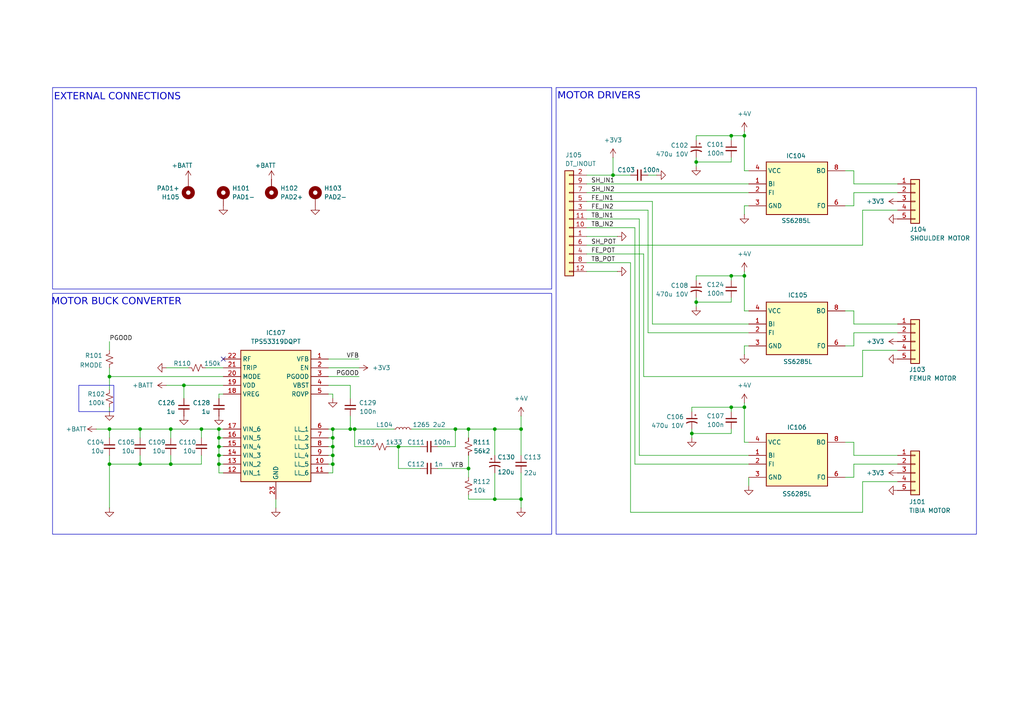
<source format=kicad_sch>
(kicad_sch
	(version 20231120)
	(generator "eeschema")
	(generator_version "8.0")
	(uuid "77c90d3b-5983-42d0-af67-c8e9139c0881")
	(paper "A4")
	(lib_symbols
		(symbol "Connector_Generic:Conn_01x05"
			(pin_names
				(offset 1.016) hide)
			(exclude_from_sim no)
			(in_bom yes)
			(on_board yes)
			(property "Reference" "J"
				(at 0 7.62 0)
				(effects
					(font
						(size 1.27 1.27)
					)
				)
			)
			(property "Value" "Conn_01x05"
				(at 0 -7.62 0)
				(effects
					(font
						(size 1.27 1.27)
					)
				)
			)
			(property "Footprint" ""
				(at 0 0 0)
				(effects
					(font
						(size 1.27 1.27)
					)
					(hide yes)
				)
			)
			(property "Datasheet" "~"
				(at 0 0 0)
				(effects
					(font
						(size 1.27 1.27)
					)
					(hide yes)
				)
			)
			(property "Description" "Generic connector, single row, 01x05, script generated (kicad-library-utils/schlib/autogen/connector/)"
				(at 0 0 0)
				(effects
					(font
						(size 1.27 1.27)
					)
					(hide yes)
				)
			)
			(property "ki_keywords" "connector"
				(at 0 0 0)
				(effects
					(font
						(size 1.27 1.27)
					)
					(hide yes)
				)
			)
			(property "ki_fp_filters" "Connector*:*_1x??_*"
				(at 0 0 0)
				(effects
					(font
						(size 1.27 1.27)
					)
					(hide yes)
				)
			)
			(symbol "Conn_01x05_1_1"
				(rectangle
					(start -1.27 -4.953)
					(end 0 -5.207)
					(stroke
						(width 0.1524)
						(type default)
					)
					(fill
						(type none)
					)
				)
				(rectangle
					(start -1.27 -2.413)
					(end 0 -2.667)
					(stroke
						(width 0.1524)
						(type default)
					)
					(fill
						(type none)
					)
				)
				(rectangle
					(start -1.27 0.127)
					(end 0 -0.127)
					(stroke
						(width 0.1524)
						(type default)
					)
					(fill
						(type none)
					)
				)
				(rectangle
					(start -1.27 2.667)
					(end 0 2.413)
					(stroke
						(width 0.1524)
						(type default)
					)
					(fill
						(type none)
					)
				)
				(rectangle
					(start -1.27 5.207)
					(end 0 4.953)
					(stroke
						(width 0.1524)
						(type default)
					)
					(fill
						(type none)
					)
				)
				(rectangle
					(start -1.27 6.35)
					(end 1.27 -6.35)
					(stroke
						(width 0.254)
						(type default)
					)
					(fill
						(type background)
					)
				)
				(pin passive line
					(at -5.08 5.08 0)
					(length 3.81)
					(name "Pin_1"
						(effects
							(font
								(size 1.27 1.27)
							)
						)
					)
					(number "1"
						(effects
							(font
								(size 1.27 1.27)
							)
						)
					)
				)
				(pin passive line
					(at -5.08 2.54 0)
					(length 3.81)
					(name "Pin_2"
						(effects
							(font
								(size 1.27 1.27)
							)
						)
					)
					(number "2"
						(effects
							(font
								(size 1.27 1.27)
							)
						)
					)
				)
				(pin passive line
					(at -5.08 0 0)
					(length 3.81)
					(name "Pin_3"
						(effects
							(font
								(size 1.27 1.27)
							)
						)
					)
					(number "3"
						(effects
							(font
								(size 1.27 1.27)
							)
						)
					)
				)
				(pin passive line
					(at -5.08 -2.54 0)
					(length 3.81)
					(name "Pin_4"
						(effects
							(font
								(size 1.27 1.27)
							)
						)
					)
					(number "4"
						(effects
							(font
								(size 1.27 1.27)
							)
						)
					)
				)
				(pin passive line
					(at -5.08 -5.08 0)
					(length 3.81)
					(name "Pin_5"
						(effects
							(font
								(size 1.27 1.27)
							)
						)
					)
					(number "5"
						(effects
							(font
								(size 1.27 1.27)
							)
						)
					)
				)
			)
		)
		(symbol "Connector_Generic:Conn_01x12"
			(pin_names
				(offset 1.016) hide)
			(exclude_from_sim no)
			(in_bom yes)
			(on_board yes)
			(property "Reference" "J105"
				(at -1.27 18.542 0)
				(effects
					(font
						(size 1.27 1.27)
					)
				)
			)
			(property "Value" "DT_INOUT"
				(at -3.302 16.002 0)
				(effects
					(font
						(size 1.27 1.27)
					)
				)
			)
			(property "Footprint" "Connector_PinHeader_1.27mm:PinHeader_2x06_P1.27mm_Vertical"
				(at 0 0 0)
				(effects
					(font
						(size 1.27 1.27)
					)
					(hide yes)
				)
			)
			(property "Datasheet" "~"
				(at 0 0 0)
				(effects
					(font
						(size 1.27 1.27)
					)
					(hide yes)
				)
			)
			(property "Description" "Generic connector, single row, 01x12, script generated (kicad-library-utils/schlib/autogen/connector/)"
				(at 0 0 0)
				(effects
					(font
						(size 1.27 1.27)
					)
					(hide yes)
				)
			)
			(property "ki_keywords" "connector"
				(at 0 0 0)
				(effects
					(font
						(size 1.27 1.27)
					)
					(hide yes)
				)
			)
			(property "ki_fp_filters" "Connector*:*_1x??_*"
				(at 0 0 0)
				(effects
					(font
						(size 1.27 1.27)
					)
					(hide yes)
				)
			)
			(symbol "Conn_01x12_1_1"
				(rectangle
					(start -1.27 -15.113)
					(end 0 -15.367)
					(stroke
						(width 0.1524)
						(type default)
					)
					(fill
						(type none)
					)
				)
				(rectangle
					(start -1.27 -12.573)
					(end 0 -12.827)
					(stroke
						(width 0.1524)
						(type default)
					)
					(fill
						(type none)
					)
				)
				(rectangle
					(start -1.27 -10.033)
					(end 0 -10.287)
					(stroke
						(width 0.1524)
						(type default)
					)
					(fill
						(type none)
					)
				)
				(rectangle
					(start -1.27 -7.493)
					(end 0 -7.747)
					(stroke
						(width 0.1524)
						(type default)
					)
					(fill
						(type none)
					)
				)
				(rectangle
					(start -1.27 -4.953)
					(end 0 -5.207)
					(stroke
						(width 0.1524)
						(type default)
					)
					(fill
						(type none)
					)
				)
				(rectangle
					(start -1.27 -2.413)
					(end 0 -2.667)
					(stroke
						(width 0.1524)
						(type default)
					)
					(fill
						(type none)
					)
				)
				(rectangle
					(start -1.27 0.127)
					(end 0 -0.127)
					(stroke
						(width 0.1524)
						(type default)
					)
					(fill
						(type none)
					)
				)
				(rectangle
					(start -1.27 2.667)
					(end 0 2.413)
					(stroke
						(width 0.1524)
						(type default)
					)
					(fill
						(type none)
					)
				)
				(rectangle
					(start -1.27 5.207)
					(end 0 4.953)
					(stroke
						(width 0.1524)
						(type default)
					)
					(fill
						(type none)
					)
				)
				(rectangle
					(start -1.27 7.747)
					(end 0 7.493)
					(stroke
						(width 0.1524)
						(type default)
					)
					(fill
						(type none)
					)
				)
				(rectangle
					(start -1.27 10.287)
					(end 0 10.033)
					(stroke
						(width 0.1524)
						(type default)
					)
					(fill
						(type none)
					)
				)
				(rectangle
					(start -1.27 12.827)
					(end 0 12.573)
					(stroke
						(width 0.1524)
						(type default)
					)
					(fill
						(type none)
					)
				)
				(rectangle
					(start -1.27 13.97)
					(end 1.27 -16.51)
					(stroke
						(width 0.254)
						(type default)
					)
					(fill
						(type background)
					)
				)
				(pin passive line
					(at -5.08 -5.08 0)
					(length 3.81)
					(name "Pin_1"
						(effects
							(font
								(size 1.27 1.27)
							)
						)
					)
					(number "1"
						(effects
							(font
								(size 1.27 1.27)
							)
						)
					)
				)
				(pin passive line
					(at -5.08 -2.54 0)
					(length 3.81)
					(name "Pin_10"
						(effects
							(font
								(size 1.27 1.27)
							)
						)
					)
					(number "10"
						(effects
							(font
								(size 1.27 1.27)
							)
						)
					)
				)
				(pin passive line
					(at -5.08 0 0)
					(length 3.81)
					(name "Pin_11"
						(effects
							(font
								(size 1.27 1.27)
							)
						)
					)
					(number "11"
						(effects
							(font
								(size 1.27 1.27)
							)
						)
					)
				)
				(pin passive line
					(at -5.08 -15.24 0)
					(length 3.81)
					(name "Pin_12"
						(effects
							(font
								(size 1.27 1.27)
							)
						)
					)
					(number "12"
						(effects
							(font
								(size 1.27 1.27)
							)
						)
					)
				)
				(pin passive line
					(at -5.08 12.7 0)
					(length 3.81)
					(name "Pin_2"
						(effects
							(font
								(size 1.27 1.27)
							)
						)
					)
					(number "2"
						(effects
							(font
								(size 1.27 1.27)
							)
						)
					)
				)
				(pin passive line
					(at -5.08 2.54 0)
					(length 3.81)
					(name "Pin_3"
						(effects
							(font
								(size 1.27 1.27)
							)
						)
					)
					(number "3"
						(effects
							(font
								(size 1.27 1.27)
							)
						)
					)
				)
				(pin passive line
					(at -5.08 -10.16 0)
					(length 3.81)
					(name "Pin_4"
						(effects
							(font
								(size 1.27 1.27)
							)
						)
					)
					(number "4"
						(effects
							(font
								(size 1.27 1.27)
							)
						)
					)
				)
				(pin passive line
					(at -5.08 5.08 0)
					(length 3.81)
					(name "Pin_5"
						(effects
							(font
								(size 1.27 1.27)
							)
						)
					)
					(number "5"
						(effects
							(font
								(size 1.27 1.27)
							)
						)
					)
				)
				(pin passive line
					(at -5.08 -7.62 0)
					(length 3.81)
					(name "Pin_6"
						(effects
							(font
								(size 1.27 1.27)
							)
						)
					)
					(number "6"
						(effects
							(font
								(size 1.27 1.27)
							)
						)
					)
				)
				(pin passive line
					(at -5.08 7.62 0)
					(length 3.81)
					(name "Pin_7"
						(effects
							(font
								(size 1.27 1.27)
							)
						)
					)
					(number "7"
						(effects
							(font
								(size 1.27 1.27)
							)
						)
					)
				)
				(pin passive line
					(at -5.08 -12.7 0)
					(length 3.81)
					(name "Pin_8"
						(effects
							(font
								(size 1.27 1.27)
							)
						)
					)
					(number "8"
						(effects
							(font
								(size 1.27 1.27)
							)
						)
					)
				)
				(pin passive line
					(at -5.08 10.16 0)
					(length 3.81)
					(name "Pin_9"
						(effects
							(font
								(size 1.27 1.27)
							)
						)
					)
					(number "9"
						(effects
							(font
								(size 1.27 1.27)
							)
						)
					)
				)
			)
		)
		(symbol "Device:C_Polarized_Small_US"
			(pin_numbers hide)
			(pin_names
				(offset 0.254) hide)
			(exclude_from_sim no)
			(in_bom yes)
			(on_board yes)
			(property "Reference" "C"
				(at 0.254 1.778 0)
				(effects
					(font
						(size 1.27 1.27)
					)
					(justify left)
				)
			)
			(property "Value" "C_Polarized_Small_US"
				(at 0.254 -2.032 0)
				(effects
					(font
						(size 1.27 1.27)
					)
					(justify left)
				)
			)
			(property "Footprint" ""
				(at 0 0 0)
				(effects
					(font
						(size 1.27 1.27)
					)
					(hide yes)
				)
			)
			(property "Datasheet" "~"
				(at 0 0 0)
				(effects
					(font
						(size 1.27 1.27)
					)
					(hide yes)
				)
			)
			(property "Description" "Polarized capacitor, small US symbol"
				(at 0 0 0)
				(effects
					(font
						(size 1.27 1.27)
					)
					(hide yes)
				)
			)
			(property "ki_keywords" "cap capacitor"
				(at 0 0 0)
				(effects
					(font
						(size 1.27 1.27)
					)
					(hide yes)
				)
			)
			(property "ki_fp_filters" "CP_*"
				(at 0 0 0)
				(effects
					(font
						(size 1.27 1.27)
					)
					(hide yes)
				)
			)
			(symbol "C_Polarized_Small_US_0_1"
				(polyline
					(pts
						(xy -1.524 0.508) (xy 1.524 0.508)
					)
					(stroke
						(width 0.3048)
						(type default)
					)
					(fill
						(type none)
					)
				)
				(polyline
					(pts
						(xy -1.27 1.524) (xy -0.762 1.524)
					)
					(stroke
						(width 0)
						(type default)
					)
					(fill
						(type none)
					)
				)
				(polyline
					(pts
						(xy -1.016 1.27) (xy -1.016 1.778)
					)
					(stroke
						(width 0)
						(type default)
					)
					(fill
						(type none)
					)
				)
				(arc
					(start 1.524 -0.762)
					(mid 0 -0.3734)
					(end -1.524 -0.762)
					(stroke
						(width 0.3048)
						(type default)
					)
					(fill
						(type none)
					)
				)
			)
			(symbol "C_Polarized_Small_US_1_1"
				(pin passive line
					(at 0 2.54 270)
					(length 2.032)
					(name "~"
						(effects
							(font
								(size 1.27 1.27)
							)
						)
					)
					(number "1"
						(effects
							(font
								(size 1.27 1.27)
							)
						)
					)
				)
				(pin passive line
					(at 0 -2.54 90)
					(length 2.032)
					(name "~"
						(effects
							(font
								(size 1.27 1.27)
							)
						)
					)
					(number "2"
						(effects
							(font
								(size 1.27 1.27)
							)
						)
					)
				)
			)
		)
		(symbol "Device:C_Small"
			(pin_numbers hide)
			(pin_names
				(offset 0.254) hide)
			(exclude_from_sim no)
			(in_bom yes)
			(on_board yes)
			(property "Reference" "C"
				(at 0.254 1.778 0)
				(effects
					(font
						(size 1.27 1.27)
					)
					(justify left)
				)
			)
			(property "Value" "C_Small"
				(at 0.254 -2.032 0)
				(effects
					(font
						(size 1.27 1.27)
					)
					(justify left)
				)
			)
			(property "Footprint" ""
				(at 0 0 0)
				(effects
					(font
						(size 1.27 1.27)
					)
					(hide yes)
				)
			)
			(property "Datasheet" "~"
				(at 0 0 0)
				(effects
					(font
						(size 1.27 1.27)
					)
					(hide yes)
				)
			)
			(property "Description" "Unpolarized capacitor, small symbol"
				(at 0 0 0)
				(effects
					(font
						(size 1.27 1.27)
					)
					(hide yes)
				)
			)
			(property "ki_keywords" "capacitor cap"
				(at 0 0 0)
				(effects
					(font
						(size 1.27 1.27)
					)
					(hide yes)
				)
			)
			(property "ki_fp_filters" "C_*"
				(at 0 0 0)
				(effects
					(font
						(size 1.27 1.27)
					)
					(hide yes)
				)
			)
			(symbol "C_Small_0_1"
				(polyline
					(pts
						(xy -1.524 -0.508) (xy 1.524 -0.508)
					)
					(stroke
						(width 0.3302)
						(type default)
					)
					(fill
						(type none)
					)
				)
				(polyline
					(pts
						(xy -1.524 0.508) (xy 1.524 0.508)
					)
					(stroke
						(width 0.3048)
						(type default)
					)
					(fill
						(type none)
					)
				)
			)
			(symbol "C_Small_1_1"
				(pin passive line
					(at 0 2.54 270)
					(length 2.032)
					(name "~"
						(effects
							(font
								(size 1.27 1.27)
							)
						)
					)
					(number "1"
						(effects
							(font
								(size 1.27 1.27)
							)
						)
					)
				)
				(pin passive line
					(at 0 -2.54 90)
					(length 2.032)
					(name "~"
						(effects
							(font
								(size 1.27 1.27)
							)
						)
					)
					(number "2"
						(effects
							(font
								(size 1.27 1.27)
							)
						)
					)
				)
			)
		)
		(symbol "Device:L_Small"
			(pin_numbers hide)
			(pin_names
				(offset 0.254) hide)
			(exclude_from_sim no)
			(in_bom yes)
			(on_board yes)
			(property "Reference" "L"
				(at 0.762 1.016 0)
				(effects
					(font
						(size 1.27 1.27)
					)
					(justify left)
				)
			)
			(property "Value" "L_Small"
				(at 0.762 -1.016 0)
				(effects
					(font
						(size 1.27 1.27)
					)
					(justify left)
				)
			)
			(property "Footprint" ""
				(at 0 0 0)
				(effects
					(font
						(size 1.27 1.27)
					)
					(hide yes)
				)
			)
			(property "Datasheet" "~"
				(at 0 0 0)
				(effects
					(font
						(size 1.27 1.27)
					)
					(hide yes)
				)
			)
			(property "Description" "Inductor, small symbol"
				(at 0 0 0)
				(effects
					(font
						(size 1.27 1.27)
					)
					(hide yes)
				)
			)
			(property "ki_keywords" "inductor choke coil reactor magnetic"
				(at 0 0 0)
				(effects
					(font
						(size 1.27 1.27)
					)
					(hide yes)
				)
			)
			(property "ki_fp_filters" "Choke_* *Coil* Inductor_* L_*"
				(at 0 0 0)
				(effects
					(font
						(size 1.27 1.27)
					)
					(hide yes)
				)
			)
			(symbol "L_Small_0_1"
				(arc
					(start 0 -2.032)
					(mid 0.5058 -1.524)
					(end 0 -1.016)
					(stroke
						(width 0)
						(type default)
					)
					(fill
						(type none)
					)
				)
				(arc
					(start 0 -1.016)
					(mid 0.5058 -0.508)
					(end 0 0)
					(stroke
						(width 0)
						(type default)
					)
					(fill
						(type none)
					)
				)
				(arc
					(start 0 0)
					(mid 0.5058 0.508)
					(end 0 1.016)
					(stroke
						(width 0)
						(type default)
					)
					(fill
						(type none)
					)
				)
				(arc
					(start 0 1.016)
					(mid 0.5058 1.524)
					(end 0 2.032)
					(stroke
						(width 0)
						(type default)
					)
					(fill
						(type none)
					)
				)
			)
			(symbol "L_Small_1_1"
				(pin passive line
					(at 0 2.54 270)
					(length 0.508)
					(name "~"
						(effects
							(font
								(size 1.27 1.27)
							)
						)
					)
					(number "1"
						(effects
							(font
								(size 1.27 1.27)
							)
						)
					)
				)
				(pin passive line
					(at 0 -2.54 90)
					(length 0.508)
					(name "~"
						(effects
							(font
								(size 1.27 1.27)
							)
						)
					)
					(number "2"
						(effects
							(font
								(size 1.27 1.27)
							)
						)
					)
				)
			)
		)
		(symbol "Device:R_Small_US"
			(pin_numbers hide)
			(pin_names
				(offset 0.254) hide)
			(exclude_from_sim no)
			(in_bom yes)
			(on_board yes)
			(property "Reference" "R"
				(at 0.762 0.508 0)
				(effects
					(font
						(size 1.27 1.27)
					)
					(justify left)
				)
			)
			(property "Value" "R_Small_US"
				(at 0.762 -1.016 0)
				(effects
					(font
						(size 1.27 1.27)
					)
					(justify left)
				)
			)
			(property "Footprint" ""
				(at 0 0 0)
				(effects
					(font
						(size 1.27 1.27)
					)
					(hide yes)
				)
			)
			(property "Datasheet" "~"
				(at 0 0 0)
				(effects
					(font
						(size 1.27 1.27)
					)
					(hide yes)
				)
			)
			(property "Description" "Resistor, small US symbol"
				(at 0 0 0)
				(effects
					(font
						(size 1.27 1.27)
					)
					(hide yes)
				)
			)
			(property "ki_keywords" "r resistor"
				(at 0 0 0)
				(effects
					(font
						(size 1.27 1.27)
					)
					(hide yes)
				)
			)
			(property "ki_fp_filters" "R_*"
				(at 0 0 0)
				(effects
					(font
						(size 1.27 1.27)
					)
					(hide yes)
				)
			)
			(symbol "R_Small_US_1_1"
				(polyline
					(pts
						(xy 0 0) (xy 1.016 -0.381) (xy 0 -0.762) (xy -1.016 -1.143) (xy 0 -1.524)
					)
					(stroke
						(width 0)
						(type default)
					)
					(fill
						(type none)
					)
				)
				(polyline
					(pts
						(xy 0 1.524) (xy 1.016 1.143) (xy 0 0.762) (xy -1.016 0.381) (xy 0 0)
					)
					(stroke
						(width 0)
						(type default)
					)
					(fill
						(type none)
					)
				)
				(pin passive line
					(at 0 2.54 270)
					(length 1.016)
					(name "~"
						(effects
							(font
								(size 1.27 1.27)
							)
						)
					)
					(number "1"
						(effects
							(font
								(size 1.27 1.27)
							)
						)
					)
				)
				(pin passive line
					(at 0 -2.54 90)
					(length 1.016)
					(name "~"
						(effects
							(font
								(size 1.27 1.27)
							)
						)
					)
					(number "2"
						(effects
							(font
								(size 1.27 1.27)
							)
						)
					)
				)
			)
		)
		(symbol "Mechanical:MountingHole_Pad"
			(pin_numbers hide)
			(pin_names
				(offset 1.016) hide)
			(exclude_from_sim yes)
			(in_bom no)
			(on_board yes)
			(property "Reference" "H"
				(at 0 6.35 0)
				(effects
					(font
						(size 1.27 1.27)
					)
				)
			)
			(property "Value" "MountingHole_Pad"
				(at 0 4.445 0)
				(effects
					(font
						(size 1.27 1.27)
					)
				)
			)
			(property "Footprint" ""
				(at 0 0 0)
				(effects
					(font
						(size 1.27 1.27)
					)
					(hide yes)
				)
			)
			(property "Datasheet" "~"
				(at 0 0 0)
				(effects
					(font
						(size 1.27 1.27)
					)
					(hide yes)
				)
			)
			(property "Description" "Mounting Hole with connection"
				(at 0 0 0)
				(effects
					(font
						(size 1.27 1.27)
					)
					(hide yes)
				)
			)
			(property "ki_keywords" "mounting hole"
				(at 0 0 0)
				(effects
					(font
						(size 1.27 1.27)
					)
					(hide yes)
				)
			)
			(property "ki_fp_filters" "MountingHole*Pad*"
				(at 0 0 0)
				(effects
					(font
						(size 1.27 1.27)
					)
					(hide yes)
				)
			)
			(symbol "MountingHole_Pad_0_1"
				(circle
					(center 0 1.27)
					(radius 1.27)
					(stroke
						(width 1.27)
						(type default)
					)
					(fill
						(type none)
					)
				)
			)
			(symbol "MountingHole_Pad_1_1"
				(pin input line
					(at 0 -2.54 90)
					(length 2.54)
					(name "1"
						(effects
							(font
								(size 1.27 1.27)
							)
						)
					)
					(number "1"
						(effects
							(font
								(size 1.27 1.27)
							)
						)
					)
				)
			)
		)
		(symbol "SamacSys_Parts:RZ7889"
			(exclude_from_sim no)
			(in_bom yes)
			(on_board yes)
			(property "Reference" "IC"
				(at 16.764 -10.922 0)
				(effects
					(font
						(size 1.27 1.27)
					)
					(justify left top)
				)
			)
			(property "Value" "RZ7889"
				(at 16.764 -13.462 0)
				(effects
					(font
						(size 1.27 1.27)
					)
					(justify left top)
				)
			)
			(property "Footprint" "SOIC127P600X175-8N"
				(at 24.13 -94.92 0)
				(effects
					(font
						(size 1.27 1.27)
					)
					(justify left top)
					(hide yes)
				)
			)
			(property "Datasheet" "http://www.rz-mic.com/uploadfile/fj/2011122615211.pdf"
				(at 24.13 -194.92 0)
				(effects
					(font
						(size 1.27 1.27)
					)
					(justify left top)
					(hide yes)
				)
			)
			(property "Description" "SOP-8 3A Single-CH DC Motor Driver Circuit"
				(at -0.508 4.318 0)
				(effects
					(font
						(size 1.27 1.27)
					)
					(hide yes)
				)
			)
			(property "Height" "1.75"
				(at 24.13 -394.92 0)
				(effects
					(font
						(size 1.27 1.27)
					)
					(justify left top)
					(hide yes)
				)
			)
			(property "Manufacturer_Name" "RZ"
				(at 24.13 -494.92 0)
				(effects
					(font
						(size 1.27 1.27)
					)
					(justify left top)
					(hide yes)
				)
			)
			(property "Manufacturer_Part_Number" "RZ7889"
				(at 24.13 -594.92 0)
				(effects
					(font
						(size 1.27 1.27)
					)
					(justify left top)
					(hide yes)
				)
			)
			(property "Mouser Part Number" ""
				(at 24.13 -694.92 0)
				(effects
					(font
						(size 1.27 1.27)
					)
					(justify left top)
					(hide yes)
				)
			)
			(property "Mouser Price/Stock" ""
				(at 24.13 -794.92 0)
				(effects
					(font
						(size 1.27 1.27)
					)
					(justify left top)
					(hide yes)
				)
			)
			(property "Arrow Part Number" ""
				(at 24.13 -894.92 0)
				(effects
					(font
						(size 1.27 1.27)
					)
					(justify left top)
					(hide yes)
				)
			)
			(property "Arrow Price/Stock" ""
				(at 24.13 -994.92 0)
				(effects
					(font
						(size 1.27 1.27)
					)
					(justify left top)
					(hide yes)
				)
			)
			(symbol "RZ7889_1_1"
				(rectangle
					(start 5.08 3.81)
					(end 22.86 -11.43)
					(stroke
						(width 0.254)
						(type default)
					)
					(fill
						(type background)
					)
				)
				(pin passive line
					(at 0 -2.54 0)
					(length 5.08)
					(name "BI"
						(effects
							(font
								(size 1.27 1.27)
							)
						)
					)
					(number "1"
						(effects
							(font
								(size 1.27 1.27)
							)
						)
					)
				)
				(pin passive line
					(at 0 -5.08 0)
					(length 5.08)
					(name "FI"
						(effects
							(font
								(size 1.27 1.27)
							)
						)
					)
					(number "2"
						(effects
							(font
								(size 1.27 1.27)
							)
						)
					)
				)
				(pin passive line
					(at 0 -8.89 0)
					(length 5.08)
					(name "GND"
						(effects
							(font
								(size 1.27 1.27)
							)
						)
					)
					(number "3"
						(effects
							(font
								(size 1.27 1.27)
							)
						)
					)
				)
				(pin passive line
					(at 0 1.27 0)
					(length 5.08)
					(name "VCC"
						(effects
							(font
								(size 1.27 1.27)
							)
						)
					)
					(number "4"
						(effects
							(font
								(size 1.27 1.27)
							)
						)
					)
				)
				(pin passive line
					(at 27.94 -8.89 180)
					(length 5.08) hide
					(name "FO_1"
						(effects
							(font
								(size 1.27 1.27)
							)
						)
					)
					(number "5"
						(effects
							(font
								(size 1.27 1.27)
							)
						)
					)
				)
				(pin passive line
					(at 27.94 -8.89 180)
					(length 5.08)
					(name "FO"
						(effects
							(font
								(size 1.27 1.27)
							)
						)
					)
					(number "6"
						(effects
							(font
								(size 1.27 1.27)
							)
						)
					)
				)
				(pin passive line
					(at 27.94 1.27 180)
					(length 5.08) hide
					(name "BO_1"
						(effects
							(font
								(size 1.27 1.27)
							)
						)
					)
					(number "7"
						(effects
							(font
								(size 1.27 1.27)
							)
						)
					)
				)
				(pin passive line
					(at 27.94 1.27 180)
					(length 5.08)
					(name "BO"
						(effects
							(font
								(size 1.27 1.27)
							)
						)
					)
					(number "8"
						(effects
							(font
								(size 1.27 1.27)
							)
						)
					)
				)
			)
		)
		(symbol "SamacSys_Parts:TPS53319DQPT"
			(exclude_from_sim no)
			(in_bom yes)
			(on_board yes)
			(property "Reference" "IC301"
				(at 15.24 7.62 0)
				(effects
					(font
						(size 1.27 1.27)
					)
				)
			)
			(property "Value" "TPS53319DQPT"
				(at 15.24 5.08 0)
				(effects
					(font
						(size 1.27 1.27)
					)
				)
			)
			(property "Footprint" "SON50P500X600X150-23N-D"
				(at 26.67 -94.92 0)
				(effects
					(font
						(size 1.27 1.27)
					)
					(justify left top)
					(hide yes)
				)
			)
			(property "Datasheet" "http://www.ti.com/lit/gpn/tps53319"
				(at 26.67 -194.92 0)
				(effects
					(font
						(size 1.27 1.27)
					)
					(justify left top)
					(hide yes)
				)
			)
			(property "Description" "1.5V to 22V Input (4.5V to 25V Bias), 14A Synchronous Step-Down Converter with Eco-Mode&#153; "
				(at 0 0 0)
				(effects
					(font
						(size 1.27 1.27)
					)
					(hide yes)
				)
			)
			(property "Height" "1.5"
				(at 26.67 -394.92 0)
				(effects
					(font
						(size 1.27 1.27)
					)
					(justify left top)
					(hide yes)
				)
			)
			(property "Manufacturer_Name" "Texas Instruments"
				(at 26.67 -494.92 0)
				(effects
					(font
						(size 1.27 1.27)
					)
					(justify left top)
					(hide yes)
				)
			)
			(property "Manufacturer_Part_Number" "TPS53319DQPT"
				(at 26.67 -594.92 0)
				(effects
					(font
						(size 1.27 1.27)
					)
					(justify left top)
					(hide yes)
				)
			)
			(property "Mouser Part Number" "595-TPS53319DQPT"
				(at 26.67 -694.92 0)
				(effects
					(font
						(size 1.27 1.27)
					)
					(justify left top)
					(hide yes)
				)
			)
			(property "Mouser Price/Stock" "https://www.mouser.co.uk/ProductDetail/Texas-Instruments/TPS53319DQPT?qs=l6ZoeTYLMwMUQ4v2hADzxA%3D%3D"
				(at 26.67 -794.92 0)
				(effects
					(font
						(size 1.27 1.27)
					)
					(justify left top)
					(hide yes)
				)
			)
			(property "Arrow Part Number" "TPS53319DQPT"
				(at 26.67 -894.92 0)
				(effects
					(font
						(size 1.27 1.27)
					)
					(justify left top)
					(hide yes)
				)
			)
			(property "Arrow Price/Stock" "https://www.arrow.com/en/products/tps53319dqpt/texas-instruments?region=nac"
				(at 26.67 -994.92 0)
				(effects
					(font
						(size 1.27 1.27)
					)
					(justify left top)
					(hide yes)
				)
			)
			(symbol "TPS53319DQPT_1_1"
				(rectangle
					(start 5.08 2.54)
					(end 25.4 -35.56)
					(stroke
						(width 0.254)
						(type default)
					)
					(fill
						(type background)
					)
				)
				(pin passive line
					(at 0 0 0)
					(length 5.08)
					(name "VFB"
						(effects
							(font
								(size 1.27 1.27)
							)
						)
					)
					(number "1"
						(effects
							(font
								(size 1.27 1.27)
							)
						)
					)
				)
				(pin passive line
					(at 0 -30.48 0)
					(length 5.08)
					(name "LL_5"
						(effects
							(font
								(size 1.27 1.27)
							)
						)
					)
					(number "10"
						(effects
							(font
								(size 1.27 1.27)
							)
						)
					)
				)
				(pin passive line
					(at 0 -33.02 0)
					(length 5.08)
					(name "LL_6"
						(effects
							(font
								(size 1.27 1.27)
							)
						)
					)
					(number "11"
						(effects
							(font
								(size 1.27 1.27)
							)
						)
					)
				)
				(pin passive line
					(at 30.48 -33.02 180)
					(length 5.08)
					(name "VIN_1"
						(effects
							(font
								(size 1.27 1.27)
							)
						)
					)
					(number "12"
						(effects
							(font
								(size 1.27 1.27)
							)
						)
					)
				)
				(pin passive line
					(at 30.48 -30.48 180)
					(length 5.08)
					(name "VIN_2"
						(effects
							(font
								(size 1.27 1.27)
							)
						)
					)
					(number "13"
						(effects
							(font
								(size 1.27 1.27)
							)
						)
					)
				)
				(pin passive line
					(at 30.48 -27.94 180)
					(length 5.08)
					(name "VIN_3"
						(effects
							(font
								(size 1.27 1.27)
							)
						)
					)
					(number "14"
						(effects
							(font
								(size 1.27 1.27)
							)
						)
					)
				)
				(pin passive line
					(at 30.48 -25.4 180)
					(length 5.08)
					(name "VIN_4"
						(effects
							(font
								(size 1.27 1.27)
							)
						)
					)
					(number "15"
						(effects
							(font
								(size 1.27 1.27)
							)
						)
					)
				)
				(pin passive line
					(at 30.48 -22.86 180)
					(length 5.08)
					(name "VIN_5"
						(effects
							(font
								(size 1.27 1.27)
							)
						)
					)
					(number "16"
						(effects
							(font
								(size 1.27 1.27)
							)
						)
					)
				)
				(pin passive line
					(at 30.48 -20.32 180)
					(length 5.08)
					(name "VIN_6"
						(effects
							(font
								(size 1.27 1.27)
							)
						)
					)
					(number "17"
						(effects
							(font
								(size 1.27 1.27)
							)
						)
					)
				)
				(pin passive line
					(at 30.48 -10.16 180)
					(length 5.08)
					(name "VREG"
						(effects
							(font
								(size 1.27 1.27)
							)
						)
					)
					(number "18"
						(effects
							(font
								(size 1.27 1.27)
							)
						)
					)
				)
				(pin passive line
					(at 30.48 -7.62 180)
					(length 5.08)
					(name "VDD"
						(effects
							(font
								(size 1.27 1.27)
							)
						)
					)
					(number "19"
						(effects
							(font
								(size 1.27 1.27)
							)
						)
					)
				)
				(pin passive line
					(at 0 -2.54 0)
					(length 5.08)
					(name "EN"
						(effects
							(font
								(size 1.27 1.27)
							)
						)
					)
					(number "2"
						(effects
							(font
								(size 1.27 1.27)
							)
						)
					)
				)
				(pin passive line
					(at 30.48 -5.08 180)
					(length 5.08)
					(name "MODE"
						(effects
							(font
								(size 1.27 1.27)
							)
						)
					)
					(number "20"
						(effects
							(font
								(size 1.27 1.27)
							)
						)
					)
				)
				(pin passive line
					(at 30.48 -2.54 180)
					(length 5.08)
					(name "TRIP"
						(effects
							(font
								(size 1.27 1.27)
							)
						)
					)
					(number "21"
						(effects
							(font
								(size 1.27 1.27)
							)
						)
					)
				)
				(pin passive line
					(at 30.48 0 180)
					(length 5.08)
					(name "RF"
						(effects
							(font
								(size 1.27 1.27)
							)
						)
					)
					(number "22"
						(effects
							(font
								(size 1.27 1.27)
							)
						)
					)
				)
				(pin passive line
					(at 15.24 -40.64 90)
					(length 5.08)
					(name "GND"
						(effects
							(font
								(size 1.27 1.27)
							)
						)
					)
					(number "23"
						(effects
							(font
								(size 1.27 1.27)
							)
						)
					)
				)
				(pin passive line
					(at 0 -5.08 0)
					(length 5.08)
					(name "PGOOD"
						(effects
							(font
								(size 1.27 1.27)
							)
						)
					)
					(number "3"
						(effects
							(font
								(size 1.27 1.27)
							)
						)
					)
				)
				(pin passive line
					(at 0 -7.62 0)
					(length 5.08)
					(name "VBST"
						(effects
							(font
								(size 1.27 1.27)
							)
						)
					)
					(number "4"
						(effects
							(font
								(size 1.27 1.27)
							)
						)
					)
				)
				(pin passive line
					(at 0 -10.16 0)
					(length 5.08)
					(name "ROVP"
						(effects
							(font
								(size 1.27 1.27)
							)
						)
					)
					(number "5"
						(effects
							(font
								(size 1.27 1.27)
							)
						)
					)
				)
				(pin passive line
					(at 0 -20.32 0)
					(length 5.08)
					(name "LL_1"
						(effects
							(font
								(size 1.27 1.27)
							)
						)
					)
					(number "6"
						(effects
							(font
								(size 1.27 1.27)
							)
						)
					)
				)
				(pin passive line
					(at 0 -22.86 0)
					(length 5.08)
					(name "LL_2"
						(effects
							(font
								(size 1.27 1.27)
							)
						)
					)
					(number "7"
						(effects
							(font
								(size 1.27 1.27)
							)
						)
					)
				)
				(pin passive line
					(at 0 -25.4 0)
					(length 5.08)
					(name "LL_3"
						(effects
							(font
								(size 1.27 1.27)
							)
						)
					)
					(number "8"
						(effects
							(font
								(size 1.27 1.27)
							)
						)
					)
				)
				(pin passive line
					(at 0 -27.94 0)
					(length 5.08)
					(name "LL_4"
						(effects
							(font
								(size 1.27 1.27)
							)
						)
					)
					(number "9"
						(effects
							(font
								(size 1.27 1.27)
							)
						)
					)
				)
			)
		)
		(symbol "power:+3V3"
			(power)
			(pin_numbers hide)
			(pin_names
				(offset 0) hide)
			(exclude_from_sim no)
			(in_bom yes)
			(on_board yes)
			(property "Reference" "#PWR"
				(at 0 -3.81 0)
				(effects
					(font
						(size 1.27 1.27)
					)
					(hide yes)
				)
			)
			(property "Value" "+3V3"
				(at 0 3.556 0)
				(effects
					(font
						(size 1.27 1.27)
					)
				)
			)
			(property "Footprint" ""
				(at 0 0 0)
				(effects
					(font
						(size 1.27 1.27)
					)
					(hide yes)
				)
			)
			(property "Datasheet" ""
				(at 0 0 0)
				(effects
					(font
						(size 1.27 1.27)
					)
					(hide yes)
				)
			)
			(property "Description" "Power symbol creates a global label with name \"+3V3\""
				(at 0 0 0)
				(effects
					(font
						(size 1.27 1.27)
					)
					(hide yes)
				)
			)
			(property "ki_keywords" "global power"
				(at 0 0 0)
				(effects
					(font
						(size 1.27 1.27)
					)
					(hide yes)
				)
			)
			(symbol "+3V3_0_1"
				(polyline
					(pts
						(xy -0.762 1.27) (xy 0 2.54)
					)
					(stroke
						(width 0)
						(type default)
					)
					(fill
						(type none)
					)
				)
				(polyline
					(pts
						(xy 0 0) (xy 0 2.54)
					)
					(stroke
						(width 0)
						(type default)
					)
					(fill
						(type none)
					)
				)
				(polyline
					(pts
						(xy 0 2.54) (xy 0.762 1.27)
					)
					(stroke
						(width 0)
						(type default)
					)
					(fill
						(type none)
					)
				)
			)
			(symbol "+3V3_1_1"
				(pin power_in line
					(at 0 0 90)
					(length 0)
					(name "~"
						(effects
							(font
								(size 1.27 1.27)
							)
						)
					)
					(number "1"
						(effects
							(font
								(size 1.27 1.27)
							)
						)
					)
				)
			)
		)
		(symbol "power:+4V"
			(power)
			(pin_numbers hide)
			(pin_names
				(offset 0) hide)
			(exclude_from_sim no)
			(in_bom yes)
			(on_board yes)
			(property "Reference" "#PWR"
				(at 0 -3.81 0)
				(effects
					(font
						(size 1.27 1.27)
					)
					(hide yes)
				)
			)
			(property "Value" "+4V"
				(at 0 3.556 0)
				(effects
					(font
						(size 1.27 1.27)
					)
				)
			)
			(property "Footprint" ""
				(at 0 0 0)
				(effects
					(font
						(size 1.27 1.27)
					)
					(hide yes)
				)
			)
			(property "Datasheet" ""
				(at 0 0 0)
				(effects
					(font
						(size 1.27 1.27)
					)
					(hide yes)
				)
			)
			(property "Description" "Power symbol creates a global label with name \"+4V\""
				(at 0 0 0)
				(effects
					(font
						(size 1.27 1.27)
					)
					(hide yes)
				)
			)
			(property "ki_keywords" "global power"
				(at 0 0 0)
				(effects
					(font
						(size 1.27 1.27)
					)
					(hide yes)
				)
			)
			(symbol "+4V_0_1"
				(polyline
					(pts
						(xy -0.762 1.27) (xy 0 2.54)
					)
					(stroke
						(width 0)
						(type default)
					)
					(fill
						(type none)
					)
				)
				(polyline
					(pts
						(xy 0 0) (xy 0 2.54)
					)
					(stroke
						(width 0)
						(type default)
					)
					(fill
						(type none)
					)
				)
				(polyline
					(pts
						(xy 0 2.54) (xy 0.762 1.27)
					)
					(stroke
						(width 0)
						(type default)
					)
					(fill
						(type none)
					)
				)
			)
			(symbol "+4V_1_1"
				(pin power_in line
					(at 0 0 90)
					(length 0)
					(name "~"
						(effects
							(font
								(size 1.27 1.27)
							)
						)
					)
					(number "1"
						(effects
							(font
								(size 1.27 1.27)
							)
						)
					)
				)
			)
		)
		(symbol "power:+BATT"
			(power)
			(pin_numbers hide)
			(pin_names
				(offset 0) hide)
			(exclude_from_sim no)
			(in_bom yes)
			(on_board yes)
			(property "Reference" "#PWR"
				(at 0 -3.81 0)
				(effects
					(font
						(size 1.27 1.27)
					)
					(hide yes)
				)
			)
			(property "Value" "+BATT"
				(at 0 3.556 0)
				(effects
					(font
						(size 1.27 1.27)
					)
				)
			)
			(property "Footprint" ""
				(at 0 0 0)
				(effects
					(font
						(size 1.27 1.27)
					)
					(hide yes)
				)
			)
			(property "Datasheet" ""
				(at 0 0 0)
				(effects
					(font
						(size 1.27 1.27)
					)
					(hide yes)
				)
			)
			(property "Description" "Power symbol creates a global label with name \"+BATT\""
				(at 0 0 0)
				(effects
					(font
						(size 1.27 1.27)
					)
					(hide yes)
				)
			)
			(property "ki_keywords" "global power battery"
				(at 0 0 0)
				(effects
					(font
						(size 1.27 1.27)
					)
					(hide yes)
				)
			)
			(symbol "+BATT_0_1"
				(polyline
					(pts
						(xy -0.762 1.27) (xy 0 2.54)
					)
					(stroke
						(width 0)
						(type default)
					)
					(fill
						(type none)
					)
				)
				(polyline
					(pts
						(xy 0 0) (xy 0 2.54)
					)
					(stroke
						(width 0)
						(type default)
					)
					(fill
						(type none)
					)
				)
				(polyline
					(pts
						(xy 0 2.54) (xy 0.762 1.27)
					)
					(stroke
						(width 0)
						(type default)
					)
					(fill
						(type none)
					)
				)
			)
			(symbol "+BATT_1_1"
				(pin power_in line
					(at 0 0 90)
					(length 0)
					(name "~"
						(effects
							(font
								(size 1.27 1.27)
							)
						)
					)
					(number "1"
						(effects
							(font
								(size 1.27 1.27)
							)
						)
					)
				)
			)
		)
		(symbol "power:GND"
			(power)
			(pin_numbers hide)
			(pin_names
				(offset 0) hide)
			(exclude_from_sim no)
			(in_bom yes)
			(on_board yes)
			(property "Reference" "#PWR"
				(at 0 -6.35 0)
				(effects
					(font
						(size 1.27 1.27)
					)
					(hide yes)
				)
			)
			(property "Value" "GND"
				(at 0 -3.81 0)
				(effects
					(font
						(size 1.27 1.27)
					)
				)
			)
			(property "Footprint" ""
				(at 0 0 0)
				(effects
					(font
						(size 1.27 1.27)
					)
					(hide yes)
				)
			)
			(property "Datasheet" ""
				(at 0 0 0)
				(effects
					(font
						(size 1.27 1.27)
					)
					(hide yes)
				)
			)
			(property "Description" "Power symbol creates a global label with name \"GND\" , ground"
				(at 0 0 0)
				(effects
					(font
						(size 1.27 1.27)
					)
					(hide yes)
				)
			)
			(property "ki_keywords" "global power"
				(at 0 0 0)
				(effects
					(font
						(size 1.27 1.27)
					)
					(hide yes)
				)
			)
			(symbol "GND_0_1"
				(polyline
					(pts
						(xy 0 0) (xy 0 -1.27) (xy 1.27 -1.27) (xy 0 -2.54) (xy -1.27 -1.27) (xy 0 -1.27)
					)
					(stroke
						(width 0)
						(type default)
					)
					(fill
						(type none)
					)
				)
			)
			(symbol "GND_1_1"
				(pin power_in line
					(at 0 0 270)
					(length 0)
					(name "~"
						(effects
							(font
								(size 1.27 1.27)
							)
						)
					)
					(number "1"
						(effects
							(font
								(size 1.27 1.27)
							)
						)
					)
				)
			)
		)
	)
	(junction
		(at 58.42 124.46)
		(diameter 0)
		(color 0 0 0 0)
		(uuid "039af0a6-cd7e-453b-bc97-b9e3ae9d01ce")
	)
	(junction
		(at 215.9 39.37)
		(diameter 0)
		(color 0 0 0 0)
		(uuid "0f7fe92b-c36a-46ac-a77e-9f2f594915a3")
	)
	(junction
		(at 102.87 124.46)
		(diameter 0)
		(color 0 0 0 0)
		(uuid "154eb89d-7584-4db0-b71c-44691ac074f0")
	)
	(junction
		(at 63.5 132.08)
		(diameter 0)
		(color 0 0 0 0)
		(uuid "16caaa1d-5cc1-4be7-a45c-f17d72953fed")
	)
	(junction
		(at 212.09 80.01)
		(diameter 0)
		(color 0 0 0 0)
		(uuid "1a931d46-eb3d-4e97-89c7-dde3ba4abf07")
	)
	(junction
		(at 63.5 134.62)
		(diameter 0)
		(color 0 0 0 0)
		(uuid "2a021b26-7ae6-43eb-b17f-33eb73c304d1")
	)
	(junction
		(at 96.52 134.62)
		(diameter 0)
		(color 0 0 0 0)
		(uuid "321c1b16-ea6f-40b4-b01e-37595b6cd4e0")
	)
	(junction
		(at 63.5 129.54)
		(diameter 0)
		(color 0 0 0 0)
		(uuid "370e63a6-7cd9-4f6b-b4df-9bde431cb8d7")
	)
	(junction
		(at 177.8 50.8)
		(diameter 0)
		(color 0 0 0 0)
		(uuid "4d62c1ea-c77e-4edb-b5ad-9b7793a4662d")
	)
	(junction
		(at 143.51 124.46)
		(diameter 0)
		(color 0 0 0 0)
		(uuid "52673bc8-9421-42ff-8b10-677b8dbe3ed7")
	)
	(junction
		(at 135.89 124.46)
		(diameter 0)
		(color 0 0 0 0)
		(uuid "6547bc66-5a28-4873-93d8-ffe855e360eb")
	)
	(junction
		(at 49.53 134.62)
		(diameter 0)
		(color 0 0 0 0)
		(uuid "67e30f28-ea4a-43d3-8494-4638c77aa96e")
	)
	(junction
		(at 96.52 127)
		(diameter 0)
		(color 0 0 0 0)
		(uuid "69aae0f5-83c5-4d7c-ae43-d74cc8d4e550")
	)
	(junction
		(at 215.9 80.01)
		(diameter 0)
		(color 0 0 0 0)
		(uuid "786183f6-e75d-4466-aac2-8dee593c7abf")
	)
	(junction
		(at 31.75 109.22)
		(diameter 0)
		(color 0 0 0 0)
		(uuid "7e40dda1-3f57-459e-815d-a5b65452dff4")
	)
	(junction
		(at 151.13 124.46)
		(diameter 0)
		(color 0 0 0 0)
		(uuid "81196ab9-b9f1-4022-933f-bb96aa618054")
	)
	(junction
		(at 96.52 124.46)
		(diameter 0)
		(color 0 0 0 0)
		(uuid "873481fd-e8e7-4cbf-9235-df0e4ecb8134")
	)
	(junction
		(at 31.75 134.62)
		(diameter 0)
		(color 0 0 0 0)
		(uuid "87f4a9e1-ddc2-4d32-af98-809bd1d1fc86")
	)
	(junction
		(at 115.57 129.54)
		(diameter 0)
		(color 0 0 0 0)
		(uuid "913b28f7-5767-41e4-8784-3aa9a548f876")
	)
	(junction
		(at 200.66 125.73)
		(diameter 0)
		(color 0 0 0 0)
		(uuid "95153604-39ac-489b-9e49-a3e2556fd68b")
	)
	(junction
		(at 31.75 124.46)
		(diameter 0)
		(color 0 0 0 0)
		(uuid "976d05c5-2805-4a09-aa0b-148dd1986fbc")
	)
	(junction
		(at 63.5 127)
		(diameter 0)
		(color 0 0 0 0)
		(uuid "984b263b-8317-4477-9620-dc325bb89afa")
	)
	(junction
		(at 49.53 124.46)
		(diameter 0)
		(color 0 0 0 0)
		(uuid "a1441ae3-b137-4a68-925c-ae89a9c41b5a")
	)
	(junction
		(at 201.93 87.63)
		(diameter 0)
		(color 0 0 0 0)
		(uuid "a2d3f1f4-6d9d-467a-a316-241021e338f7")
	)
	(junction
		(at 132.08 124.46)
		(diameter 0)
		(color 0 0 0 0)
		(uuid "aaf2b70b-4709-4f0c-b86f-279498d1db75")
	)
	(junction
		(at 53.34 111.76)
		(diameter 0)
		(color 0 0 0 0)
		(uuid "ad4ef2d0-7680-45c8-b4ce-9a2c2128a2bc")
	)
	(junction
		(at 151.13 144.78)
		(diameter 0)
		(color 0 0 0 0)
		(uuid "b6a10475-5f6f-4672-910d-dcf0ce488759")
	)
	(junction
		(at 201.93 46.99)
		(diameter 0)
		(color 0 0 0 0)
		(uuid "b750d6ca-2a77-40ef-8a77-695779b9da6a")
	)
	(junction
		(at 40.64 134.62)
		(diameter 0)
		(color 0 0 0 0)
		(uuid "b9492693-6a3d-4814-acf4-40bcdf7cbf4c")
	)
	(junction
		(at 63.5 124.46)
		(diameter 0)
		(color 0 0 0 0)
		(uuid "c5e0d7f3-dbd1-40fb-ab29-b8562bfdadda")
	)
	(junction
		(at 96.52 132.08)
		(diameter 0)
		(color 0 0 0 0)
		(uuid "cbeb32ee-7583-48f0-b5af-057dd75eaf8c")
	)
	(junction
		(at 212.09 118.11)
		(diameter 0)
		(color 0 0 0 0)
		(uuid "cc7c79c9-b24d-4367-9dc8-32af8be235c5")
	)
	(junction
		(at 212.09 39.37)
		(diameter 0)
		(color 0 0 0 0)
		(uuid "ced2c9dc-4788-4ce1-8884-2f275eb83e1e")
	)
	(junction
		(at 143.51 144.78)
		(diameter 0)
		(color 0 0 0 0)
		(uuid "d35b51e5-a8ea-458b-8972-a96b2318f26d")
	)
	(junction
		(at 101.6 124.46)
		(diameter 0)
		(color 0 0 0 0)
		(uuid "d8fecf04-1f09-41d4-b9f2-b4be2085dbcb")
	)
	(junction
		(at 215.9 118.11)
		(diameter 0)
		(color 0 0 0 0)
		(uuid "ede23eb8-b191-4601-8839-5da38d3c1779")
	)
	(junction
		(at 135.89 135.89)
		(diameter 0)
		(color 0 0 0 0)
		(uuid "f1f9e144-9e89-427c-8edf-708acd3cc809")
	)
	(junction
		(at 40.64 124.46)
		(diameter 0)
		(color 0 0 0 0)
		(uuid "f9d82501-3ba1-451c-8915-9c4d65e44329")
	)
	(junction
		(at 96.52 129.54)
		(diameter 0)
		(color 0 0 0 0)
		(uuid "ff08406e-91c2-421c-9d78-a45b95c55f78")
	)
	(no_connect
		(at 64.77 104.14)
		(uuid "e61d3d22-2f14-4f4e-858d-096087a368ab")
	)
	(wire
		(pts
			(xy 215.9 59.69) (xy 215.9 62.23)
		)
		(stroke
			(width 0)
			(type default)
		)
		(uuid "008e8943-5fe6-45a4-a531-c1f2b85445a8")
	)
	(wire
		(pts
			(xy 96.52 134.62) (xy 96.52 137.16)
		)
		(stroke
			(width 0)
			(type default)
		)
		(uuid "040daaaf-53f9-4aae-860b-0aa8b1eec42c")
	)
	(wire
		(pts
			(xy 215.9 49.53) (xy 217.17 49.53)
		)
		(stroke
			(width 0)
			(type default)
		)
		(uuid "045af4d3-f09b-4992-a236-932770224da8")
	)
	(wire
		(pts
			(xy 247.65 55.88) (xy 260.35 55.88)
		)
		(stroke
			(width 0)
			(type default)
		)
		(uuid "05f7927d-46c7-40c2-b559-9accd8062042")
	)
	(wire
		(pts
			(xy 63.5 127) (xy 63.5 129.54)
		)
		(stroke
			(width 0)
			(type default)
		)
		(uuid "06076ae3-3bd9-4110-9ca8-4274dc2690c1")
	)
	(wire
		(pts
			(xy 27.94 124.46) (xy 31.75 124.46)
		)
		(stroke
			(width 0)
			(type default)
		)
		(uuid "0c218bb0-8298-4bcc-9f9e-d1da883e1091")
	)
	(wire
		(pts
			(xy 63.5 114.3) (xy 64.77 114.3)
		)
		(stroke
			(width 0)
			(type default)
		)
		(uuid "0de58881-c8ad-463d-a4fa-17aa1558da29")
	)
	(wire
		(pts
			(xy 200.66 118.11) (xy 200.66 119.38)
		)
		(stroke
			(width 0)
			(type default)
		)
		(uuid "0dfea2de-b937-48a5-a29d-18a0d6d99f99")
	)
	(wire
		(pts
			(xy 48.26 111.76) (xy 53.34 111.76)
		)
		(stroke
			(width 0)
			(type default)
		)
		(uuid "0e5bd564-d8f3-4b8d-8e44-81570d6435c6")
	)
	(wire
		(pts
			(xy 40.64 134.62) (xy 49.53 134.62)
		)
		(stroke
			(width 0)
			(type default)
		)
		(uuid "116e9bde-2e6f-4ff4-aa2e-9a6ad7964fbf")
	)
	(wire
		(pts
			(xy 102.87 124.46) (xy 102.87 129.54)
		)
		(stroke
			(width 0)
			(type default)
		)
		(uuid "137c7775-3cea-4a3a-a22e-6c6c0b112801")
	)
	(wire
		(pts
			(xy 53.34 111.76) (xy 53.34 115.57)
		)
		(stroke
			(width 0)
			(type default)
		)
		(uuid "13cee64a-2d91-471b-8166-591123e8027a")
	)
	(wire
		(pts
			(xy 31.75 124.46) (xy 40.64 124.46)
		)
		(stroke
			(width 0)
			(type default)
		)
		(uuid "149fe5b0-bc8e-4bea-952a-be89127b57c8")
	)
	(wire
		(pts
			(xy 95.25 109.22) (xy 104.14 109.22)
		)
		(stroke
			(width 0)
			(type default)
		)
		(uuid "151008ba-ec81-48ba-a0b9-07b796554699")
	)
	(wire
		(pts
			(xy 215.9 118.11) (xy 215.9 128.27)
		)
		(stroke
			(width 0)
			(type default)
		)
		(uuid "188354fb-fb5e-4bbe-83a4-ee60b6371f1b")
	)
	(wire
		(pts
			(xy 170.18 55.88) (xy 217.17 55.88)
		)
		(stroke
			(width 0)
			(type default)
		)
		(uuid "19af51e9-38c7-4cf0-b03e-8e2b05e468b0")
	)
	(wire
		(pts
			(xy 135.89 124.46) (xy 135.89 127)
		)
		(stroke
			(width 0)
			(type default)
		)
		(uuid "1a6ef32f-df99-4ee8-a84e-ab9c971bc138")
	)
	(wire
		(pts
			(xy 104.14 104.14) (xy 95.25 104.14)
		)
		(stroke
			(width 0)
			(type default)
		)
		(uuid "1c6040a5-feb4-4040-8411-44584c1cfea6")
	)
	(wire
		(pts
			(xy 151.13 124.46) (xy 151.13 132.08)
		)
		(stroke
			(width 0)
			(type default)
		)
		(uuid "1d486aec-0048-4819-9467-3f60d112ebd3")
	)
	(wire
		(pts
			(xy 217.17 134.62) (xy 184.15 134.62)
		)
		(stroke
			(width 0)
			(type default)
		)
		(uuid "224f9260-3275-4565-a569-0545e26588dd")
	)
	(wire
		(pts
			(xy 212.09 39.37) (xy 215.9 39.37)
		)
		(stroke
			(width 0)
			(type default)
		)
		(uuid "22971fb3-768e-4072-bf48-395bde9c13df")
	)
	(wire
		(pts
			(xy 119.38 124.46) (xy 132.08 124.46)
		)
		(stroke
			(width 0)
			(type default)
		)
		(uuid "23f6629c-d9db-45e8-830d-8d27f9de0b66")
	)
	(wire
		(pts
			(xy 212.09 80.01) (xy 215.9 80.01)
		)
		(stroke
			(width 0)
			(type default)
		)
		(uuid "248ce054-bd32-4155-909a-0754df68ec06")
	)
	(wire
		(pts
			(xy 245.11 128.27) (xy 247.65 128.27)
		)
		(stroke
			(width 0)
			(type default)
		)
		(uuid "24aa14e2-2083-4ce0-8b9b-9a2c89ecc617")
	)
	(wire
		(pts
			(xy 200.66 124.46) (xy 200.66 125.73)
		)
		(stroke
			(width 0)
			(type default)
		)
		(uuid "257d85fe-d2c0-42f0-8b9c-375cca7c446b")
	)
	(wire
		(pts
			(xy 63.5 137.16) (xy 64.77 137.16)
		)
		(stroke
			(width 0)
			(type default)
		)
		(uuid "260df8d5-5757-4878-ab9e-53400c3e565a")
	)
	(wire
		(pts
			(xy 143.51 144.78) (xy 135.89 144.78)
		)
		(stroke
			(width 0)
			(type default)
		)
		(uuid "274e3fa7-d1ca-462b-8725-db680d99c3e5")
	)
	(wire
		(pts
			(xy 212.09 118.11) (xy 200.66 118.11)
		)
		(stroke
			(width 0)
			(type default)
		)
		(uuid "27701eb3-5959-46f8-9ab4-07ff101968b0")
	)
	(wire
		(pts
			(xy 215.9 90.17) (xy 217.17 90.17)
		)
		(stroke
			(width 0)
			(type default)
		)
		(uuid "28ce3847-23be-4b97-be2c-d092d496cace")
	)
	(wire
		(pts
			(xy 247.65 53.34) (xy 260.35 53.34)
		)
		(stroke
			(width 0)
			(type default)
		)
		(uuid "2e696b61-8940-4db3-8ff0-2ba66fdd6fd6")
	)
	(wire
		(pts
			(xy 212.09 80.01) (xy 201.93 80.01)
		)
		(stroke
			(width 0)
			(type default)
		)
		(uuid "2eb952ab-551d-46cb-b813-043bc2805a31")
	)
	(wire
		(pts
			(xy 63.5 132.08) (xy 63.5 134.62)
		)
		(stroke
			(width 0)
			(type default)
		)
		(uuid "3126f197-bd1a-4d34-8156-7b2c00cc6575")
	)
	(wire
		(pts
			(xy 127 135.89) (xy 135.89 135.89)
		)
		(stroke
			(width 0)
			(type default)
		)
		(uuid "33536f8e-4047-4f6a-ad9e-352a23dbf488")
	)
	(wire
		(pts
			(xy 40.64 124.46) (xy 49.53 124.46)
		)
		(stroke
			(width 0)
			(type default)
		)
		(uuid "340cfbd9-68f0-40f9-83fb-a916566f7440")
	)
	(wire
		(pts
			(xy 186.69 109.22) (xy 186.69 73.66)
		)
		(stroke
			(width 0)
			(type default)
		)
		(uuid "3434fc03-6ecf-4edf-abb5-db259ba74ae7")
	)
	(wire
		(pts
			(xy 215.9 78.74) (xy 215.9 80.01)
		)
		(stroke
			(width 0)
			(type default)
		)
		(uuid "35484ff7-129d-4e1e-a855-4ce04471bc98")
	)
	(wire
		(pts
			(xy 31.75 99.06) (xy 31.75 101.6)
		)
		(stroke
			(width 0)
			(type default)
		)
		(uuid "367ea3ae-4985-4384-b73f-f2b28816351e")
	)
	(wire
		(pts
			(xy 177.8 45.72) (xy 177.8 50.8)
		)
		(stroke
			(width 0)
			(type default)
		)
		(uuid "3a68b779-049a-4caf-a810-a19cfefe46a0")
	)
	(wire
		(pts
			(xy 247.65 49.53) (xy 247.65 53.34)
		)
		(stroke
			(width 0)
			(type default)
		)
		(uuid "3ab84d00-8a1a-4fed-87b6-208c879f58cf")
	)
	(wire
		(pts
			(xy 63.5 124.46) (xy 63.5 127)
		)
		(stroke
			(width 0)
			(type default)
		)
		(uuid "3ffb60b6-94a3-4a2c-bc04-c9cfdd0fde44")
	)
	(wire
		(pts
			(xy 170.18 58.42) (xy 189.23 58.42)
		)
		(stroke
			(width 0)
			(type default)
		)
		(uuid "40fa73ae-59d5-4f48-81ed-5b6af41a4f45")
	)
	(wire
		(pts
			(xy 212.09 40.64) (xy 212.09 39.37)
		)
		(stroke
			(width 0)
			(type default)
		)
		(uuid "424c682d-822f-471d-b5ec-6c66c2097e82")
	)
	(wire
		(pts
			(xy 201.93 48.26) (xy 201.93 46.99)
		)
		(stroke
			(width 0)
			(type default)
		)
		(uuid "425fdbd2-d52d-4e76-8d92-c37b079f63a8")
	)
	(wire
		(pts
			(xy 135.89 132.08) (xy 135.89 135.89)
		)
		(stroke
			(width 0)
			(type default)
		)
		(uuid "44857b51-4819-4488-995a-df732593b341")
	)
	(wire
		(pts
			(xy 170.18 50.8) (xy 177.8 50.8)
		)
		(stroke
			(width 0)
			(type default)
		)
		(uuid "4d78e9a7-fc97-49eb-9b10-9ff50b53e217")
	)
	(wire
		(pts
			(xy 31.75 134.62) (xy 40.64 134.62)
		)
		(stroke
			(width 0)
			(type default)
		)
		(uuid "4e9e27e1-9afe-4708-8392-c1aa2621f34a")
	)
	(wire
		(pts
			(xy 250.19 101.6) (xy 250.19 109.22)
		)
		(stroke
			(width 0)
			(type default)
		)
		(uuid "50545bda-939b-4b1d-ad0f-e5e167bfc27b")
	)
	(wire
		(pts
			(xy 260.35 101.6) (xy 250.19 101.6)
		)
		(stroke
			(width 0)
			(type default)
		)
		(uuid "51d22fa1-4acc-4bc2-8dd8-635a7d411129")
	)
	(wire
		(pts
			(xy 212.09 125.73) (xy 212.09 124.46)
		)
		(stroke
			(width 0)
			(type default)
		)
		(uuid "52ec2c89-00a5-4aae-8a5c-13af600adf08")
	)
	(wire
		(pts
			(xy 96.52 124.46) (xy 96.52 127)
		)
		(stroke
			(width 0)
			(type default)
		)
		(uuid "544243e4-a35b-44b4-a0a7-d23f76f8d761")
	)
	(wire
		(pts
			(xy 184.15 134.62) (xy 184.15 66.04)
		)
		(stroke
			(width 0)
			(type default)
		)
		(uuid "573a35d7-9aba-4386-a37d-4d2b472d23c9")
	)
	(wire
		(pts
			(xy 31.75 124.46) (xy 31.75 127)
		)
		(stroke
			(width 0)
			(type default)
		)
		(uuid "57ed7dc8-ca66-4bf5-b6c9-3909562743ee")
	)
	(wire
		(pts
			(xy 63.5 134.62) (xy 64.77 134.62)
		)
		(stroke
			(width 0)
			(type default)
		)
		(uuid "58ef4c1d-b3d9-4e71-876e-96e4b17844fe")
	)
	(wire
		(pts
			(xy 217.17 59.69) (xy 215.9 59.69)
		)
		(stroke
			(width 0)
			(type default)
		)
		(uuid "591080cb-7778-4429-a89b-25323b83a23b")
	)
	(wire
		(pts
			(xy 96.52 127) (xy 96.52 129.54)
		)
		(stroke
			(width 0)
			(type default)
		)
		(uuid "59745a6a-6139-4154-bdf0-c1b442543b13")
	)
	(wire
		(pts
			(xy 260.35 60.96) (xy 250.19 60.96)
		)
		(stroke
			(width 0)
			(type default)
		)
		(uuid "5b8e9fb5-22e1-49e7-bd4b-85c6f28c6cbd")
	)
	(wire
		(pts
			(xy 170.18 53.34) (xy 217.17 53.34)
		)
		(stroke
			(width 0)
			(type default)
		)
		(uuid "5c92e435-e6d2-494f-ad90-a51855587138")
	)
	(wire
		(pts
			(xy 49.53 134.62) (xy 58.42 134.62)
		)
		(stroke
			(width 0)
			(type default)
		)
		(uuid "5ee0ad02-bd89-4567-9691-ee3f336dfcaa")
	)
	(wire
		(pts
			(xy 40.64 127) (xy 40.64 124.46)
		)
		(stroke
			(width 0)
			(type default)
		)
		(uuid "6126e584-f757-4185-ae5d-7b144209c746")
	)
	(wire
		(pts
			(xy 151.13 137.16) (xy 151.13 144.78)
		)
		(stroke
			(width 0)
			(type default)
		)
		(uuid "6209d5d9-4acd-4eb9-a0b4-0863e78dbb41")
	)
	(wire
		(pts
			(xy 95.25 111.76) (xy 101.6 111.76)
		)
		(stroke
			(width 0)
			(type default)
		)
		(uuid "638f7002-9c1e-44f7-9304-da256d0157a9")
	)
	(wire
		(pts
			(xy 170.18 78.74) (xy 179.07 78.74)
		)
		(stroke
			(width 0)
			(type default)
		)
		(uuid "6485e257-88e1-4335-bf0c-bc18c6d99d6a")
	)
	(wire
		(pts
			(xy 49.53 127) (xy 49.53 124.46)
		)
		(stroke
			(width 0)
			(type default)
		)
		(uuid "65e9877e-3fc1-4b63-bfaf-9f3e1d4f17f7")
	)
	(wire
		(pts
			(xy 53.34 111.76) (xy 64.77 111.76)
		)
		(stroke
			(width 0)
			(type default)
		)
		(uuid "6732d182-530b-44f5-8b6f-3c3486e9b5a9")
	)
	(wire
		(pts
			(xy 96.52 134.62) (xy 95.25 134.62)
		)
		(stroke
			(width 0)
			(type default)
		)
		(uuid "6aafacb3-85a8-47a1-91d8-3687538c7bfb")
	)
	(wire
		(pts
			(xy 247.65 128.27) (xy 247.65 132.08)
		)
		(stroke
			(width 0)
			(type default)
		)
		(uuid "6c0def0d-036a-4e64-ad0c-66698a808daf")
	)
	(wire
		(pts
			(xy 31.75 118.11) (xy 31.75 119.38)
		)
		(stroke
			(width 0)
			(type default)
		)
		(uuid "6fa01b42-d523-4826-b7eb-7917b62a6638")
	)
	(wire
		(pts
			(xy 215.9 80.01) (xy 215.9 90.17)
		)
		(stroke
			(width 0)
			(type default)
		)
		(uuid "702bc67c-74d0-4ee6-ae1b-37f03cdc388c")
	)
	(wire
		(pts
			(xy 102.87 124.46) (xy 114.3 124.46)
		)
		(stroke
			(width 0)
			(type default)
		)
		(uuid "7100ec02-1fab-4dcd-a4cf-b412186e5bf1")
	)
	(wire
		(pts
			(xy 31.75 132.08) (xy 31.75 134.62)
		)
		(stroke
			(width 0)
			(type default)
		)
		(uuid "72797b9e-98cf-4be8-96ec-2140ba6593ee")
	)
	(wire
		(pts
			(xy 151.13 120.65) (xy 151.13 124.46)
		)
		(stroke
			(width 0)
			(type default)
		)
		(uuid "72a455e3-7aeb-47b8-85c7-b08e9934e78f")
	)
	(wire
		(pts
			(xy 212.09 46.99) (xy 212.09 45.72)
		)
		(stroke
			(width 0)
			(type default)
		)
		(uuid "74894e14-9f2a-4f91-a3f7-2669930bee5f")
	)
	(wire
		(pts
			(xy 247.65 93.98) (xy 260.35 93.98)
		)
		(stroke
			(width 0)
			(type default)
		)
		(uuid "762e65a5-8454-4466-8348-00bf773ba935")
	)
	(wire
		(pts
			(xy 212.09 118.11) (xy 215.9 118.11)
		)
		(stroke
			(width 0)
			(type default)
		)
		(uuid "7827a4e3-f23f-4aa5-859a-b75ce520d9f6")
	)
	(wire
		(pts
			(xy 63.5 129.54) (xy 63.5 132.08)
		)
		(stroke
			(width 0)
			(type default)
		)
		(uuid "787b9dc8-4f96-40d2-b872-226494cc8fd3")
	)
	(wire
		(pts
			(xy 95.25 124.46) (xy 96.52 124.46)
		)
		(stroke
			(width 0)
			(type default)
		)
		(uuid "7958e8e2-bd25-4fa9-81c6-0a2edd24815d")
	)
	(wire
		(pts
			(xy 63.5 129.54) (xy 64.77 129.54)
		)
		(stroke
			(width 0)
			(type default)
		)
		(uuid "7980a9c3-ad57-4adf-b3d8-6404c2cde471")
	)
	(wire
		(pts
			(xy 250.19 60.96) (xy 250.19 71.12)
		)
		(stroke
			(width 0)
			(type default)
		)
		(uuid "79856073-54c7-4af4-ab7f-553305edb037")
	)
	(wire
		(pts
			(xy 132.08 124.46) (xy 135.89 124.46)
		)
		(stroke
			(width 0)
			(type default)
		)
		(uuid "79d65a86-120e-443a-ae3b-a93d16636bab")
	)
	(wire
		(pts
			(xy 200.66 127) (xy 200.66 125.73)
		)
		(stroke
			(width 0)
			(type default)
		)
		(uuid "7a907a7b-6aa9-4c64-b329-fb284f861f9c")
	)
	(wire
		(pts
			(xy 250.19 109.22) (xy 186.69 109.22)
		)
		(stroke
			(width 0)
			(type default)
		)
		(uuid "7bc40771-adc5-4ad6-b0ee-d5958b91e2ac")
	)
	(wire
		(pts
			(xy 170.18 71.12) (xy 250.19 71.12)
		)
		(stroke
			(width 0)
			(type default)
		)
		(uuid "7cd0fed8-1fe6-423a-b431-c14adb12e491")
	)
	(wire
		(pts
			(xy 182.88 148.59) (xy 182.88 76.2)
		)
		(stroke
			(width 0)
			(type default)
		)
		(uuid "7d02fee7-319c-4c6e-a062-075eb128b6e2")
	)
	(wire
		(pts
			(xy 80.01 147.32) (xy 80.01 144.78)
		)
		(stroke
			(width 0)
			(type default)
		)
		(uuid "819a7778-39e6-4715-9723-4c16dfe396ef")
	)
	(wire
		(pts
			(xy 40.64 134.62) (xy 40.64 132.08)
		)
		(stroke
			(width 0)
			(type default)
		)
		(uuid "8403afca-917f-4951-bbc1-88ad13ba483d")
	)
	(wire
		(pts
			(xy 96.52 114.3) (xy 96.52 115.57)
		)
		(stroke
			(width 0)
			(type default)
		)
		(uuid "847b34af-66de-44ea-88c7-c8afbde0a80b")
	)
	(wire
		(pts
			(xy 189.23 93.98) (xy 217.17 93.98)
		)
		(stroke
			(width 0)
			(type default)
		)
		(uuid "8a14fe35-83ec-4593-9462-32a3f25cdfbd")
	)
	(wire
		(pts
			(xy 101.6 124.46) (xy 96.52 124.46)
		)
		(stroke
			(width 0)
			(type default)
		)
		(uuid "8b379b4e-69f3-4926-86dd-7fa7b24f559e")
	)
	(wire
		(pts
			(xy 182.88 76.2) (xy 170.18 76.2)
		)
		(stroke
			(width 0)
			(type default)
		)
		(uuid "8d91e6f1-5429-4069-8e38-1b8addb2586f")
	)
	(wire
		(pts
			(xy 250.19 139.7) (xy 250.19 148.59)
		)
		(stroke
			(width 0)
			(type default)
		)
		(uuid "8e2c06f8-9ac2-4cc6-a3ab-ae22eafbe6ac")
	)
	(wire
		(pts
			(xy 115.57 129.54) (xy 121.92 129.54)
		)
		(stroke
			(width 0)
			(type default)
		)
		(uuid "8f04baa6-0ab9-4ec7-b48c-f37816759c54")
	)
	(wire
		(pts
			(xy 184.15 66.04) (xy 170.18 66.04)
		)
		(stroke
			(width 0)
			(type default)
		)
		(uuid "8fff522e-bf2d-4c59-8177-3457becaf963")
	)
	(wire
		(pts
			(xy 247.65 134.62) (xy 247.65 138.43)
		)
		(stroke
			(width 0)
			(type default)
		)
		(uuid "9303d1d0-c738-45ff-990d-bdf486050868")
	)
	(wire
		(pts
			(xy 63.5 127) (xy 64.77 127)
		)
		(stroke
			(width 0)
			(type default)
		)
		(uuid "93401a4a-fe8a-42a2-9668-ce303c30ae61")
	)
	(wire
		(pts
			(xy 185.42 63.5) (xy 185.42 132.08)
		)
		(stroke
			(width 0)
			(type default)
		)
		(uuid "93e37264-3887-46bc-8463-4134714127c8")
	)
	(wire
		(pts
			(xy 96.52 132.08) (xy 95.25 132.08)
		)
		(stroke
			(width 0)
			(type default)
		)
		(uuid "9511e003-5102-4279-a423-6bb2a9de5781")
	)
	(wire
		(pts
			(xy 215.9 38.1) (xy 215.9 39.37)
		)
		(stroke
			(width 0)
			(type default)
		)
		(uuid "96f81a46-df22-4cd5-ba3b-0850114d914a")
	)
	(wire
		(pts
			(xy 96.52 129.54) (xy 95.25 129.54)
		)
		(stroke
			(width 0)
			(type default)
		)
		(uuid "97a2d833-dfd7-4679-b29d-a41aeafaacb7")
	)
	(wire
		(pts
			(xy 247.65 132.08) (xy 260.35 132.08)
		)
		(stroke
			(width 0)
			(type default)
		)
		(uuid "98ae9fdf-def5-4f7f-b5ad-1e1c93959d19")
	)
	(wire
		(pts
			(xy 143.51 124.46) (xy 143.51 132.08)
		)
		(stroke
			(width 0)
			(type default)
		)
		(uuid "9b5aaee1-48a0-4120-80ef-0e142c32db52")
	)
	(wire
		(pts
			(xy 182.88 50.8) (xy 177.8 50.8)
		)
		(stroke
			(width 0)
			(type default)
		)
		(uuid "9c407788-761c-4147-b29d-8765e75290e0")
	)
	(wire
		(pts
			(xy 58.42 127) (xy 58.42 124.46)
		)
		(stroke
			(width 0)
			(type default)
		)
		(uuid "9d868e7d-9f23-47e9-bfb0-f7c8eb920659")
	)
	(wire
		(pts
			(xy 201.93 87.63) (xy 212.09 87.63)
		)
		(stroke
			(width 0)
			(type default)
		)
		(uuid "9e41db85-1947-4f06-8782-f4021f373a32")
	)
	(wire
		(pts
			(xy 260.35 134.62) (xy 247.65 134.62)
		)
		(stroke
			(width 0)
			(type default)
		)
		(uuid "9ed711d8-2785-416e-b0ba-a2d25f69b501")
	)
	(wire
		(pts
			(xy 186.69 73.66) (xy 170.18 73.66)
		)
		(stroke
			(width 0)
			(type default)
		)
		(uuid "9f53a9b9-c6e7-437f-9fab-e71717a5bb4c")
	)
	(wire
		(pts
			(xy 143.51 124.46) (xy 135.89 124.46)
		)
		(stroke
			(width 0)
			(type default)
		)
		(uuid "a03c9f4a-a372-4b55-befe-2dd1a8369d2a")
	)
	(wire
		(pts
			(xy 212.09 87.63) (xy 212.09 86.36)
		)
		(stroke
			(width 0)
			(type default)
		)
		(uuid "a0606bc1-828a-4ee6-a28c-4f6b67e54cfc")
	)
	(wire
		(pts
			(xy 115.57 135.89) (xy 121.92 135.89)
		)
		(stroke
			(width 0)
			(type default)
		)
		(uuid "a1bf6709-d98e-489b-a5a3-4667d5e0357b")
	)
	(wire
		(pts
			(xy 127 129.54) (xy 132.08 129.54)
		)
		(stroke
			(width 0)
			(type default)
		)
		(uuid "a37c010c-ba37-46b2-aa7e-900875793114")
	)
	(wire
		(pts
			(xy 201.93 39.37) (xy 201.93 40.64)
		)
		(stroke
			(width 0)
			(type default)
		)
		(uuid "a3ee1abd-dc26-4fbb-b072-08c7ea5f42c1")
	)
	(wire
		(pts
			(xy 101.6 120.65) (xy 101.6 124.46)
		)
		(stroke
			(width 0)
			(type default)
		)
		(uuid "a52de919-a36d-4c62-b9be-46fec1a17761")
	)
	(wire
		(pts
			(xy 170.18 68.58) (xy 179.07 68.58)
		)
		(stroke
			(width 0)
			(type default)
		)
		(uuid "a5e38850-dc24-4b13-89b1-376bc948abea")
	)
	(wire
		(pts
			(xy 201.93 46.99) (xy 212.09 46.99)
		)
		(stroke
			(width 0)
			(type default)
		)
		(uuid "a6a60fe9-2f9f-4448-a0d8-e79baca2fece")
	)
	(wire
		(pts
			(xy 151.13 144.78) (xy 151.13 147.32)
		)
		(stroke
			(width 0)
			(type default)
		)
		(uuid "a79386df-8494-4745-8d2d-8a9b2605d0a6")
	)
	(wire
		(pts
			(xy 170.18 60.96) (xy 187.96 60.96)
		)
		(stroke
			(width 0)
			(type default)
		)
		(uuid "a8d6f469-05d1-47fa-86de-bed7abc8a23d")
	)
	(wire
		(pts
			(xy 187.96 96.52) (xy 217.17 96.52)
		)
		(stroke
			(width 0)
			(type default)
		)
		(uuid "ab60e766-4d75-406e-8b27-3a33e5d91194")
	)
	(wire
		(pts
			(xy 49.53 124.46) (xy 58.42 124.46)
		)
		(stroke
			(width 0)
			(type default)
		)
		(uuid "ab7b4f50-d89a-4be1-a9da-156161e42362")
	)
	(wire
		(pts
			(xy 151.13 144.78) (xy 143.51 144.78)
		)
		(stroke
			(width 0)
			(type default)
		)
		(uuid "ac2bcc69-c501-4aa1-ac40-f6832855de9d")
	)
	(wire
		(pts
			(xy 96.52 127) (xy 95.25 127)
		)
		(stroke
			(width 0)
			(type default)
		)
		(uuid "ad23393e-c313-4d24-a54b-0bfdea945dfd")
	)
	(wire
		(pts
			(xy 96.52 129.54) (xy 96.52 132.08)
		)
		(stroke
			(width 0)
			(type default)
		)
		(uuid "adef8ec2-2151-4f0b-8e3a-785535b65044")
	)
	(wire
		(pts
			(xy 201.93 86.36) (xy 201.93 87.63)
		)
		(stroke
			(width 0)
			(type default)
		)
		(uuid "ae9062f4-699f-435f-9892-9ca8888fd772")
	)
	(wire
		(pts
			(xy 200.66 125.73) (xy 212.09 125.73)
		)
		(stroke
			(width 0)
			(type default)
		)
		(uuid "af3a389a-5502-4d46-b796-1cb18effbffe")
	)
	(wire
		(pts
			(xy 247.65 90.17) (xy 247.65 93.98)
		)
		(stroke
			(width 0)
			(type default)
		)
		(uuid "b4b2f005-0512-4290-b8fe-4439072bae31")
	)
	(wire
		(pts
			(xy 58.42 134.62) (xy 58.42 132.08)
		)
		(stroke
			(width 0)
			(type default)
		)
		(uuid "baa7e485-baeb-416c-abdc-d638ab4e7c2a")
	)
	(wire
		(pts
			(xy 245.11 59.69) (xy 247.65 59.69)
		)
		(stroke
			(width 0)
			(type default)
		)
		(uuid "baebd828-64eb-4ab8-a3a3-863e590fcf6a")
	)
	(wire
		(pts
			(xy 31.75 109.22) (xy 31.75 113.03)
		)
		(stroke
			(width 0)
			(type default)
		)
		(uuid "baf584b0-663e-4081-a02d-58dcaeb9a6e7")
	)
	(wire
		(pts
			(xy 215.9 39.37) (xy 215.9 49.53)
		)
		(stroke
			(width 0)
			(type default)
		)
		(uuid "bd3ed0b8-5cdc-4c45-ad2b-4cc34ad727e2")
	)
	(wire
		(pts
			(xy 201.93 88.9) (xy 201.93 87.63)
		)
		(stroke
			(width 0)
			(type default)
		)
		(uuid "bdb3e014-a038-4919-83c0-30171e5ebb00")
	)
	(wire
		(pts
			(xy 201.93 80.01) (xy 201.93 81.28)
		)
		(stroke
			(width 0)
			(type default)
		)
		(uuid "bf3dc6ce-ef88-425c-b8e7-191e5e6865b2")
	)
	(wire
		(pts
			(xy 63.5 115.57) (xy 63.5 114.3)
		)
		(stroke
			(width 0)
			(type default)
		)
		(uuid "c1958f22-448b-45fd-b7c0-37cd73f169cb")
	)
	(wire
		(pts
			(xy 63.5 134.62) (xy 63.5 137.16)
		)
		(stroke
			(width 0)
			(type default)
		)
		(uuid "c1c5da81-9b14-4207-a61a-12a94b5171cb")
	)
	(wire
		(pts
			(xy 49.53 134.62) (xy 49.53 132.08)
		)
		(stroke
			(width 0)
			(type default)
		)
		(uuid "c1ffaf6c-af13-4f0f-80b4-83b5d78e1f2a")
	)
	(wire
		(pts
			(xy 212.09 39.37) (xy 201.93 39.37)
		)
		(stroke
			(width 0)
			(type default)
		)
		(uuid "c2710d41-8823-42f0-a66d-95417001d493")
	)
	(wire
		(pts
			(xy 185.42 132.08) (xy 217.17 132.08)
		)
		(stroke
			(width 0)
			(type default)
		)
		(uuid "c3aeb18e-bb48-4b5d-a40e-59217b9a8b4b")
	)
	(wire
		(pts
			(xy 135.89 143.51) (xy 135.89 144.78)
		)
		(stroke
			(width 0)
			(type default)
		)
		(uuid "c3d9b797-3bac-4972-a0b9-13debb8d84d7")
	)
	(wire
		(pts
			(xy 104.14 106.68) (xy 95.25 106.68)
		)
		(stroke
			(width 0)
			(type default)
		)
		(uuid "c4298c38-6204-455f-b5aa-dde7351605b0")
	)
	(wire
		(pts
			(xy 201.93 45.72) (xy 201.93 46.99)
		)
		(stroke
			(width 0)
			(type default)
		)
		(uuid "c68bb9b8-1963-4849-ade2-a1a6e93508cf")
	)
	(wire
		(pts
			(xy 212.09 81.28) (xy 212.09 80.01)
		)
		(stroke
			(width 0)
			(type default)
		)
		(uuid "c6e54d42-b342-4377-afc5-e42075ae500a")
	)
	(wire
		(pts
			(xy 115.57 129.54) (xy 115.57 135.89)
		)
		(stroke
			(width 0)
			(type default)
		)
		(uuid "c79029f8-481b-4126-bfb6-e1ebf03d4ff0")
	)
	(wire
		(pts
			(xy 247.65 96.52) (xy 247.65 100.33)
		)
		(stroke
			(width 0)
			(type default)
		)
		(uuid "c9305674-8972-4932-8a96-4979295794c4")
	)
	(wire
		(pts
			(xy 245.11 49.53) (xy 247.65 49.53)
		)
		(stroke
			(width 0)
			(type default)
		)
		(uuid "ccef511e-28f2-44a3-9808-c6b59ad1f754")
	)
	(wire
		(pts
			(xy 135.89 135.89) (xy 135.89 138.43)
		)
		(stroke
			(width 0)
			(type default)
		)
		(uuid "ce62f3a8-65f2-47aa-824d-352f146ef7b5")
	)
	(wire
		(pts
			(xy 31.75 109.22) (xy 64.77 109.22)
		)
		(stroke
			(width 0)
			(type default)
		)
		(uuid "cf5c6218-2c8b-4eca-ba00-fd651f0e1cc5")
	)
	(wire
		(pts
			(xy 31.75 106.68) (xy 31.75 109.22)
		)
		(stroke
			(width 0)
			(type default)
		)
		(uuid "d01c7056-0467-4d67-9e5d-486c0549d520")
	)
	(wire
		(pts
			(xy 215.9 128.27) (xy 217.17 128.27)
		)
		(stroke
			(width 0)
			(type default)
		)
		(uuid "d3ab247b-8475-4005-ae6a-bbcae71d9ee9")
	)
	(wire
		(pts
			(xy 96.52 132.08) (xy 96.52 134.62)
		)
		(stroke
			(width 0)
			(type default)
		)
		(uuid "d41a24ce-86b2-4005-ad40-b102588c98e0")
	)
	(wire
		(pts
			(xy 260.35 96.52) (xy 247.65 96.52)
		)
		(stroke
			(width 0)
			(type default)
		)
		(uuid "d4eade6a-9d6f-439f-a1d3-24bc8bb3e134")
	)
	(wire
		(pts
			(xy 143.51 124.46) (xy 151.13 124.46)
		)
		(stroke
			(width 0)
			(type default)
		)
		(uuid "d5b13102-e2d2-4253-92d2-8597e10cdaa7")
	)
	(wire
		(pts
			(xy 64.77 124.46) (xy 63.5 124.46)
		)
		(stroke
			(width 0)
			(type default)
		)
		(uuid "d6b9d4e9-3321-4f52-99d5-2e1a92f25be2")
	)
	(wire
		(pts
			(xy 59.69 106.68) (xy 64.77 106.68)
		)
		(stroke
			(width 0)
			(type default)
		)
		(uuid "d98495a2-473b-4833-a959-41feab4675dd")
	)
	(wire
		(pts
			(xy 132.08 129.54) (xy 132.08 124.46)
		)
		(stroke
			(width 0)
			(type default)
		)
		(uuid "dae90669-c39a-4686-a59b-810e187877cd")
	)
	(wire
		(pts
			(xy 58.42 124.46) (xy 63.5 124.46)
		)
		(stroke
			(width 0)
			(type default)
		)
		(uuid "dc44146d-49c8-41eb-b735-3e1c08639f69")
	)
	(wire
		(pts
			(xy 247.65 138.43) (xy 245.11 138.43)
		)
		(stroke
			(width 0)
			(type default)
		)
		(uuid "dea815b5-0797-4897-a587-a30032b6be07")
	)
	(wire
		(pts
			(xy 63.5 132.08) (xy 64.77 132.08)
		)
		(stroke
			(width 0)
			(type default)
		)
		(uuid "df051f60-0501-400c-8d38-ae8599a142a2")
	)
	(wire
		(pts
			(xy 96.52 137.16) (xy 95.25 137.16)
		)
		(stroke
			(width 0)
			(type default)
		)
		(uuid "e4fef582-34b0-40ce-a589-a7c41d9f00ca")
	)
	(wire
		(pts
			(xy 215.9 100.33) (xy 215.9 102.87)
		)
		(stroke
			(width 0)
			(type default)
		)
		(uuid "e6bc1258-8c4f-4cd0-b7bd-441694acc2ec")
	)
	(wire
		(pts
			(xy 170.18 63.5) (xy 185.42 63.5)
		)
		(stroke
			(width 0)
			(type default)
		)
		(uuid "eb65d45e-ba2c-4c42-8672-ddb84c4d0e8f")
	)
	(wire
		(pts
			(xy 250.19 148.59) (xy 182.88 148.59)
		)
		(stroke
			(width 0)
			(type default)
		)
		(uuid "ec8db62e-893f-4aac-b691-c805628115ae")
	)
	(wire
		(pts
			(xy 245.11 90.17) (xy 247.65 90.17)
		)
		(stroke
			(width 0)
			(type default)
		)
		(uuid "ecac552f-70dc-44ae-ab30-e1e264a29cd7")
	)
	(wire
		(pts
			(xy 247.65 59.69) (xy 247.65 55.88)
		)
		(stroke
			(width 0)
			(type default)
		)
		(uuid "ed2490a9-5976-4444-a34d-b6b1453204d1")
	)
	(wire
		(pts
			(xy 31.75 134.62) (xy 31.75 147.32)
		)
		(stroke
			(width 0)
			(type default)
		)
		(uuid "ee6d0365-fbe5-496e-adab-3a28ca02cc0b")
	)
	(wire
		(pts
			(xy 101.6 111.76) (xy 101.6 115.57)
		)
		(stroke
			(width 0)
			(type default)
		)
		(uuid "efd1124b-94c4-4a82-b6ad-f3ecbd45cd93")
	)
	(wire
		(pts
			(xy 212.09 119.38) (xy 212.09 118.11)
		)
		(stroke
			(width 0)
			(type default)
		)
		(uuid "f1c454aa-c61a-4f17-93bc-35f66839b8bf")
	)
	(wire
		(pts
			(xy 247.65 100.33) (xy 245.11 100.33)
		)
		(stroke
			(width 0)
			(type default)
		)
		(uuid "f1c7eb8e-8ef0-494a-8821-af632469a2e7")
	)
	(wire
		(pts
			(xy 215.9 116.84) (xy 215.9 118.11)
		)
		(stroke
			(width 0)
			(type default)
		)
		(uuid "f4ca41f4-8035-4c4f-82ef-5ff6de98abf0")
	)
	(wire
		(pts
			(xy 190.5 50.8) (xy 187.96 50.8)
		)
		(stroke
			(width 0)
			(type default)
		)
		(uuid "f4ef6120-0e77-4740-8640-f242dcb7012c")
	)
	(wire
		(pts
			(xy 95.25 114.3) (xy 96.52 114.3)
		)
		(stroke
			(width 0)
			(type default)
		)
		(uuid "f56dc80f-2fd0-4177-99e2-64d50dfadf8a")
	)
	(wire
		(pts
			(xy 54.61 106.68) (xy 48.26 106.68)
		)
		(stroke
			(width 0)
			(type default)
		)
		(uuid "f725b490-10b5-44f8-a3d1-9ae2a2ab9b68")
	)
	(wire
		(pts
			(xy 217.17 100.33) (xy 215.9 100.33)
		)
		(stroke
			(width 0)
			(type default)
		)
		(uuid "f76585b5-9a13-4802-abd3-494bba3fb980")
	)
	(wire
		(pts
			(xy 189.23 58.42) (xy 189.23 93.98)
		)
		(stroke
			(width 0)
			(type default)
		)
		(uuid "f813891f-6aea-4fda-a80f-774fcc3a717f")
	)
	(wire
		(pts
			(xy 102.87 129.54) (xy 107.95 129.54)
		)
		(stroke
			(width 0)
			(type default)
		)
		(uuid "fa3f6094-b7c1-4794-92c0-2cf863c94bdb")
	)
	(wire
		(pts
			(xy 187.96 60.96) (xy 187.96 96.52)
		)
		(stroke
			(width 0)
			(type default)
		)
		(uuid "fc122931-c1b0-4eb8-bd2b-061f9a4edd46")
	)
	(wire
		(pts
			(xy 217.17 138.43) (xy 217.17 140.97)
		)
		(stroke
			(width 0)
			(type default)
		)
		(uuid "fc40e27c-6f90-4857-8ed3-9ec24ca55162")
	)
	(wire
		(pts
			(xy 143.51 137.16) (xy 143.51 144.78)
		)
		(stroke
			(width 0)
			(type default)
		)
		(uuid "fca014a4-1e7c-4c58-93e7-656d4ff25f7e")
	)
	(wire
		(pts
			(xy 260.35 139.7) (xy 250.19 139.7)
		)
		(stroke
			(width 0)
			(type default)
		)
		(uuid "fe1b1bea-ad73-4622-9899-83b625125e80")
	)
	(wire
		(pts
			(xy 113.03 129.54) (xy 115.57 129.54)
		)
		(stroke
			(width 0)
			(type default)
		)
		(uuid "ff2b0521-4dc5-4271-800b-3158464d0fc3")
	)
	(wire
		(pts
			(xy 101.6 124.46) (xy 102.87 124.46)
		)
		(stroke
			(width 0)
			(type default)
		)
		(uuid "ff9267e3-2148-4e86-809f-3f3657142f76")
	)
	(rectangle
		(start 161.29 25.4)
		(end 283.21 154.94)
		(stroke
			(width 0.1524)
			(type default)
		)
		(fill
			(type none)
		)
		(uuid 0a225b9b-dc7d-4eaa-a7a2-95dbf66a2923)
	)
	(rectangle
		(start 22.86 111.76)
		(end 33.02 119.38)
		(stroke
			(width 0)
			(type default)
		)
		(fill
			(type none)
		)
		(uuid 160ffd7c-f9af-46fd-ba0a-b913604dc074)
	)
	(rectangle
		(start 15.24 85.09)
		(end 160.02 154.94)
		(stroke
			(width 0.1524)
			(type default)
		)
		(fill
			(type none)
		)
		(uuid 6fc9530b-105d-4b00-88a6-5904f3634dff)
	)
	(rectangle
		(start 15.24 25.4)
		(end 160.02 83.82)
		(stroke
			(width 0.1524)
			(type default)
		)
		(fill
			(type none)
		)
		(uuid e16a6b65-dde9-4c35-9f0b-fd5b18e08087)
	)
	(text "EXTERNAL CONNECTIONS"
		(exclude_from_sim no)
		(at 34.036 28.702 0)
		(effects
			(font
				(face "Bahnschrift")
				(size 2.032 2.032)
			)
		)
		(uuid "14fe343d-d63e-4a54-9d23-210755a1555d")
	)
	(text "MOTOR BUCK CONVERTER"
		(exclude_from_sim no)
		(at 33.782 88.138 0)
		(effects
			(font
				(face "Bahnschrift")
				(size 2.032 2.032)
			)
		)
		(uuid "602ae67a-ecb4-43f5-a652-bf8adc09cd4b")
	)
	(text "MOTOR DRIVERS"
		(exclude_from_sim no)
		(at 173.736 28.448 0)
		(effects
			(font
				(face "Bahnschrift")
				(size 2.032 2.032)
			)
		)
		(uuid "6f4930d9-66ae-4933-ac63-d09d8e526c96")
	)
	(label "SH_POT"
		(at 171.45 71.12 0)
		(fields_autoplaced yes)
		(effects
			(font
				(size 1.27 1.27)
			)
			(justify left bottom)
		)
		(uuid "272608aa-5ec6-41de-ad31-256da470d8ae")
	)
	(label "FE_IN1"
		(at 171.45 58.42 0)
		(fields_autoplaced yes)
		(effects
			(font
				(size 1.27 1.27)
			)
			(justify left bottom)
		)
		(uuid "3ec57c12-8386-40b1-9507-d6554a2afb91")
	)
	(label "PGOOD"
		(at 31.75 99.06 0)
		(fields_autoplaced yes)
		(effects
			(font
				(size 1.27 1.27)
			)
			(justify left bottom)
		)
		(uuid "497443b5-9d4d-4ec6-b873-4200a48df0b3")
	)
	(label "VFB"
		(at 104.14 104.14 180)
		(fields_autoplaced yes)
		(effects
			(font
				(size 1.27 1.27)
			)
			(justify right bottom)
		)
		(uuid "554d2cf3-8e34-4124-8639-995864c0060c")
	)
	(label "FE_IN2"
		(at 171.45 60.96 0)
		(fields_autoplaced yes)
		(effects
			(font
				(size 1.27 1.27)
			)
			(justify left bottom)
		)
		(uuid "6ab2f805-a4aa-4f77-bf7d-058ebc7e5d97")
	)
	(label "SH_IN1"
		(at 171.45 53.34 0)
		(fields_autoplaced yes)
		(effects
			(font
				(size 1.27 1.27)
			)
			(justify left bottom)
		)
		(uuid "6ebe8d31-6bd4-4cf7-8d4a-25d7aea63356")
	)
	(label "TB_IN1"
		(at 171.45 63.5 0)
		(fields_autoplaced yes)
		(effects
			(font
				(size 1.27 1.27)
			)
			(justify left bottom)
		)
		(uuid "701b3557-3a20-41a9-9d2e-434d96ce7cca")
	)
	(label "TB_POT"
		(at 171.45 76.2 0)
		(fields_autoplaced yes)
		(effects
			(font
				(size 1.27 1.27)
			)
			(justify left bottom)
		)
		(uuid "74f34d43-9850-4e31-ac65-a9dc0c688d3a")
	)
	(label "PGOOD"
		(at 104.14 109.22 180)
		(fields_autoplaced yes)
		(effects
			(font
				(size 1.27 1.27)
			)
			(justify right bottom)
		)
		(uuid "8b79e996-5281-4316-8a52-fab45a85312d")
	)
	(label "TB_IN2"
		(at 171.45 66.04 0)
		(fields_autoplaced yes)
		(effects
			(font
				(size 1.27 1.27)
			)
			(justify left bottom)
		)
		(uuid "97fea722-6fdb-47e0-9df2-b206b24fd888")
	)
	(label "VFB"
		(at 130.81 135.89 0)
		(fields_autoplaced yes)
		(effects
			(font
				(size 1.27 1.27)
			)
			(justify left bottom)
		)
		(uuid "cd349d21-9758-42d7-86c9-625f1f2faa8a")
	)
	(label "SH_IN2"
		(at 171.45 55.88 0)
		(fields_autoplaced yes)
		(effects
			(font
				(size 1.27 1.27)
			)
			(justify left bottom)
		)
		(uuid "d18ce7e8-a825-40dc-a038-10b5ea3b5a04")
	)
	(label "FE_POT"
		(at 171.45 73.66 0)
		(fields_autoplaced yes)
		(effects
			(font
				(size 1.27 1.27)
			)
			(justify left bottom)
		)
		(uuid "ffeb2da2-28f7-4c53-9dc8-4ea1fb18c45e")
	)
	(symbol
		(lib_id "power:GND")
		(at 31.75 119.38 0)
		(mirror y)
		(unit 1)
		(exclude_from_sim no)
		(in_bom yes)
		(on_board yes)
		(dnp no)
		(fields_autoplaced yes)
		(uuid "062dcdbe-af89-4750-9528-2321f369cbdc")
		(property "Reference" "#PWR0155"
			(at 31.75 125.73 0)
			(effects
				(font
					(size 1.27 1.27)
				)
				(hide yes)
			)
		)
		(property "Value" "GND"
			(at 31.75 124.46 0)
			(effects
				(font
					(size 1.27 1.27)
				)
				(hide yes)
			)
		)
		(property "Footprint" ""
			(at 31.75 119.38 0)
			(effects
				(font
					(size 1.27 1.27)
				)
				(hide yes)
			)
		)
		(property "Datasheet" ""
			(at 31.75 119.38 0)
			(effects
				(font
					(size 1.27 1.27)
				)
				(hide yes)
			)
		)
		(property "Description" ""
			(at 31.75 119.38 0)
			(effects
				(font
					(size 1.27 1.27)
				)
				(hide yes)
			)
		)
		(pin "1"
			(uuid "40a7ae5c-d3db-49e7-89c4-4588fa5cb5fe")
		)
		(instances
			(project "Joint_Motor_Driverboard"
				(path "/77c90d3b-5983-42d0-af67-c8e9139c0881"
					(reference "#PWR0155")
					(unit 1)
				)
			)
		)
	)
	(symbol
		(lib_id "power:GND")
		(at 31.75 147.32 0)
		(mirror y)
		(unit 1)
		(exclude_from_sim no)
		(in_bom yes)
		(on_board yes)
		(dnp no)
		(fields_autoplaced yes)
		(uuid "0b4c1232-6150-4e1f-9f12-ae8897be4bc7")
		(property "Reference" "#PWR0125"
			(at 31.75 153.67 0)
			(effects
				(font
					(size 1.27 1.27)
				)
				(hide yes)
			)
		)
		(property "Value" "GND"
			(at 31.75 152.4 0)
			(effects
				(font
					(size 1.27 1.27)
				)
				(hide yes)
			)
		)
		(property "Footprint" ""
			(at 31.75 147.32 0)
			(effects
				(font
					(size 1.27 1.27)
				)
				(hide yes)
			)
		)
		(property "Datasheet" ""
			(at 31.75 147.32 0)
			(effects
				(font
					(size 1.27 1.27)
				)
				(hide yes)
			)
		)
		(property "Description" ""
			(at 31.75 147.32 0)
			(effects
				(font
					(size 1.27 1.27)
				)
				(hide yes)
			)
		)
		(pin "1"
			(uuid "c9a5293e-3fc9-4696-b251-78a7841b804d")
		)
		(instances
			(project "Joint_Motor_Driverboard"
				(path "/77c90d3b-5983-42d0-af67-c8e9139c0881"
					(reference "#PWR0125")
					(unit 1)
				)
			)
		)
	)
	(symbol
		(lib_id "power:+BATT")
		(at 78.74 52.07 0)
		(unit 1)
		(exclude_from_sim no)
		(in_bom yes)
		(on_board yes)
		(dnp no)
		(uuid "0d2b5726-2740-4f5f-95f0-e68fdf6a9850")
		(property "Reference" "#PWR0128"
			(at 78.74 55.88 0)
			(effects
				(font
					(size 1.27 1.27)
				)
				(hide yes)
			)
		)
		(property "Value" "+BATT"
			(at 73.914 48.006 0)
			(effects
				(font
					(size 1.27 1.27)
				)
				(justify left)
			)
		)
		(property "Footprint" ""
			(at 78.74 52.07 0)
			(effects
				(font
					(size 1.27 1.27)
				)
				(hide yes)
			)
		)
		(property "Datasheet" ""
			(at 78.74 52.07 0)
			(effects
				(font
					(size 1.27 1.27)
				)
				(hide yes)
			)
		)
		(property "Description" "Power symbol creates a global label with name \"+BATT\""
			(at 78.74 52.07 0)
			(effects
				(font
					(size 1.27 1.27)
				)
				(hide yes)
			)
		)
		(pin "1"
			(uuid "430a1db5-efed-4bef-ae9a-256ca35d8359")
		)
		(instances
			(project "Joint_Motor_Driverboard"
				(path "/77c90d3b-5983-42d0-af67-c8e9139c0881"
					(reference "#PWR0128")
					(unit 1)
				)
			)
		)
	)
	(symbol
		(lib_id "Device:C_Small")
		(at 212.09 121.92 0)
		(mirror y)
		(unit 1)
		(exclude_from_sim no)
		(in_bom yes)
		(on_board yes)
		(dnp no)
		(uuid "12b1314f-8be7-4b9e-ae4c-f42767751c06")
		(property "Reference" "C107"
			(at 210.058 120.65 0)
			(effects
				(font
					(size 1.27 1.27)
				)
				(justify left)
			)
		)
		(property "Value" "100n"
			(at 210.058 123.19 0)
			(effects
				(font
					(size 1.27 1.27)
				)
				(justify left)
			)
		)
		(property "Footprint" "Capacitor_SMD:C_0805_2012Metric"
			(at 212.09 121.92 0)
			(effects
				(font
					(size 1.27 1.27)
				)
				(hide yes)
			)
		)
		(property "Datasheet" "~"
			(at 212.09 121.92 0)
			(effects
				(font
					(size 1.27 1.27)
				)
				(hide yes)
			)
		)
		(property "Description" "Unpolarized capacitor, small symbol"
			(at 212.09 121.92 0)
			(effects
				(font
					(size 1.27 1.27)
				)
				(hide yes)
			)
		)
		(pin "1"
			(uuid "1a73c578-da0d-42a9-941b-af7b3f05976a")
		)
		(pin "2"
			(uuid "f3b90a23-bfe3-49cf-a922-19b6f9c90fe9")
		)
		(instances
			(project "Joint_Motor_Driverboard"
				(path "/77c90d3b-5983-42d0-af67-c8e9139c0881"
					(reference "C107")
					(unit 1)
				)
			)
		)
	)
	(symbol
		(lib_id "power:GND")
		(at 190.5 50.8 90)
		(unit 1)
		(exclude_from_sim no)
		(in_bom yes)
		(on_board yes)
		(dnp no)
		(fields_autoplaced yes)
		(uuid "1638680c-f2da-4ba9-99fe-44b57e89ab5e")
		(property "Reference" "#PWR0105"
			(at 196.85 50.8 0)
			(effects
				(font
					(size 1.27 1.27)
				)
				(hide yes)
			)
		)
		(property "Value" "GND"
			(at 195.58 50.8 0)
			(effects
				(font
					(size 1.27 1.27)
				)
				(hide yes)
			)
		)
		(property "Footprint" ""
			(at 190.5 50.8 0)
			(effects
				(font
					(size 1.27 1.27)
				)
				(hide yes)
			)
		)
		(property "Datasheet" ""
			(at 190.5 50.8 0)
			(effects
				(font
					(size 1.27 1.27)
				)
				(hide yes)
			)
		)
		(property "Description" "Power symbol creates a global label with name \"GND\" , ground"
			(at 190.5 50.8 0)
			(effects
				(font
					(size 1.27 1.27)
				)
				(hide yes)
			)
		)
		(pin "1"
			(uuid "21f103f0-2cda-4378-8b9a-421ee83d027d")
		)
		(instances
			(project "Joint_Motor_Driverboard"
				(path "/77c90d3b-5983-42d0-af67-c8e9139c0881"
					(reference "#PWR0105")
					(unit 1)
				)
			)
		)
	)
	(symbol
		(lib_id "power:GND")
		(at 200.66 127 0)
		(unit 1)
		(exclude_from_sim no)
		(in_bom yes)
		(on_board yes)
		(dnp no)
		(fields_autoplaced yes)
		(uuid "17621044-826d-4cdc-81c9-55cb7cd16545")
		(property "Reference" "#PWR0109"
			(at 200.66 133.35 0)
			(effects
				(font
					(size 1.27 1.27)
				)
				(hide yes)
			)
		)
		(property "Value" "GND"
			(at 200.66 132.08 0)
			(effects
				(font
					(size 1.27 1.27)
				)
				(hide yes)
			)
		)
		(property "Footprint" ""
			(at 200.66 127 0)
			(effects
				(font
					(size 1.27 1.27)
				)
				(hide yes)
			)
		)
		(property "Datasheet" ""
			(at 200.66 127 0)
			(effects
				(font
					(size 1.27 1.27)
				)
				(hide yes)
			)
		)
		(property "Description" "Power symbol creates a global label with name \"GND\" , ground"
			(at 200.66 127 0)
			(effects
				(font
					(size 1.27 1.27)
				)
				(hide yes)
			)
		)
		(pin "1"
			(uuid "0d7aba57-d7ea-4491-b616-32e70f29c0f2")
		)
		(instances
			(project "Joint_Motor_Driverboard"
				(path "/77c90d3b-5983-42d0-af67-c8e9139c0881"
					(reference "#PWR0109")
					(unit 1)
				)
			)
		)
	)
	(symbol
		(lib_id "power:+4V")
		(at 215.9 38.1 0)
		(unit 1)
		(exclude_from_sim no)
		(in_bom yes)
		(on_board yes)
		(dnp no)
		(fields_autoplaced yes)
		(uuid "1b7a7915-f076-47c9-baee-1f4b59691026")
		(property "Reference" "#PWR0102"
			(at 215.9 41.91 0)
			(effects
				(font
					(size 1.27 1.27)
				)
				(hide yes)
			)
		)
		(property "Value" "+4V"
			(at 215.9 33.02 0)
			(effects
				(font
					(size 1.27 1.27)
				)
			)
		)
		(property "Footprint" ""
			(at 215.9 38.1 0)
			(effects
				(font
					(size 1.27 1.27)
				)
				(hide yes)
			)
		)
		(property "Datasheet" ""
			(at 215.9 38.1 0)
			(effects
				(font
					(size 1.27 1.27)
				)
				(hide yes)
			)
		)
		(property "Description" "Power symbol creates a global label with name \"+4V\""
			(at 215.9 38.1 0)
			(effects
				(font
					(size 1.27 1.27)
				)
				(hide yes)
			)
		)
		(pin "1"
			(uuid "325e4470-549c-4fc2-811b-7ff012a6f329")
		)
		(instances
			(project ""
				(path "/77c90d3b-5983-42d0-af67-c8e9139c0881"
					(reference "#PWR0102")
					(unit 1)
				)
			)
		)
	)
	(symbol
		(lib_id "power:GND")
		(at 215.9 62.23 0)
		(unit 1)
		(exclude_from_sim no)
		(in_bom yes)
		(on_board yes)
		(dnp no)
		(fields_autoplaced yes)
		(uuid "22130cc0-446a-41c2-ac75-b8a010bf6df2")
		(property "Reference" "#PWR0107"
			(at 215.9 68.58 0)
			(effects
				(font
					(size 1.27 1.27)
				)
				(hide yes)
			)
		)
		(property "Value" "GND"
			(at 215.9 67.31 0)
			(effects
				(font
					(size 1.27 1.27)
				)
				(hide yes)
			)
		)
		(property "Footprint" ""
			(at 215.9 62.23 0)
			(effects
				(font
					(size 1.27 1.27)
				)
				(hide yes)
			)
		)
		(property "Datasheet" ""
			(at 215.9 62.23 0)
			(effects
				(font
					(size 1.27 1.27)
				)
				(hide yes)
			)
		)
		(property "Description" "Power symbol creates a global label with name \"GND\" , ground"
			(at 215.9 62.23 0)
			(effects
				(font
					(size 1.27 1.27)
				)
				(hide yes)
			)
		)
		(pin "1"
			(uuid "d2362177-8e25-41ae-ab8c-5cb3e593ea8b")
		)
		(instances
			(project "Joint_Motor_Driverboard"
				(path "/77c90d3b-5983-42d0-af67-c8e9139c0881"
					(reference "#PWR0107")
					(unit 1)
				)
			)
		)
	)
	(symbol
		(lib_id "power:GND")
		(at 53.34 120.65 0)
		(mirror y)
		(unit 1)
		(exclude_from_sim no)
		(in_bom yes)
		(on_board yes)
		(dnp no)
		(fields_autoplaced yes)
		(uuid "258d2809-dedf-4e47-9dcd-ca8cec468d87")
		(property "Reference" "#PWR0158"
			(at 53.34 127 0)
			(effects
				(font
					(size 1.27 1.27)
				)
				(hide yes)
			)
		)
		(property "Value" "GND"
			(at 53.34 125.73 0)
			(effects
				(font
					(size 1.27 1.27)
				)
				(hide yes)
			)
		)
		(property "Footprint" ""
			(at 53.34 120.65 0)
			(effects
				(font
					(size 1.27 1.27)
				)
				(hide yes)
			)
		)
		(property "Datasheet" ""
			(at 53.34 120.65 0)
			(effects
				(font
					(size 1.27 1.27)
				)
				(hide yes)
			)
		)
		(property "Description" ""
			(at 53.34 120.65 0)
			(effects
				(font
					(size 1.27 1.27)
				)
				(hide yes)
			)
		)
		(pin "1"
			(uuid "ce177622-c5b5-461f-9660-eb1f442ac06b")
		)
		(instances
			(project "Joint_Motor_Driverboard"
				(path "/77c90d3b-5983-42d0-af67-c8e9139c0881"
					(reference "#PWR0158")
					(unit 1)
				)
			)
		)
	)
	(symbol
		(lib_id "Mechanical:MountingHole_Pad")
		(at 78.74 54.61 180)
		(unit 1)
		(exclude_from_sim yes)
		(in_bom no)
		(on_board yes)
		(dnp no)
		(fields_autoplaced yes)
		(uuid "274afa08-a63f-407d-932e-cce7435d102d")
		(property "Reference" "H102"
			(at 81.28 54.6099 0)
			(effects
				(font
					(size 1.27 1.27)
				)
				(justify right)
			)
		)
		(property "Value" "PAD2+"
			(at 81.28 57.1499 0)
			(effects
				(font
					(size 1.27 1.27)
				)
				(justify right)
			)
		)
		(property "Footprint" "MountingHole:MountingHole_4.3mm_M4_DIN965_Pad"
			(at 78.74 54.61 0)
			(effects
				(font
					(size 1.27 1.27)
				)
				(hide yes)
			)
		)
		(property "Datasheet" "~"
			(at 78.74 54.61 0)
			(effects
				(font
					(size 1.27 1.27)
				)
				(hide yes)
			)
		)
		(property "Description" "Mounting Hole with connection"
			(at 78.74 54.61 0)
			(effects
				(font
					(size 1.27 1.27)
				)
				(hide yes)
			)
		)
		(pin "1"
			(uuid "68925b0f-6f1f-41b0-954d-a684b89c5fda")
		)
		(instances
			(project "Joint_Motor_Driverboard"
				(path "/77c90d3b-5983-42d0-af67-c8e9139c0881"
					(reference "H102")
					(unit 1)
				)
			)
		)
	)
	(symbol
		(lib_id "power:GND")
		(at 179.07 78.74 90)
		(unit 1)
		(exclude_from_sim no)
		(in_bom yes)
		(on_board yes)
		(dnp no)
		(fields_autoplaced yes)
		(uuid "277a040e-e042-477d-b634-09c88d2692a0")
		(property "Reference" "#PWR0116"
			(at 185.42 78.74 0)
			(effects
				(font
					(size 1.27 1.27)
				)
				(hide yes)
			)
		)
		(property "Value" "GND"
			(at 184.15 78.74 0)
			(effects
				(font
					(size 1.27 1.27)
				)
				(hide yes)
			)
		)
		(property "Footprint" ""
			(at 179.07 78.74 0)
			(effects
				(font
					(size 1.27 1.27)
				)
				(hide yes)
			)
		)
		(property "Datasheet" ""
			(at 179.07 78.74 0)
			(effects
				(font
					(size 1.27 1.27)
				)
				(hide yes)
			)
		)
		(property "Description" "Power symbol creates a global label with name \"GND\" , ground"
			(at 179.07 78.74 0)
			(effects
				(font
					(size 1.27 1.27)
				)
				(hide yes)
			)
		)
		(pin "1"
			(uuid "44e8e6e5-a600-4582-aeab-3dbb1e511f45")
		)
		(instances
			(project "Joint_Motor_Driverboard"
				(path "/77c90d3b-5983-42d0-af67-c8e9139c0881"
					(reference "#PWR0116")
					(unit 1)
				)
			)
		)
	)
	(symbol
		(lib_id "power:+3V3")
		(at 260.35 58.42 90)
		(unit 1)
		(exclude_from_sim no)
		(in_bom yes)
		(on_board yes)
		(dnp no)
		(fields_autoplaced yes)
		(uuid "2a4e314d-bd80-4f27-bf48-eeb60dd7a685")
		(property "Reference" "#PWR0117"
			(at 264.16 58.42 0)
			(effects
				(font
					(size 1.27 1.27)
				)
				(hide yes)
			)
		)
		(property "Value" "+3V3"
			(at 256.54 58.4199 90)
			(effects
				(font
					(size 1.27 1.27)
				)
				(justify left)
			)
		)
		(property "Footprint" ""
			(at 260.35 58.42 0)
			(effects
				(font
					(size 1.27 1.27)
				)
				(hide yes)
			)
		)
		(property "Datasheet" ""
			(at 260.35 58.42 0)
			(effects
				(font
					(size 1.27 1.27)
				)
				(hide yes)
			)
		)
		(property "Description" "Power symbol creates a global label with name \"+3V3\""
			(at 260.35 58.42 0)
			(effects
				(font
					(size 1.27 1.27)
				)
				(hide yes)
			)
		)
		(pin "1"
			(uuid "792d9487-3353-471a-88bd-1a7bd757aa04")
		)
		(instances
			(project "Joint_Motor_Driverboard"
				(path "/77c90d3b-5983-42d0-af67-c8e9139c0881"
					(reference "#PWR0117")
					(unit 1)
				)
			)
		)
	)
	(symbol
		(lib_id "Connector_Generic:Conn_01x05")
		(at 265.43 58.42 0)
		(unit 1)
		(exclude_from_sim no)
		(in_bom yes)
		(on_board yes)
		(dnp no)
		(uuid "2be4f63a-5779-4041-afe8-ea0fd96787b1")
		(property "Reference" "J104"
			(at 263.906 66.548 0)
			(effects
				(font
					(size 1.27 1.27)
				)
				(justify left)
			)
		)
		(property "Value" "SHOULDER MOTOR"
			(at 263.906 69.088 0)
			(effects
				(font
					(size 1.27 1.27)
				)
				(justify left)
			)
		)
		(property "Footprint" "Connector_JST:JST_PH_S5B-PH-K_1x05_P2.00mm_Horizontal"
			(at 265.43 58.42 0)
			(effects
				(font
					(size 1.27 1.27)
				)
				(hide yes)
			)
		)
		(property "Datasheet" "~"
			(at 265.43 58.42 0)
			(effects
				(font
					(size 1.27 1.27)
				)
				(hide yes)
			)
		)
		(property "Description" "Generic connector, single row, 01x05, script generated (kicad-library-utils/schlib/autogen/connector/)"
			(at 265.43 58.42 0)
			(effects
				(font
					(size 1.27 1.27)
				)
				(hide yes)
			)
		)
		(pin "1"
			(uuid "3b57511c-0fbf-4fac-ba3e-9958d30c95f6")
		)
		(pin "2"
			(uuid "9f17ba1c-fd2d-4fb7-9867-8ca788593f61")
		)
		(pin "5"
			(uuid "76ea7be8-2bec-4398-9a2a-7d3d8f22ed4a")
		)
		(pin "4"
			(uuid "70c6720f-cd54-47d8-9346-2507f4d43663")
		)
		(pin "3"
			(uuid "60141e4f-976e-4e45-9c44-43390c69dd7e")
		)
		(instances
			(project "Joint_Motor_Driverboard"
				(path "/77c90d3b-5983-42d0-af67-c8e9139c0881"
					(reference "J104")
					(unit 1)
				)
			)
		)
	)
	(symbol
		(lib_id "power:+4V")
		(at 215.9 78.74 0)
		(unit 1)
		(exclude_from_sim no)
		(in_bom yes)
		(on_board yes)
		(dnp no)
		(fields_autoplaced yes)
		(uuid "2c5bdee7-c590-4e67-8362-e358aa01f612")
		(property "Reference" "#PWR0110"
			(at 215.9 82.55 0)
			(effects
				(font
					(size 1.27 1.27)
				)
				(hide yes)
			)
		)
		(property "Value" "+4V"
			(at 215.9 73.66 0)
			(effects
				(font
					(size 1.27 1.27)
				)
			)
		)
		(property "Footprint" ""
			(at 215.9 78.74 0)
			(effects
				(font
					(size 1.27 1.27)
				)
				(hide yes)
			)
		)
		(property "Datasheet" ""
			(at 215.9 78.74 0)
			(effects
				(font
					(size 1.27 1.27)
				)
				(hide yes)
			)
		)
		(property "Description" "Power symbol creates a global label with name \"+4V\""
			(at 215.9 78.74 0)
			(effects
				(font
					(size 1.27 1.27)
				)
				(hide yes)
			)
		)
		(pin "1"
			(uuid "ceb933dd-c7b7-4648-bae3-b1be51a07460")
		)
		(instances
			(project "Joint_Motor_Driverboard"
				(path "/77c90d3b-5983-42d0-af67-c8e9139c0881"
					(reference "#PWR0110")
					(unit 1)
				)
			)
		)
	)
	(symbol
		(lib_id "power:GND")
		(at 91.44 59.69 0)
		(unit 1)
		(exclude_from_sim no)
		(in_bom yes)
		(on_board yes)
		(dnp no)
		(fields_autoplaced yes)
		(uuid "2d087848-6ddc-4f4a-938b-75aca85f5773")
		(property "Reference" "#PWR0124"
			(at 91.44 66.04 0)
			(effects
				(font
					(size 1.27 1.27)
				)
				(hide yes)
			)
		)
		(property "Value" "GND"
			(at 91.44 64.77 0)
			(effects
				(font
					(size 1.27 1.27)
				)
				(hide yes)
			)
		)
		(property "Footprint" ""
			(at 91.44 59.69 0)
			(effects
				(font
					(size 1.27 1.27)
				)
				(hide yes)
			)
		)
		(property "Datasheet" ""
			(at 91.44 59.69 0)
			(effects
				(font
					(size 1.27 1.27)
				)
				(hide yes)
			)
		)
		(property "Description" "Power symbol creates a global label with name \"GND\" , ground"
			(at 91.44 59.69 0)
			(effects
				(font
					(size 1.27 1.27)
				)
				(hide yes)
			)
		)
		(pin "1"
			(uuid "97da5b89-baf2-452b-a9f0-a686236f4789")
		)
		(instances
			(project "Joint_Motor_Driverboard"
				(path "/77c90d3b-5983-42d0-af67-c8e9139c0881"
					(reference "#PWR0124")
					(unit 1)
				)
			)
		)
	)
	(symbol
		(lib_id "power:+3V3")
		(at 104.14 106.68 270)
		(unit 1)
		(exclude_from_sim no)
		(in_bom yes)
		(on_board yes)
		(dnp no)
		(fields_autoplaced yes)
		(uuid "3138dd11-fcbf-4f0d-8161-6c85391a8194")
		(property "Reference" "#PWR0115"
			(at 100.33 106.68 0)
			(effects
				(font
					(size 1.27 1.27)
				)
				(hide yes)
			)
		)
		(property "Value" "+3V3"
			(at 107.95 106.6799 90)
			(effects
				(font
					(size 1.27 1.27)
				)
				(justify left)
			)
		)
		(property "Footprint" ""
			(at 104.14 106.68 0)
			(effects
				(font
					(size 1.27 1.27)
				)
				(hide yes)
			)
		)
		(property "Datasheet" ""
			(at 104.14 106.68 0)
			(effects
				(font
					(size 1.27 1.27)
				)
				(hide yes)
			)
		)
		(property "Description" "Power symbol creates a global label with name \"+3V3\""
			(at 104.14 106.68 0)
			(effects
				(font
					(size 1.27 1.27)
				)
				(hide yes)
			)
		)
		(pin "1"
			(uuid "21d9cffa-fbf2-4e2a-ae5f-8c81caaeac33")
		)
		(instances
			(project "Joint_Motor_Driverboard"
				(path "/77c90d3b-5983-42d0-af67-c8e9139c0881"
					(reference "#PWR0115")
					(unit 1)
				)
			)
		)
	)
	(symbol
		(lib_id "SamacSys_Parts:TPS53319DQPT")
		(at 95.25 104.14 0)
		(mirror y)
		(unit 1)
		(exclude_from_sim no)
		(in_bom yes)
		(on_board yes)
		(dnp no)
		(fields_autoplaced yes)
		(uuid "395b00ac-1224-483b-b859-21f7cb8b7feb")
		(property "Reference" "IC107"
			(at 80.01 96.52 0)
			(effects
				(font
					(size 1.27 1.27)
				)
			)
		)
		(property "Value" "TPS53319DQPT"
			(at 80.01 99.06 0)
			(effects
				(font
					(size 1.27 1.27)
				)
			)
		)
		(property "Footprint" "SamacSys_Parts:SON50P500X600X150-23N-D"
			(at 68.58 199.06 0)
			(effects
				(font
					(size 1.27 1.27)
				)
				(justify left top)
				(hide yes)
			)
		)
		(property "Datasheet" "http://www.ti.com/lit/gpn/tps53319"
			(at 68.58 299.06 0)
			(effects
				(font
					(size 1.27 1.27)
				)
				(justify left top)
				(hide yes)
			)
		)
		(property "Description" ""
			(at 95.25 104.14 0)
			(effects
				(font
					(size 1.27 1.27)
				)
				(hide yes)
			)
		)
		(property "Height" "1.5"
			(at 68.58 499.06 0)
			(effects
				(font
					(size 1.27 1.27)
				)
				(justify left top)
				(hide yes)
			)
		)
		(property "Manufacturer_Name" "Texas Instruments"
			(at 68.58 599.06 0)
			(effects
				(font
					(size 1.27 1.27)
				)
				(justify left top)
				(hide yes)
			)
		)
		(property "Manufacturer_Part_Number" "TPS53319DQPT"
			(at 68.58 699.06 0)
			(effects
				(font
					(size 1.27 1.27)
				)
				(justify left top)
				(hide yes)
			)
		)
		(property "Mouser Part Number" "595-TPS53319DQPT"
			(at 68.58 799.06 0)
			(effects
				(font
					(size 1.27 1.27)
				)
				(justify left top)
				(hide yes)
			)
		)
		(property "Mouser Price/Stock" "https://www.mouser.co.uk/ProductDetail/Texas-Instruments/TPS53319DQPT?qs=l6ZoeTYLMwMUQ4v2hADzxA%3D%3D"
			(at 68.58 899.06 0)
			(effects
				(font
					(size 1.27 1.27)
				)
				(justify left top)
				(hide yes)
			)
		)
		(property "Arrow Part Number" "TPS53319DQPT"
			(at 68.58 999.06 0)
			(effects
				(font
					(size 1.27 1.27)
				)
				(justify left top)
				(hide yes)
			)
		)
		(property "Arrow Price/Stock" "https://www.arrow.com/en/products/tps53319dqpt/texas-instruments?region=nac"
			(at 68.58 1099.06 0)
			(effects
				(font
					(size 1.27 1.27)
				)
				(justify left top)
				(hide yes)
			)
		)
		(pin "1"
			(uuid "fc5e4c12-2714-4d76-ad5a-13a5a2215028")
		)
		(pin "10"
			(uuid "20699bc6-79a1-4114-a957-0a4977a207ec")
		)
		(pin "11"
			(uuid "20d3bd20-8366-4489-8e06-b62271916dfb")
		)
		(pin "12"
			(uuid "8d37faea-8dc8-4a12-9fe1-4c616b75ac99")
		)
		(pin "13"
			(uuid "850957e3-df02-47c8-9bf3-7537e82db0a5")
		)
		(pin "14"
			(uuid "09d7829d-2580-411b-8762-7f47dc9239a3")
		)
		(pin "15"
			(uuid "27dbab7c-dc4c-462f-9e10-db99bd28e366")
		)
		(pin "16"
			(uuid "76b6e349-9cef-4349-87f5-9776c9bbce3e")
		)
		(pin "17"
			(uuid "53b8dcea-f881-4382-a38e-0af38b7ccc39")
		)
		(pin "18"
			(uuid "52f9de40-251b-40bb-b7f7-461ee6cfafcf")
		)
		(pin "19"
			(uuid "eafa7677-3301-445f-ba94-371000fb6648")
		)
		(pin "2"
			(uuid "723b1067-ba5d-4812-914c-2eeba0df2996")
		)
		(pin "20"
			(uuid "d9374496-a57d-46b5-be48-e401a6940a0f")
		)
		(pin "21"
			(uuid "30bf8b7f-8934-4005-a4c3-d302b3d751a3")
		)
		(pin "22"
			(uuid "29588396-32bd-43cc-a148-732fa6f54ab4")
		)
		(pin "23"
			(uuid "7b21db0d-d4ae-474f-91c6-6453aa95a346")
		)
		(pin "3"
			(uuid "9dc3a75b-3b0f-4913-9be8-9891f9d8efd2")
		)
		(pin "4"
			(uuid "8a48ecd2-af3a-4ca0-aebd-ab06f717298a")
		)
		(pin "5"
			(uuid "67e040a0-8401-44cb-8fde-cd93fe19cd76")
		)
		(pin "6"
			(uuid "6dd8423d-676f-4b8d-bd99-4918d441ee2b")
		)
		(pin "7"
			(uuid "6be24ef5-4d47-4637-b6e8-7352518e6481")
		)
		(pin "8"
			(uuid "6b65700a-ec64-4ef9-b954-54ab58d4c002")
		)
		(pin "9"
			(uuid "aec54053-d475-4692-b130-359a6ae1c5ca")
		)
		(instances
			(project "Joint_Motor_Driverboard"
				(path "/77c90d3b-5983-42d0-af67-c8e9139c0881"
					(reference "IC107")
					(unit 1)
				)
			)
		)
	)
	(symbol
		(lib_id "Connector_Generic:Conn_01x05")
		(at 265.43 137.16 0)
		(unit 1)
		(exclude_from_sim no)
		(in_bom yes)
		(on_board yes)
		(dnp no)
		(uuid "3bac635f-d2ee-4af4-b042-6592cf3d80cb")
		(property "Reference" "J101"
			(at 263.652 145.542 0)
			(effects
				(font
					(size 1.27 1.27)
				)
				(justify left)
			)
		)
		(property "Value" "TIBIA MOTOR"
			(at 263.652 148.082 0)
			(effects
				(font
					(size 1.27 1.27)
				)
				(justify left)
			)
		)
		(property "Footprint" "Connector_JST:JST_PH_S5B-PH-K_1x05_P2.00mm_Horizontal"
			(at 265.43 137.16 0)
			(effects
				(font
					(size 1.27 1.27)
				)
				(hide yes)
			)
		)
		(property "Datasheet" "~"
			(at 265.43 137.16 0)
			(effects
				(font
					(size 1.27 1.27)
				)
				(hide yes)
			)
		)
		(property "Description" "Generic connector, single row, 01x05, script generated (kicad-library-utils/schlib/autogen/connector/)"
			(at 265.43 137.16 0)
			(effects
				(font
					(size 1.27 1.27)
				)
				(hide yes)
			)
		)
		(pin "1"
			(uuid "074b9c2a-bd98-47fb-bb77-2bab806dc726")
		)
		(pin "2"
			(uuid "a60ef4f7-dbfb-4111-a744-7f3eb05b31e2")
		)
		(pin "5"
			(uuid "fd41e769-b371-4265-ba6f-0dcd0cb0c491")
		)
		(pin "4"
			(uuid "3ef258d3-e61e-432d-a3cb-97fbca356c98")
		)
		(pin "3"
			(uuid "56246140-b1ff-47b2-b480-1481984e3145")
		)
		(instances
			(project "Joint_Motor_Driverboard"
				(path "/77c90d3b-5983-42d0-af67-c8e9139c0881"
					(reference "J101")
					(unit 1)
				)
			)
		)
	)
	(symbol
		(lib_id "power:GND")
		(at 179.07 68.58 90)
		(unit 1)
		(exclude_from_sim no)
		(in_bom yes)
		(on_board yes)
		(dnp no)
		(fields_autoplaced yes)
		(uuid "3e24bef6-72de-4a84-b7d7-5f74b0628595")
		(property "Reference" "#PWR0112"
			(at 185.42 68.58 0)
			(effects
				(font
					(size 1.27 1.27)
				)
				(hide yes)
			)
		)
		(property "Value" "GND"
			(at 184.15 68.58 0)
			(effects
				(font
					(size 1.27 1.27)
				)
				(hide yes)
			)
		)
		(property "Footprint" ""
			(at 179.07 68.58 0)
			(effects
				(font
					(size 1.27 1.27)
				)
				(hide yes)
			)
		)
		(property "Datasheet" ""
			(at 179.07 68.58 0)
			(effects
				(font
					(size 1.27 1.27)
				)
				(hide yes)
			)
		)
		(property "Description" "Power symbol creates a global label with name \"GND\" , ground"
			(at 179.07 68.58 0)
			(effects
				(font
					(size 1.27 1.27)
				)
				(hide yes)
			)
		)
		(pin "1"
			(uuid "21eda66a-f19c-4e18-a96a-7f3385268999")
		)
		(instances
			(project "Joint_Motor_Driverboard"
				(path "/77c90d3b-5983-42d0-af67-c8e9139c0881"
					(reference "#PWR0112")
					(unit 1)
				)
			)
		)
	)
	(symbol
		(lib_id "Device:C_Polarized_Small_US")
		(at 201.93 43.18 0)
		(mirror y)
		(unit 1)
		(exclude_from_sim no)
		(in_bom yes)
		(on_board yes)
		(dnp no)
		(uuid "3fe29e9b-de6b-4487-8864-04beb79bbb78")
		(property "Reference" "C102"
			(at 199.644 42.164 0)
			(effects
				(font
					(size 1.27 1.27)
				)
				(justify left)
			)
		)
		(property "Value" "470u 10V"
			(at 199.644 44.704 0)
			(effects
				(font
					(size 1.27 1.27)
				)
				(justify left)
			)
		)
		(property "Footprint" "Capacitor_THT:CP_Radial_D6.3mm_P2.50mm"
			(at 201.93 43.18 0)
			(effects
				(font
					(size 1.27 1.27)
				)
				(hide yes)
			)
		)
		(property "Datasheet" "~"
			(at 201.93 43.18 0)
			(effects
				(font
					(size 1.27 1.27)
				)
				(hide yes)
			)
		)
		(property "Description" "Polarized capacitor, small US symbol"
			(at 201.93 43.18 0)
			(effects
				(font
					(size 1.27 1.27)
				)
				(hide yes)
			)
		)
		(pin "1"
			(uuid "d6eb0018-175f-4559-8690-bf2ac4e41f83")
		)
		(pin "2"
			(uuid "d0efee00-9c86-43d1-a356-9aaeda4ac82b")
		)
		(instances
			(project ""
				(path "/77c90d3b-5983-42d0-af67-c8e9139c0881"
					(reference "C102")
					(unit 1)
				)
			)
		)
	)
	(symbol
		(lib_id "Device:C_Small")
		(at 124.46 135.89 270)
		(unit 1)
		(exclude_from_sim no)
		(in_bom yes)
		(on_board yes)
		(dnp no)
		(uuid "44f93add-cdb2-43e3-866f-0176265051f9")
		(property "Reference" "C112"
			(at 123.19 134.62 90)
			(effects
				(font
					(size 1.27 1.27)
				)
				(justify right)
			)
		)
		(property "Value" "1n"
			(at 128.524 134.62 90)
			(effects
				(font
					(size 1.27 1.27)
				)
				(justify right)
			)
		)
		(property "Footprint" "Capacitor_SMD:C_0805_2012Metric"
			(at 124.46 135.89 0)
			(effects
				(font
					(size 1.27 1.27)
				)
				(hide yes)
			)
		)
		(property "Datasheet" "~"
			(at 124.46 135.89 0)
			(effects
				(font
					(size 1.27 1.27)
				)
				(hide yes)
			)
		)
		(property "Description" ""
			(at 124.46 135.89 0)
			(effects
				(font
					(size 1.27 1.27)
				)
				(hide yes)
			)
		)
		(pin "1"
			(uuid "87bf4335-6f9c-429d-9c06-382cf3c0b43a")
		)
		(pin "2"
			(uuid "d531e0c9-99e8-426d-901c-7e89bd5f37d6")
		)
		(instances
			(project "Joint_Motor_Driverboard"
				(path "/77c90d3b-5983-42d0-af67-c8e9139c0881"
					(reference "C112")
					(unit 1)
				)
			)
		)
	)
	(symbol
		(lib_id "Device:C_Small")
		(at 49.53 129.54 0)
		(mirror y)
		(unit 1)
		(exclude_from_sim no)
		(in_bom yes)
		(on_board yes)
		(dnp no)
		(uuid "4d67ad8d-19b7-4152-a2b2-3b482ad21350")
		(property "Reference" "C109"
			(at 42.926 128.27 0)
			(effects
				(font
					(size 1.27 1.27)
				)
				(justify right)
			)
		)
		(property "Value" "10u"
			(at 44.196 130.81 0)
			(effects
				(font
					(size 1.27 1.27)
				)
				(justify right)
			)
		)
		(property "Footprint" "Capacitor_SMD:C_0805_2012Metric"
			(at 49.53 129.54 0)
			(effects
				(font
					(size 1.27 1.27)
				)
				(hide yes)
			)
		)
		(property "Datasheet" "~"
			(at 49.53 129.54 0)
			(effects
				(font
					(size 1.27 1.27)
				)
				(hide yes)
			)
		)
		(property "Description" ""
			(at 49.53 129.54 0)
			(effects
				(font
					(size 1.27 1.27)
				)
				(hide yes)
			)
		)
		(pin "1"
			(uuid "da82d445-b895-499e-a381-02cc1ddd10bf")
		)
		(pin "2"
			(uuid "d3776ddb-ae7b-494b-80a8-cdc001f923d2")
		)
		(instances
			(project "Joint_Motor_Driverboard"
				(path "/77c90d3b-5983-42d0-af67-c8e9139c0881"
					(reference "C109")
					(unit 1)
				)
			)
		)
	)
	(symbol
		(lib_id "Device:C_Small")
		(at 53.34 118.11 0)
		(mirror y)
		(unit 1)
		(exclude_from_sim no)
		(in_bom yes)
		(on_board yes)
		(dnp no)
		(uuid "501a185a-c22b-4948-bf98-abf8828686b1")
		(property "Reference" "C126"
			(at 45.72 116.84 0)
			(effects
				(font
					(size 1.27 1.27)
				)
				(justify right)
			)
		)
		(property "Value" "1u"
			(at 48.26 119.38 0)
			(effects
				(font
					(size 1.27 1.27)
				)
				(justify right)
			)
		)
		(property "Footprint" "Capacitor_SMD:C_0805_2012Metric"
			(at 53.34 118.11 0)
			(effects
				(font
					(size 1.27 1.27)
				)
				(hide yes)
			)
		)
		(property "Datasheet" "~"
			(at 53.34 118.11 0)
			(effects
				(font
					(size 1.27 1.27)
				)
				(hide yes)
			)
		)
		(property "Description" ""
			(at 53.34 118.11 0)
			(effects
				(font
					(size 1.27 1.27)
				)
				(hide yes)
			)
		)
		(pin "1"
			(uuid "a52614b6-63f2-4d2d-85c6-9e8073e4f558")
		)
		(pin "2"
			(uuid "53c50172-7319-4981-af28-530aba80e0db")
		)
		(instances
			(project "Joint_Motor_Driverboard"
				(path "/77c90d3b-5983-42d0-af67-c8e9139c0881"
					(reference "C126")
					(unit 1)
				)
			)
		)
	)
	(symbol
		(lib_id "power:+BATT")
		(at 27.94 124.46 90)
		(unit 1)
		(exclude_from_sim no)
		(in_bom yes)
		(on_board yes)
		(dnp no)
		(uuid "54ec6e57-048f-403a-aa93-56310d909b19")
		(property "Reference" "#PWR0106"
			(at 31.75 124.46 0)
			(effects
				(font
					(size 1.27 1.27)
				)
				(hide yes)
			)
		)
		(property "Value" "+BATT"
			(at 25.146 124.46 90)
			(effects
				(font
					(size 1.27 1.27)
				)
				(justify left)
			)
		)
		(property "Footprint" ""
			(at 27.94 124.46 0)
			(effects
				(font
					(size 1.27 1.27)
				)
				(hide yes)
			)
		)
		(property "Datasheet" ""
			(at 27.94 124.46 0)
			(effects
				(font
					(size 1.27 1.27)
				)
				(hide yes)
			)
		)
		(property "Description" "Power symbol creates a global label with name \"+BATT\""
			(at 27.94 124.46 0)
			(effects
				(font
					(size 1.27 1.27)
				)
				(hide yes)
			)
		)
		(pin "1"
			(uuid "55a37781-a5d4-4db1-b426-2c26e92096af")
		)
		(instances
			(project "Joint_Motor_Driverboard"
				(path "/77c90d3b-5983-42d0-af67-c8e9139c0881"
					(reference "#PWR0106")
					(unit 1)
				)
			)
		)
	)
	(symbol
		(lib_id "power:GND")
		(at 201.93 88.9 0)
		(unit 1)
		(exclude_from_sim no)
		(in_bom yes)
		(on_board yes)
		(dnp no)
		(fields_autoplaced yes)
		(uuid "55e25856-ee6f-4753-a5d1-db70966762e0")
		(property "Reference" "#PWR0108"
			(at 201.93 95.25 0)
			(effects
				(font
					(size 1.27 1.27)
				)
				(hide yes)
			)
		)
		(property "Value" "GND"
			(at 201.93 93.98 0)
			(effects
				(font
					(size 1.27 1.27)
				)
				(hide yes)
			)
		)
		(property "Footprint" ""
			(at 201.93 88.9 0)
			(effects
				(font
					(size 1.27 1.27)
				)
				(hide yes)
			)
		)
		(property "Datasheet" ""
			(at 201.93 88.9 0)
			(effects
				(font
					(size 1.27 1.27)
				)
				(hide yes)
			)
		)
		(property "Description" "Power symbol creates a global label with name \"GND\" , ground"
			(at 201.93 88.9 0)
			(effects
				(font
					(size 1.27 1.27)
				)
				(hide yes)
			)
		)
		(pin "1"
			(uuid "288e927f-a0f0-4c6d-9ea6-745c77f81a34")
		)
		(instances
			(project "Joint_Motor_Driverboard"
				(path "/77c90d3b-5983-42d0-af67-c8e9139c0881"
					(reference "#PWR0108")
					(unit 1)
				)
			)
		)
	)
	(symbol
		(lib_id "Device:R_Small_US")
		(at 31.75 115.57 0)
		(mirror y)
		(unit 1)
		(exclude_from_sim no)
		(in_bom yes)
		(on_board yes)
		(dnp no)
		(uuid "576fb835-af0e-490d-bf0b-79e7a7de54da")
		(property "Reference" "R102"
			(at 30.48 114.3 0)
			(effects
				(font
					(size 1.27 1.27)
				)
				(justify left)
			)
		)
		(property "Value" "100k"
			(at 30.48 116.84 0)
			(effects
				(font
					(size 1.27 1.27)
				)
				(justify left)
			)
		)
		(property "Footprint" "Resistor_SMD:R_0805_2012Metric"
			(at 31.75 115.57 0)
			(effects
				(font
					(size 1.27 1.27)
				)
				(hide yes)
			)
		)
		(property "Datasheet" "~"
			(at 31.75 115.57 0)
			(effects
				(font
					(size 1.27 1.27)
				)
				(hide yes)
			)
		)
		(property "Description" ""
			(at 31.75 115.57 0)
			(effects
				(font
					(size 1.27 1.27)
				)
				(hide yes)
			)
		)
		(pin "1"
			(uuid "ed1710ab-1374-4a1e-af43-104a299adcb8")
		)
		(pin "2"
			(uuid "d2baba79-e573-42f0-8dd6-f0ff90d66fea")
		)
		(instances
			(project "Joint_Motor_Driverboard"
				(path "/77c90d3b-5983-42d0-af67-c8e9139c0881"
					(reference "R102")
					(unit 1)
				)
			)
		)
	)
	(symbol
		(lib_id "Device:C_Small")
		(at 212.09 43.18 0)
		(mirror y)
		(unit 1)
		(exclude_from_sim no)
		(in_bom yes)
		(on_board yes)
		(dnp no)
		(uuid "594901e9-dd85-44c4-97e4-e1d9d3ee2070")
		(property "Reference" "C101"
			(at 210.058 41.91 0)
			(effects
				(font
					(size 1.27 1.27)
				)
				(justify left)
			)
		)
		(property "Value" "100n"
			(at 210.058 44.45 0)
			(effects
				(font
					(size 1.27 1.27)
				)
				(justify left)
			)
		)
		(property "Footprint" "Capacitor_SMD:C_0805_2012Metric"
			(at 212.09 43.18 0)
			(effects
				(font
					(size 1.27 1.27)
				)
				(hide yes)
			)
		)
		(property "Datasheet" "~"
			(at 212.09 43.18 0)
			(effects
				(font
					(size 1.27 1.27)
				)
				(hide yes)
			)
		)
		(property "Description" "Unpolarized capacitor, small symbol"
			(at 212.09 43.18 0)
			(effects
				(font
					(size 1.27 1.27)
				)
				(hide yes)
			)
		)
		(pin "1"
			(uuid "1be9ca6e-7672-4dc9-b719-60d51a1e6e3d")
		)
		(pin "2"
			(uuid "c36e765c-6d5f-460f-a4a0-6be03a34d279")
		)
		(instances
			(project ""
				(path "/77c90d3b-5983-42d0-af67-c8e9139c0881"
					(reference "C101")
					(unit 1)
				)
			)
		)
	)
	(symbol
		(lib_id "Device:C_Small")
		(at 101.6 118.11 0)
		(unit 1)
		(exclude_from_sim no)
		(in_bom yes)
		(on_board yes)
		(dnp no)
		(uuid "5e7f1423-2d8e-4ac0-ba00-2903e7ed65a5")
		(property "Reference" "C129"
			(at 109.22 116.84 0)
			(effects
				(font
					(size 1.27 1.27)
				)
				(justify right)
			)
		)
		(property "Value" "100n"
			(at 109.22 119.38 0)
			(effects
				(font
					(size 1.27 1.27)
				)
				(justify right)
			)
		)
		(property "Footprint" "Capacitor_SMD:C_0805_2012Metric"
			(at 101.6 118.11 0)
			(effects
				(font
					(size 1.27 1.27)
				)
				(hide yes)
			)
		)
		(property "Datasheet" "~"
			(at 101.6 118.11 0)
			(effects
				(font
					(size 1.27 1.27)
				)
				(hide yes)
			)
		)
		(property "Description" ""
			(at 101.6 118.11 0)
			(effects
				(font
					(size 1.27 1.27)
				)
				(hide yes)
			)
		)
		(pin "1"
			(uuid "72ad3ee2-3713-453b-964b-96696ad58311")
		)
		(pin "2"
			(uuid "71aea2e5-d141-49a8-9a39-87e67bf5bde3")
		)
		(instances
			(project "Joint_Motor_Driverboard"
				(path "/77c90d3b-5983-42d0-af67-c8e9139c0881"
					(reference "C129")
					(unit 1)
				)
			)
		)
	)
	(symbol
		(lib_id "Device:R_Small_US")
		(at 31.75 104.14 0)
		(mirror x)
		(unit 1)
		(exclude_from_sim no)
		(in_bom yes)
		(on_board yes)
		(dnp no)
		(uuid "5fc91cf7-0fc0-4184-addf-329f1dcc4672")
		(property "Reference" "R101"
			(at 24.638 103.124 0)
			(effects
				(font
					(size 1.27 1.27)
				)
				(justify left)
			)
		)
		(property "Value" "RMODE"
			(at 23.114 105.918 0)
			(effects
				(font
					(size 1.27 1.27)
				)
				(justify left)
			)
		)
		(property "Footprint" "Resistor_SMD:R_0805_2012Metric"
			(at 31.75 104.14 0)
			(effects
				(font
					(size 1.27 1.27)
				)
				(hide yes)
			)
		)
		(property "Datasheet" "~"
			(at 31.75 104.14 0)
			(effects
				(font
					(size 1.27 1.27)
				)
				(hide yes)
			)
		)
		(property "Description" ""
			(at 31.75 104.14 0)
			(effects
				(font
					(size 1.27 1.27)
				)
				(hide yes)
			)
		)
		(pin "1"
			(uuid "adcc8b55-0c2f-42f4-80c6-322212f6a78e")
		)
		(pin "2"
			(uuid "c325fd71-f70c-4132-acbf-5f7870a8e2b4")
		)
		(instances
			(project "Joint_Motor_Driverboard"
				(path "/77c90d3b-5983-42d0-af67-c8e9139c0881"
					(reference "R101")
					(unit 1)
				)
			)
		)
	)
	(symbol
		(lib_id "Connector_Generic:Conn_01x12")
		(at 165.1 63.5 0)
		(mirror y)
		(unit 1)
		(exclude_from_sim no)
		(in_bom yes)
		(on_board yes)
		(dnp no)
		(uuid "61284ccb-e830-4ba8-a6aa-9a4ad1fe83ff")
		(property "Reference" "J105"
			(at 166.37 44.958 0)
			(effects
				(font
					(size 1.27 1.27)
				)
			)
		)
		(property "Value" "DT_INOUT"
			(at 168.402 47.498 0)
			(effects
				(font
					(size 1.27 1.27)
				)
			)
		)
		(property "Footprint" "Connector_PinHeader_1.27mm:PinHeader_2x06_P1.27mm_Vertical"
			(at 165.1 63.5 0)
			(effects
				(font
					(size 1.27 1.27)
				)
				(hide yes)
			)
		)
		(property "Datasheet" "~"
			(at 165.1 63.5 0)
			(effects
				(font
					(size 1.27 1.27)
				)
				(hide yes)
			)
		)
		(property "Description" "Generic connector, single row, 01x12, script generated (kicad-library-utils/schlib/autogen/connector/)"
			(at 165.1 63.5 0)
			(effects
				(font
					(size 1.27 1.27)
				)
				(hide yes)
			)
		)
		(pin "4"
			(uuid "304c3e00-b197-440c-a3c3-78efe93242f9")
		)
		(pin "3"
			(uuid "13777460-2e72-4806-a0cd-5ea725ef5eec")
		)
		(pin "8"
			(uuid "3d251e4e-e21f-46ef-8859-b06d933c7716")
		)
		(pin "9"
			(uuid "2d8a5708-cce1-44d1-8ec1-3e1177903721")
		)
		(pin "12"
			(uuid "2674b496-6111-4d49-9370-43da92cf0933")
		)
		(pin "2"
			(uuid "5f0cf235-40bc-48e7-8812-9d6e606c737a")
		)
		(pin "7"
			(uuid "3b4dcb21-bdad-4bb2-b625-e6e8788b7cc6")
		)
		(pin "11"
			(uuid "98a8bda0-a349-4243-a1a1-79e2b790c826")
		)
		(pin "6"
			(uuid "d110be58-670c-426a-b508-39acc09c79fb")
		)
		(pin "1"
			(uuid "32732f5e-0c42-4a31-9955-e85e67f803c1")
		)
		(pin "5"
			(uuid "9810d6cd-3691-4780-892e-e6d869990139")
		)
		(pin "10"
			(uuid "d7b2b7f5-85c1-4e02-84ea-6eefd995221f")
		)
		(instances
			(project ""
				(path "/77c90d3b-5983-42d0-af67-c8e9139c0881"
					(reference "J105")
					(unit 1)
				)
			)
		)
	)
	(symbol
		(lib_id "power:GND")
		(at 260.35 63.5 270)
		(unit 1)
		(exclude_from_sim no)
		(in_bom yes)
		(on_board yes)
		(dnp no)
		(fields_autoplaced yes)
		(uuid "62fd330f-debc-4907-8d3d-804c0af5ffa0")
		(property "Reference" "#PWR0122"
			(at 254 63.5 0)
			(effects
				(font
					(size 1.27 1.27)
				)
				(hide yes)
			)
		)
		(property "Value" "GND"
			(at 255.27 63.5 0)
			(effects
				(font
					(size 1.27 1.27)
				)
				(hide yes)
			)
		)
		(property "Footprint" ""
			(at 260.35 63.5 0)
			(effects
				(font
					(size 1.27 1.27)
				)
				(hide yes)
			)
		)
		(property "Datasheet" ""
			(at 260.35 63.5 0)
			(effects
				(font
					(size 1.27 1.27)
				)
				(hide yes)
			)
		)
		(property "Description" "Power symbol creates a global label with name \"GND\" , ground"
			(at 260.35 63.5 0)
			(effects
				(font
					(size 1.27 1.27)
				)
				(hide yes)
			)
		)
		(pin "1"
			(uuid "f48cf81e-ff20-4c70-ad76-b1d311d3e90e")
		)
		(instances
			(project "Joint_Motor_Driverboard"
				(path "/77c90d3b-5983-42d0-af67-c8e9139c0881"
					(reference "#PWR0122")
					(unit 1)
				)
			)
		)
	)
	(symbol
		(lib_id "power:GND")
		(at 217.17 140.97 0)
		(unit 1)
		(exclude_from_sim no)
		(in_bom yes)
		(on_board yes)
		(dnp no)
		(fields_autoplaced yes)
		(uuid "663d2c07-fb62-4180-9abc-94e2166955e8")
		(property "Reference" "#PWR0123"
			(at 217.17 147.32 0)
			(effects
				(font
					(size 1.27 1.27)
				)
				(hide yes)
			)
		)
		(property "Value" "GND"
			(at 217.17 146.05 0)
			(effects
				(font
					(size 1.27 1.27)
				)
				(hide yes)
			)
		)
		(property "Footprint" ""
			(at 217.17 140.97 0)
			(effects
				(font
					(size 1.27 1.27)
				)
				(hide yes)
			)
		)
		(property "Datasheet" ""
			(at 217.17 140.97 0)
			(effects
				(font
					(size 1.27 1.27)
				)
				(hide yes)
			)
		)
		(property "Description" "Power symbol creates a global label with name \"GND\" , ground"
			(at 217.17 140.97 0)
			(effects
				(font
					(size 1.27 1.27)
				)
				(hide yes)
			)
		)
		(pin "1"
			(uuid "6ce43482-ff68-418f-9998-a6e0fd2fbdae")
		)
		(instances
			(project "Joint_Motor_Driverboard"
				(path "/77c90d3b-5983-42d0-af67-c8e9139c0881"
					(reference "#PWR0123")
					(unit 1)
				)
			)
		)
	)
	(symbol
		(lib_id "Device:R_Small_US")
		(at 110.49 129.54 90)
		(unit 1)
		(exclude_from_sim no)
		(in_bom yes)
		(on_board yes)
		(dnp no)
		(uuid "66cb3d27-11a4-4212-88ff-87457787bc2c")
		(property "Reference" "R103"
			(at 106.172 128.27 90)
			(effects
				(font
					(size 1.27 1.27)
				)
			)
		)
		(property "Value" "1k33"
			(at 114.3 128.27 90)
			(effects
				(font
					(size 1.27 1.27)
				)
			)
		)
		(property "Footprint" "Resistor_SMD:R_0805_2012Metric"
			(at 110.49 129.54 0)
			(effects
				(font
					(size 1.27 1.27)
				)
				(hide yes)
			)
		)
		(property "Datasheet" "~"
			(at 110.49 129.54 0)
			(effects
				(font
					(size 1.27 1.27)
				)
				(hide yes)
			)
		)
		(property "Description" "Resistor, small US symbol"
			(at 110.49 129.54 0)
			(effects
				(font
					(size 1.27 1.27)
				)
				(hide yes)
			)
		)
		(pin "1"
			(uuid "218a5e1f-8790-46d5-92be-a8efbde945a9")
		)
		(pin "2"
			(uuid "cb55da09-4733-4284-b29d-7c2f0b8f48ce")
		)
		(instances
			(project ""
				(path "/77c90d3b-5983-42d0-af67-c8e9139c0881"
					(reference "R103")
					(unit 1)
				)
			)
		)
	)
	(symbol
		(lib_id "power:+3V3")
		(at 260.35 99.06 90)
		(unit 1)
		(exclude_from_sim no)
		(in_bom yes)
		(on_board yes)
		(dnp no)
		(fields_autoplaced yes)
		(uuid "68aa7bc5-2997-46fe-9505-2b86fa869a0a")
		(property "Reference" "#PWR0118"
			(at 264.16 99.06 0)
			(effects
				(font
					(size 1.27 1.27)
				)
				(hide yes)
			)
		)
		(property "Value" "+3V3"
			(at 256.54 99.0599 90)
			(effects
				(font
					(size 1.27 1.27)
				)
				(justify left)
			)
		)
		(property "Footprint" ""
			(at 260.35 99.06 0)
			(effects
				(font
					(size 1.27 1.27)
				)
				(hide yes)
			)
		)
		(property "Datasheet" ""
			(at 260.35 99.06 0)
			(effects
				(font
					(size 1.27 1.27)
				)
				(hide yes)
			)
		)
		(property "Description" "Power symbol creates a global label with name \"+3V3\""
			(at 260.35 99.06 0)
			(effects
				(font
					(size 1.27 1.27)
				)
				(hide yes)
			)
		)
		(pin "1"
			(uuid "06eb953f-e8e8-4b15-b70c-09069d1cd314")
		)
		(instances
			(project "Joint_Motor_Driverboard"
				(path "/77c90d3b-5983-42d0-af67-c8e9139c0881"
					(reference "#PWR0118")
					(unit 1)
				)
			)
		)
	)
	(symbol
		(lib_id "power:+3V3")
		(at 177.8 45.72 0)
		(unit 1)
		(exclude_from_sim no)
		(in_bom yes)
		(on_board yes)
		(dnp no)
		(fields_autoplaced yes)
		(uuid "6aa13b3f-40ff-421a-9f2b-ecdf0312a885")
		(property "Reference" "#PWR0104"
			(at 177.8 49.53 0)
			(effects
				(font
					(size 1.27 1.27)
				)
				(hide yes)
			)
		)
		(property "Value" "+3V3"
			(at 177.8 40.64 0)
			(effects
				(font
					(size 1.27 1.27)
				)
			)
		)
		(property "Footprint" ""
			(at 177.8 45.72 0)
			(effects
				(font
					(size 1.27 1.27)
				)
				(hide yes)
			)
		)
		(property "Datasheet" ""
			(at 177.8 45.72 0)
			(effects
				(font
					(size 1.27 1.27)
				)
				(hide yes)
			)
		)
		(property "Description" "Power symbol creates a global label with name \"+3V3\""
			(at 177.8 45.72 0)
			(effects
				(font
					(size 1.27 1.27)
				)
				(hide yes)
			)
		)
		(pin "1"
			(uuid "35b59fb9-db47-4982-8500-5a69ccccb508")
		)
		(instances
			(project ""
				(path "/77c90d3b-5983-42d0-af67-c8e9139c0881"
					(reference "#PWR0104")
					(unit 1)
				)
			)
		)
	)
	(symbol
		(lib_id "SamacSys_Parts:RZ7889")
		(at 217.17 129.54 0)
		(unit 1)
		(exclude_from_sim no)
		(in_bom yes)
		(on_board yes)
		(dnp no)
		(uuid "6f19ac2e-fa74-407b-817d-c41388bdb67b")
		(property "Reference" "IC106"
			(at 231.14 123.952 0)
			(effects
				(font
					(size 1.27 1.27)
				)
			)
		)
		(property "Value" "SS6285L"
			(at 231.14 143.256 0)
			(effects
				(font
					(size 1.27 1.27)
				)
			)
		)
		(property "Footprint" "SamacSys_Parts:SOIC127P600X175-8N"
			(at 241.3 224.46 0)
			(effects
				(font
					(size 1.27 1.27)
				)
				(justify left top)
				(hide yes)
			)
		)
		(property "Datasheet" "http://www.rz-mic.com/uploadfile/fj/2011122615211.pdf"
			(at 241.3 324.46 0)
			(effects
				(font
					(size 1.27 1.27)
				)
				(justify left top)
				(hide yes)
			)
		)
		(property "Description" "SOP-8 3A Single-CH DC Motor Driver Circuit"
			(at 216.662 125.222 0)
			(effects
				(font
					(size 1.27 1.27)
				)
				(hide yes)
			)
		)
		(property "Height" "1.75"
			(at 241.3 524.46 0)
			(effects
				(font
					(size 1.27 1.27)
				)
				(justify left top)
				(hide yes)
			)
		)
		(property "Manufacturer_Name" "RZ"
			(at 241.3 624.46 0)
			(effects
				(font
					(size 1.27 1.27)
				)
				(justify left top)
				(hide yes)
			)
		)
		(property "Manufacturer_Part_Number" "RZ7889"
			(at 241.3 724.46 0)
			(effects
				(font
					(size 1.27 1.27)
				)
				(justify left top)
				(hide yes)
			)
		)
		(property "Mouser Part Number" ""
			(at 241.3 824.46 0)
			(effects
				(font
					(size 1.27 1.27)
				)
				(justify left top)
				(hide yes)
			)
		)
		(property "Mouser Price/Stock" ""
			(at 241.3 924.46 0)
			(effects
				(font
					(size 1.27 1.27)
				)
				(justify left top)
				(hide yes)
			)
		)
		(property "Arrow Part Number" ""
			(at 241.3 1024.46 0)
			(effects
				(font
					(size 1.27 1.27)
				)
				(justify left top)
				(hide yes)
			)
		)
		(property "Arrow Price/Stock" ""
			(at 241.3 1124.46 0)
			(effects
				(font
					(size 1.27 1.27)
				)
				(justify left top)
				(hide yes)
			)
		)
		(pin "4"
			(uuid "e8170224-0583-4075-9497-259be5fef628")
		)
		(pin "7"
			(uuid "6c4c096e-3735-4ecb-a423-8db9d49b8d65")
		)
		(pin "5"
			(uuid "d5295965-8d50-4ac1-8039-550718e1f634")
		)
		(pin "8"
			(uuid "7c1685dc-6859-4064-9c3d-6ff4215ce17c")
		)
		(pin "1"
			(uuid "718653d6-c64d-4d45-bd9d-af7b09ba26cd")
		)
		(pin "2"
			(uuid "ef859371-471f-4f86-8c36-03432ab7329c")
		)
		(pin "3"
			(uuid "6c543045-0a93-4809-9cb3-badde524e77a")
		)
		(pin "6"
			(uuid "674d1b44-d1db-4528-8503-349aa5968f83")
		)
		(instances
			(project "Joint_Motor_Driverboard"
				(path "/77c90d3b-5983-42d0-af67-c8e9139c0881"
					(reference "IC106")
					(unit 1)
				)
			)
		)
	)
	(symbol
		(lib_id "Device:C_Small")
		(at 151.13 134.62 0)
		(unit 1)
		(exclude_from_sim no)
		(in_bom yes)
		(on_board yes)
		(dnp no)
		(uuid "715e6491-69f6-409d-85a4-fb5723714d35")
		(property "Reference" "C113"
			(at 156.972 132.588 0)
			(effects
				(font
					(size 1.27 1.27)
				)
				(justify right)
			)
		)
		(property "Value" "22u"
			(at 155.702 137.16 0)
			(effects
				(font
					(size 1.27 1.27)
				)
				(justify right)
			)
		)
		(property "Footprint" "Capacitor_SMD:C_0805_2012Metric"
			(at 151.13 134.62 0)
			(effects
				(font
					(size 1.27 1.27)
				)
				(hide yes)
			)
		)
		(property "Datasheet" "~"
			(at 151.13 134.62 0)
			(effects
				(font
					(size 1.27 1.27)
				)
				(hide yes)
			)
		)
		(property "Description" ""
			(at 151.13 134.62 0)
			(effects
				(font
					(size 1.27 1.27)
				)
				(hide yes)
			)
		)
		(pin "1"
			(uuid "25a1c0ff-4d53-481c-b438-88f351bb2ef8")
		)
		(pin "2"
			(uuid "a16b2c8d-f9ef-48a4-ac3b-18146caca209")
		)
		(instances
			(project "Joint_Motor_Driverboard"
				(path "/77c90d3b-5983-42d0-af67-c8e9139c0881"
					(reference "C113")
					(unit 1)
				)
			)
		)
	)
	(symbol
		(lib_id "Mechanical:MountingHole_Pad")
		(at 54.61 54.61 180)
		(unit 1)
		(exclude_from_sim yes)
		(in_bom no)
		(on_board yes)
		(dnp no)
		(fields_autoplaced yes)
		(uuid "74c2afc3-af13-4906-bc77-31629a670d01")
		(property "Reference" "H105"
			(at 52.07 57.1501 0)
			(effects
				(font
					(size 1.27 1.27)
				)
				(justify left)
			)
		)
		(property "Value" "PAD1+"
			(at 52.07 54.6101 0)
			(effects
				(font
					(size 1.27 1.27)
				)
				(justify left)
			)
		)
		(property "Footprint" "MountingHole:MountingHole_4.3mm_M4_DIN965_Pad"
			(at 54.61 54.61 0)
			(effects
				(font
					(size 1.27 1.27)
				)
				(hide yes)
			)
		)
		(property "Datasheet" "~"
			(at 54.61 54.61 0)
			(effects
				(font
					(size 1.27 1.27)
				)
				(hide yes)
			)
		)
		(property "Description" "Mounting Hole with connection"
			(at 54.61 54.61 0)
			(effects
				(font
					(size 1.27 1.27)
				)
				(hide yes)
			)
		)
		(pin "1"
			(uuid "403f4870-5ee4-406c-8e1c-774db064f135")
		)
		(instances
			(project ""
				(path "/77c90d3b-5983-42d0-af67-c8e9139c0881"
					(reference "H105")
					(unit 1)
				)
			)
		)
	)
	(symbol
		(lib_id "power:GND")
		(at 215.9 102.87 0)
		(unit 1)
		(exclude_from_sim no)
		(in_bom yes)
		(on_board yes)
		(dnp no)
		(fields_autoplaced yes)
		(uuid "78604d8e-6ae1-4bd1-98e3-841b88bdcc60")
		(property "Reference" "#PWR0113"
			(at 215.9 109.22 0)
			(effects
				(font
					(size 1.27 1.27)
				)
				(hide yes)
			)
		)
		(property "Value" "GND"
			(at 215.9 107.95 0)
			(effects
				(font
					(size 1.27 1.27)
				)
				(hide yes)
			)
		)
		(property "Footprint" ""
			(at 215.9 102.87 0)
			(effects
				(font
					(size 1.27 1.27)
				)
				(hide yes)
			)
		)
		(property "Datasheet" ""
			(at 215.9 102.87 0)
			(effects
				(font
					(size 1.27 1.27)
				)
				(hide yes)
			)
		)
		(property "Description" "Power symbol creates a global label with name \"GND\" , ground"
			(at 215.9 102.87 0)
			(effects
				(font
					(size 1.27 1.27)
				)
				(hide yes)
			)
		)
		(pin "1"
			(uuid "f883cd7e-dd1c-4b78-8f91-5909c6e02c38")
		)
		(instances
			(project "Joint_Motor_Driverboard"
				(path "/77c90d3b-5983-42d0-af67-c8e9139c0881"
					(reference "#PWR0113")
					(unit 1)
				)
			)
		)
	)
	(symbol
		(lib_id "power:GND")
		(at 201.93 48.26 0)
		(unit 1)
		(exclude_from_sim no)
		(in_bom yes)
		(on_board yes)
		(dnp no)
		(fields_autoplaced yes)
		(uuid "7bc79f34-cc4d-4ee2-a83d-f14baba8f0d6")
		(property "Reference" "#PWR0103"
			(at 201.93 54.61 0)
			(effects
				(font
					(size 1.27 1.27)
				)
				(hide yes)
			)
		)
		(property "Value" "GND"
			(at 201.93 53.34 0)
			(effects
				(font
					(size 1.27 1.27)
				)
				(hide yes)
			)
		)
		(property "Footprint" ""
			(at 201.93 48.26 0)
			(effects
				(font
					(size 1.27 1.27)
				)
				(hide yes)
			)
		)
		(property "Datasheet" ""
			(at 201.93 48.26 0)
			(effects
				(font
					(size 1.27 1.27)
				)
				(hide yes)
			)
		)
		(property "Description" "Power symbol creates a global label with name \"GND\" , ground"
			(at 201.93 48.26 0)
			(effects
				(font
					(size 1.27 1.27)
				)
				(hide yes)
			)
		)
		(pin "1"
			(uuid "b99dd893-ba69-46b1-80af-2435e0ba1ec6")
		)
		(instances
			(project "Joint_Motor_Driverboard"
				(path "/77c90d3b-5983-42d0-af67-c8e9139c0881"
					(reference "#PWR0103")
					(unit 1)
				)
			)
		)
	)
	(symbol
		(lib_id "power:GND")
		(at 80.01 147.32 0)
		(mirror y)
		(unit 1)
		(exclude_from_sim no)
		(in_bom yes)
		(on_board yes)
		(dnp no)
		(fields_autoplaced yes)
		(uuid "7e4f0ea6-310b-4015-bf58-7bc0590bd0a7")
		(property "Reference" "#PWR0160"
			(at 80.01 153.67 0)
			(effects
				(font
					(size 1.27 1.27)
				)
				(hide yes)
			)
		)
		(property "Value" "GND"
			(at 80.01 152.4 0)
			(effects
				(font
					(size 1.27 1.27)
				)
				(hide yes)
			)
		)
		(property "Footprint" ""
			(at 80.01 147.32 0)
			(effects
				(font
					(size 1.27 1.27)
				)
				(hide yes)
			)
		)
		(property "Datasheet" ""
			(at 80.01 147.32 0)
			(effects
				(font
					(size 1.27 1.27)
				)
				(hide yes)
			)
		)
		(property "Description" ""
			(at 80.01 147.32 0)
			(effects
				(font
					(size 1.27 1.27)
				)
				(hide yes)
			)
		)
		(pin "1"
			(uuid "6012c842-69b3-49d2-88f8-6da68e75f8ed")
		)
		(instances
			(project "Joint_Motor_Driverboard"
				(path "/77c90d3b-5983-42d0-af67-c8e9139c0881"
					(reference "#PWR0160")
					(unit 1)
				)
			)
		)
	)
	(symbol
		(lib_id "Device:C_Polarized_Small_US")
		(at 143.51 134.62 0)
		(unit 1)
		(exclude_from_sim no)
		(in_bom yes)
		(on_board yes)
		(dnp no)
		(uuid "8006af90-ee57-4574-884c-67caa4e2320b")
		(property "Reference" "C130"
			(at 144.272 132.588 0)
			(effects
				(font
					(size 1.27 1.27)
				)
				(justify left)
			)
		)
		(property "Value" "120u"
			(at 144.272 136.906 0)
			(effects
				(font
					(size 1.27 1.27)
				)
				(justify left)
			)
		)
		(property "Footprint" "Capacitor_THT:CP_Radial_D5.0mm_P2.00mm"
			(at 143.51 134.62 0)
			(effects
				(font
					(size 1.27 1.27)
				)
				(hide yes)
			)
		)
		(property "Datasheet" "~"
			(at 143.51 134.62 0)
			(effects
				(font
					(size 1.27 1.27)
				)
				(hide yes)
			)
		)
		(property "Description" "Polarized capacitor, small US symbol"
			(at 143.51 134.62 0)
			(effects
				(font
					(size 1.27 1.27)
				)
				(hide yes)
			)
		)
		(pin "1"
			(uuid "f4c4b9c1-30fa-44b9-81e1-d05c87972a9e")
		)
		(pin "2"
			(uuid "b7644f44-a73e-438c-aa5e-93ea3abb7ebc")
		)
		(instances
			(project "Joint_Motor_Driverboard"
				(path "/77c90d3b-5983-42d0-af67-c8e9139c0881"
					(reference "C130")
					(unit 1)
				)
			)
		)
	)
	(symbol
		(lib_id "Device:C_Small")
		(at 58.42 129.54 0)
		(mirror y)
		(unit 1)
		(exclude_from_sim no)
		(in_bom yes)
		(on_board yes)
		(dnp no)
		(uuid "816ae227-d072-4009-8273-6ff1380685d3")
		(property "Reference" "C110"
			(at 51.816 128.27 0)
			(effects
				(font
					(size 1.27 1.27)
				)
				(justify right)
			)
		)
		(property "Value" "10u"
			(at 53.086 130.81 0)
			(effects
				(font
					(size 1.27 1.27)
				)
				(justify right)
			)
		)
		(property "Footprint" "Capacitor_SMD:C_0805_2012Metric"
			(at 58.42 129.54 0)
			(effects
				(font
					(size 1.27 1.27)
				)
				(hide yes)
			)
		)
		(property "Datasheet" "~"
			(at 58.42 129.54 0)
			(effects
				(font
					(size 1.27 1.27)
				)
				(hide yes)
			)
		)
		(property "Description" ""
			(at 58.42 129.54 0)
			(effects
				(font
					(size 1.27 1.27)
				)
				(hide yes)
			)
		)
		(pin "1"
			(uuid "5395d358-52ca-47ef-ba7c-da164b672a1c")
		)
		(pin "2"
			(uuid "edd38749-bf3f-4c8f-979f-842a4e0460dc")
		)
		(instances
			(project "Joint_Motor_Driverboard"
				(path "/77c90d3b-5983-42d0-af67-c8e9139c0881"
					(reference "C110")
					(unit 1)
				)
			)
		)
	)
	(symbol
		(lib_id "Device:C_Small")
		(at 31.75 129.54 0)
		(mirror y)
		(unit 1)
		(exclude_from_sim no)
		(in_bom yes)
		(on_board yes)
		(dnp no)
		(uuid "8196c671-2dfe-4fcd-af24-ec0247dd580b")
		(property "Reference" "C104"
			(at 25.146 128.27 0)
			(effects
				(font
					(size 1.27 1.27)
				)
				(justify right)
			)
		)
		(property "Value" "10u"
			(at 26.416 130.81 0)
			(effects
				(font
					(size 1.27 1.27)
				)
				(justify right)
			)
		)
		(property "Footprint" "Capacitor_SMD:C_0805_2012Metric"
			(at 31.75 129.54 0)
			(effects
				(font
					(size 1.27 1.27)
				)
				(hide yes)
			)
		)
		(property "Datasheet" "~"
			(at 31.75 129.54 0)
			(effects
				(font
					(size 1.27 1.27)
				)
				(hide yes)
			)
		)
		(property "Description" ""
			(at 31.75 129.54 0)
			(effects
				(font
					(size 1.27 1.27)
				)
				(hide yes)
			)
		)
		(pin "1"
			(uuid "798231c6-09ee-4990-9e38-2e4d9fa364a2")
		)
		(pin "2"
			(uuid "87354bde-95ee-49a0-aeed-d66f70f0e05c")
		)
		(instances
			(project "Joint_Motor_Driverboard"
				(path "/77c90d3b-5983-42d0-af67-c8e9139c0881"
					(reference "C104")
					(unit 1)
				)
			)
		)
	)
	(symbol
		(lib_id "Device:C_Small")
		(at 63.5 118.11 0)
		(mirror y)
		(unit 1)
		(exclude_from_sim no)
		(in_bom yes)
		(on_board yes)
		(dnp no)
		(uuid "81ec5056-50ea-43da-805d-268a2ccf5cb8")
		(property "Reference" "C128"
			(at 55.88 116.84 0)
			(effects
				(font
					(size 1.27 1.27)
				)
				(justify right)
			)
		)
		(property "Value" "1u"
			(at 58.42 119.38 0)
			(effects
				(font
					(size 1.27 1.27)
				)
				(justify right)
			)
		)
		(property "Footprint" "Capacitor_SMD:C_0805_2012Metric"
			(at 63.5 118.11 0)
			(effects
				(font
					(size 1.27 1.27)
				)
				(hide yes)
			)
		)
		(property "Datasheet" "~"
			(at 63.5 118.11 0)
			(effects
				(font
					(size 1.27 1.27)
				)
				(hide yes)
			)
		)
		(property "Description" ""
			(at 63.5 118.11 0)
			(effects
				(font
					(size 1.27 1.27)
				)
				(hide yes)
			)
		)
		(pin "1"
			(uuid "3cd1ba3b-e079-45ac-b273-dbc3267500cd")
		)
		(pin "2"
			(uuid "3442404d-cdd8-4f4d-a623-4bf002ff923a")
		)
		(instances
			(project "Joint_Motor_Driverboard"
				(path "/77c90d3b-5983-42d0-af67-c8e9139c0881"
					(reference "C128")
					(unit 1)
				)
			)
		)
	)
	(symbol
		(lib_id "power:GND")
		(at 63.5 120.65 0)
		(mirror y)
		(unit 1)
		(exclude_from_sim no)
		(in_bom yes)
		(on_board yes)
		(dnp no)
		(fields_autoplaced yes)
		(uuid "85facb42-3bca-4ea7-a535-7c45b932d52e")
		(property "Reference" "#PWR0159"
			(at 63.5 127 0)
			(effects
				(font
					(size 1.27 1.27)
				)
				(hide yes)
			)
		)
		(property "Value" "GND"
			(at 63.5 125.73 0)
			(effects
				(font
					(size 1.27 1.27)
				)
				(hide yes)
			)
		)
		(property "Footprint" ""
			(at 63.5 120.65 0)
			(effects
				(font
					(size 1.27 1.27)
				)
				(hide yes)
			)
		)
		(property "Datasheet" ""
			(at 63.5 120.65 0)
			(effects
				(font
					(size 1.27 1.27)
				)
				(hide yes)
			)
		)
		(property "Description" ""
			(at 63.5 120.65 0)
			(effects
				(font
					(size 1.27 1.27)
				)
				(hide yes)
			)
		)
		(pin "1"
			(uuid "10c197bb-6cb7-49ad-9983-8acec789ee73")
		)
		(instances
			(project "Joint_Motor_Driverboard"
				(path "/77c90d3b-5983-42d0-af67-c8e9139c0881"
					(reference "#PWR0159")
					(unit 1)
				)
			)
		)
	)
	(symbol
		(lib_id "power:GND")
		(at 96.52 115.57 0)
		(mirror y)
		(unit 1)
		(exclude_from_sim no)
		(in_bom yes)
		(on_board yes)
		(dnp no)
		(fields_autoplaced yes)
		(uuid "88f146d6-5d2c-4b87-8de7-32db8cda2cbe")
		(property "Reference" "#PWR0161"
			(at 96.52 121.92 0)
			(effects
				(font
					(size 1.27 1.27)
				)
				(hide yes)
			)
		)
		(property "Value" "GND"
			(at 96.52 120.65 0)
			(effects
				(font
					(size 1.27 1.27)
				)
				(hide yes)
			)
		)
		(property "Footprint" ""
			(at 96.52 115.57 0)
			(effects
				(font
					(size 1.27 1.27)
				)
				(hide yes)
			)
		)
		(property "Datasheet" ""
			(at 96.52 115.57 0)
			(effects
				(font
					(size 1.27 1.27)
				)
				(hide yes)
			)
		)
		(property "Description" ""
			(at 96.52 115.57 0)
			(effects
				(font
					(size 1.27 1.27)
				)
				(hide yes)
			)
		)
		(pin "1"
			(uuid "7a2a496e-c7eb-441a-848b-0419e14fb1db")
		)
		(instances
			(project "Joint_Motor_Driverboard"
				(path "/77c90d3b-5983-42d0-af67-c8e9139c0881"
					(reference "#PWR0161")
					(unit 1)
				)
			)
		)
	)
	(symbol
		(lib_id "Device:C_Polarized_Small_US")
		(at 200.66 121.92 0)
		(mirror y)
		(unit 1)
		(exclude_from_sim no)
		(in_bom yes)
		(on_board yes)
		(dnp no)
		(uuid "954def52-8e87-4fe4-acb0-cffa411a2bb6")
		(property "Reference" "C106"
			(at 198.374 120.904 0)
			(effects
				(font
					(size 1.27 1.27)
				)
				(justify left)
			)
		)
		(property "Value" "470u 10V"
			(at 198.374 123.444 0)
			(effects
				(font
					(size 1.27 1.27)
				)
				(justify left)
			)
		)
		(property "Footprint" "Capacitor_THT:CP_Radial_D6.3mm_P2.50mm"
			(at 200.66 121.92 0)
			(effects
				(font
					(size 1.27 1.27)
				)
				(hide yes)
			)
		)
		(property "Datasheet" "~"
			(at 200.66 121.92 0)
			(effects
				(font
					(size 1.27 1.27)
				)
				(hide yes)
			)
		)
		(property "Description" "Polarized capacitor, small US symbol"
			(at 200.66 121.92 0)
			(effects
				(font
					(size 1.27 1.27)
				)
				(hide yes)
			)
		)
		(pin "1"
			(uuid "d1e419d3-c4c0-4559-b36f-97ffe62b3675")
		)
		(pin "2"
			(uuid "f10a5c4e-2123-4b15-a688-534bc6e224c5")
		)
		(instances
			(project "Joint_Motor_Driverboard"
				(path "/77c90d3b-5983-42d0-af67-c8e9139c0881"
					(reference "C106")
					(unit 1)
				)
			)
		)
	)
	(symbol
		(lib_id "Device:C_Small")
		(at 124.46 129.54 90)
		(unit 1)
		(exclude_from_sim no)
		(in_bom yes)
		(on_board yes)
		(dnp no)
		(uuid "95fc2792-1985-4124-8692-0d61934b32c4")
		(property "Reference" "C111"
			(at 118.11 128.27 90)
			(effects
				(font
					(size 1.27 1.27)
				)
				(justify right)
			)
		)
		(property "Value" "100n"
			(at 125.73 128.27 90)
			(effects
				(font
					(size 1.27 1.27)
				)
				(justify right)
			)
		)
		(property "Footprint" "Capacitor_SMD:C_0805_2012Metric"
			(at 124.46 129.54 0)
			(effects
				(font
					(size 1.27 1.27)
				)
				(hide yes)
			)
		)
		(property "Datasheet" "~"
			(at 124.46 129.54 0)
			(effects
				(font
					(size 1.27 1.27)
				)
				(hide yes)
			)
		)
		(property "Description" ""
			(at 124.46 129.54 0)
			(effects
				(font
					(size 1.27 1.27)
				)
				(hide yes)
			)
		)
		(pin "1"
			(uuid "1e3c018e-f5fb-40bd-9a65-6831a477deb8")
		)
		(pin "2"
			(uuid "61487626-5239-4519-a20e-9f8e065bf622")
		)
		(instances
			(project "Joint_Motor_Driverboard"
				(path "/77c90d3b-5983-42d0-af67-c8e9139c0881"
					(reference "C111")
					(unit 1)
				)
			)
		)
	)
	(symbol
		(lib_id "power:+4V")
		(at 215.9 116.84 0)
		(unit 1)
		(exclude_from_sim no)
		(in_bom yes)
		(on_board yes)
		(dnp no)
		(fields_autoplaced yes)
		(uuid "989765f1-9701-4a91-8328-3bd13c644b43")
		(property "Reference" "#PWR0111"
			(at 215.9 120.65 0)
			(effects
				(font
					(size 1.27 1.27)
				)
				(hide yes)
			)
		)
		(property "Value" "+4V"
			(at 215.9 111.76 0)
			(effects
				(font
					(size 1.27 1.27)
				)
			)
		)
		(property "Footprint" ""
			(at 215.9 116.84 0)
			(effects
				(font
					(size 1.27 1.27)
				)
				(hide yes)
			)
		)
		(property "Datasheet" ""
			(at 215.9 116.84 0)
			(effects
				(font
					(size 1.27 1.27)
				)
				(hide yes)
			)
		)
		(property "Description" "Power symbol creates a global label with name \"+4V\""
			(at 215.9 116.84 0)
			(effects
				(font
					(size 1.27 1.27)
				)
				(hide yes)
			)
		)
		(pin "1"
			(uuid "5ff4f914-7a5f-4892-8bdc-10b4c17316ed")
		)
		(instances
			(project "Joint_Motor_Driverboard"
				(path "/77c90d3b-5983-42d0-af67-c8e9139c0881"
					(reference "#PWR0111")
					(unit 1)
				)
			)
		)
	)
	(symbol
		(lib_id "power:+BATT")
		(at 54.61 52.07 0)
		(unit 1)
		(exclude_from_sim no)
		(in_bom yes)
		(on_board yes)
		(dnp no)
		(uuid "9bec1c47-45de-41d8-a580-8c677c73f3d0")
		(property "Reference" "#PWR0127"
			(at 54.61 55.88 0)
			(effects
				(font
					(size 1.27 1.27)
				)
				(hide yes)
			)
		)
		(property "Value" "+BATT"
			(at 49.784 48.006 0)
			(effects
				(font
					(size 1.27 1.27)
				)
				(justify left)
			)
		)
		(property "Footprint" ""
			(at 54.61 52.07 0)
			(effects
				(font
					(size 1.27 1.27)
				)
				(hide yes)
			)
		)
		(property "Datasheet" ""
			(at 54.61 52.07 0)
			(effects
				(font
					(size 1.27 1.27)
				)
				(hide yes)
			)
		)
		(property "Description" "Power symbol creates a global label with name \"+BATT\""
			(at 54.61 52.07 0)
			(effects
				(font
					(size 1.27 1.27)
				)
				(hide yes)
			)
		)
		(pin "1"
			(uuid "79a71217-f99e-4efc-a7d0-425a145061a7")
		)
		(instances
			(project "Joint_Motor_Driverboard"
				(path "/77c90d3b-5983-42d0-af67-c8e9139c0881"
					(reference "#PWR0127")
					(unit 1)
				)
			)
		)
	)
	(symbol
		(lib_id "Device:L_Small")
		(at 116.84 124.46 90)
		(unit 1)
		(exclude_from_sim no)
		(in_bom yes)
		(on_board yes)
		(dnp no)
		(uuid "a640e7e2-9290-427e-b8c9-343d0db64b41")
		(property "Reference" "L104"
			(at 111.506 123.19 90)
			(effects
				(font
					(size 1.27 1.27)
				)
			)
		)
		(property "Value" "1265 2u2"
			(at 124.46 123.19 90)
			(effects
				(font
					(size 1.27 1.27)
				)
			)
		)
		(property "Footprint" "Inductor_SMD:L_TaiTech_TMPC1265_13.5x12.5mm"
			(at 116.84 124.46 0)
			(effects
				(font
					(size 1.27 1.27)
				)
				(hide yes)
			)
		)
		(property "Datasheet" "~"
			(at 116.84 124.46 0)
			(effects
				(font
					(size 1.27 1.27)
				)
				(hide yes)
			)
		)
		(property "Description" "Inductor, small symbol"
			(at 116.84 124.46 0)
			(effects
				(font
					(size 1.27 1.27)
				)
				(hide yes)
			)
		)
		(pin "1"
			(uuid "f08c6825-7a4d-440f-963b-e223499d94fc")
		)
		(pin "2"
			(uuid "031591ff-1595-4fae-a83a-c68ef47562f8")
		)
		(instances
			(project "Joint_Motor_Driverboard"
				(path "/77c90d3b-5983-42d0-af67-c8e9139c0881"
					(reference "L104")
					(unit 1)
				)
			)
		)
	)
	(symbol
		(lib_id "SamacSys_Parts:RZ7889")
		(at 217.17 50.8 0)
		(unit 1)
		(exclude_from_sim no)
		(in_bom yes)
		(on_board yes)
		(dnp no)
		(uuid "a7d251a5-1198-4b9f-be09-8394a449be7f")
		(property "Reference" "IC104"
			(at 230.886 45.212 0)
			(effects
				(font
					(size 1.27 1.27)
				)
			)
		)
		(property "Value" "SS6285L"
			(at 230.886 64.008 0)
			(effects
				(font
					(size 1.27 1.27)
				)
			)
		)
		(property "Footprint" "SamacSys_Parts:SOIC127P600X175-8N"
			(at 241.3 145.72 0)
			(effects
				(font
					(size 1.27 1.27)
				)
				(justify left top)
				(hide yes)
			)
		)
		(property "Datasheet" "http://www.rz-mic.com/uploadfile/fj/2011122615211.pdf"
			(at 241.3 245.72 0)
			(effects
				(font
					(size 1.27 1.27)
				)
				(justify left top)
				(hide yes)
			)
		)
		(property "Description" "SOP-8 3A Single-CH DC Motor Driver Circuit"
			(at 216.662 46.482 0)
			(effects
				(font
					(size 1.27 1.27)
				)
				(hide yes)
			)
		)
		(property "Height" "1.75"
			(at 241.3 445.72 0)
			(effects
				(font
					(size 1.27 1.27)
				)
				(justify left top)
				(hide yes)
			)
		)
		(property "Manufacturer_Name" "RZ"
			(at 241.3 545.72 0)
			(effects
				(font
					(size 1.27 1.27)
				)
				(justify left top)
				(hide yes)
			)
		)
		(property "Manufacturer_Part_Number" "RZ7889"
			(at 241.3 645.72 0)
			(effects
				(font
					(size 1.27 1.27)
				)
				(justify left top)
				(hide yes)
			)
		)
		(property "Mouser Part Number" ""
			(at 241.3 745.72 0)
			(effects
				(font
					(size 1.27 1.27)
				)
				(justify left top)
				(hide yes)
			)
		)
		(property "Mouser Price/Stock" ""
			(at 241.3 845.72 0)
			(effects
				(font
					(size 1.27 1.27)
				)
				(justify left top)
				(hide yes)
			)
		)
		(property "Arrow Part Number" ""
			(at 241.3 945.72 0)
			(effects
				(font
					(size 1.27 1.27)
				)
				(justify left top)
				(hide yes)
			)
		)
		(property "Arrow Price/Stock" ""
			(at 241.3 1045.72 0)
			(effects
				(font
					(size 1.27 1.27)
				)
				(justify left top)
				(hide yes)
			)
		)
		(pin "4"
			(uuid "d9745810-692a-4345-b2fc-a23f9cd30085")
		)
		(pin "7"
			(uuid "e7d7e1f2-6a9d-44bc-acb1-2f65a3154d9d")
		)
		(pin "5"
			(uuid "49418d0b-4bf4-404f-8486-f47ae8dd5bc1")
		)
		(pin "8"
			(uuid "5936c15c-ec89-496d-8e79-77c2a8a4dab4")
		)
		(pin "1"
			(uuid "5f3464a2-653e-4739-81e2-79b6ab1efb8e")
		)
		(pin "2"
			(uuid "77526764-9058-43b1-8d61-fde78db6d487")
		)
		(pin "3"
			(uuid "16da71bc-16e8-4a06-958d-9a2027a20a80")
		)
		(pin "6"
			(uuid "50eb822a-77e6-4c3a-9c42-ac4af2e27cee")
		)
		(instances
			(project ""
				(path "/77c90d3b-5983-42d0-af67-c8e9139c0881"
					(reference "IC104")
					(unit 1)
				)
			)
		)
	)
	(symbol
		(lib_id "Device:C_Polarized_Small_US")
		(at 201.93 83.82 0)
		(mirror y)
		(unit 1)
		(exclude_from_sim no)
		(in_bom yes)
		(on_board yes)
		(dnp no)
		(uuid "a910e032-5f9f-4505-a02e-141eb3b24977")
		(property "Reference" "C108"
			(at 199.644 82.804 0)
			(effects
				(font
					(size 1.27 1.27)
				)
				(justify left)
			)
		)
		(property "Value" "470u 10V"
			(at 199.644 85.344 0)
			(effects
				(font
					(size 1.27 1.27)
				)
				(justify left)
			)
		)
		(property "Footprint" "Capacitor_THT:CP_Radial_D6.3mm_P2.50mm"
			(at 201.93 83.82 0)
			(effects
				(font
					(size 1.27 1.27)
				)
				(hide yes)
			)
		)
		(property "Datasheet" "~"
			(at 201.93 83.82 0)
			(effects
				(font
					(size 1.27 1.27)
				)
				(hide yes)
			)
		)
		(property "Description" "Polarized capacitor, small US symbol"
			(at 201.93 83.82 0)
			(effects
				(font
					(size 1.27 1.27)
				)
				(hide yes)
			)
		)
		(pin "1"
			(uuid "cbb4230a-c741-44df-a8c4-b13b1d3d4876")
		)
		(pin "2"
			(uuid "05728712-eebc-4661-b726-9df0a2c1cf5d")
		)
		(instances
			(project "Joint_Motor_Driverboard"
				(path "/77c90d3b-5983-42d0-af67-c8e9139c0881"
					(reference "C108")
					(unit 1)
				)
			)
		)
	)
	(symbol
		(lib_id "power:GND")
		(at 64.77 59.69 0)
		(unit 1)
		(exclude_from_sim no)
		(in_bom yes)
		(on_board yes)
		(dnp no)
		(fields_autoplaced yes)
		(uuid "b6581595-cb34-4484-9af0-249df5c515fa")
		(property "Reference" "#PWR0101"
			(at 64.77 66.04 0)
			(effects
				(font
					(size 1.27 1.27)
				)
				(hide yes)
			)
		)
		(property "Value" "GND"
			(at 64.77 64.77 0)
			(effects
				(font
					(size 1.27 1.27)
				)
				(hide yes)
			)
		)
		(property "Footprint" ""
			(at 64.77 59.69 0)
			(effects
				(font
					(size 1.27 1.27)
				)
				(hide yes)
			)
		)
		(property "Datasheet" ""
			(at 64.77 59.69 0)
			(effects
				(font
					(size 1.27 1.27)
				)
				(hide yes)
			)
		)
		(property "Description" "Power symbol creates a global label with name \"GND\" , ground"
			(at 64.77 59.69 0)
			(effects
				(font
					(size 1.27 1.27)
				)
				(hide yes)
			)
		)
		(pin "1"
			(uuid "f0be6335-aeef-4ed6-99f1-53a787669291")
		)
		(instances
			(project "Joint_Motor_Driverboard"
				(path "/77c90d3b-5983-42d0-af67-c8e9139c0881"
					(reference "#PWR0101")
					(unit 1)
				)
			)
		)
	)
	(symbol
		(lib_id "Connector_Generic:Conn_01x05")
		(at 265.43 99.06 0)
		(unit 1)
		(exclude_from_sim no)
		(in_bom yes)
		(on_board yes)
		(dnp no)
		(uuid "bdbfdbec-fefc-47ac-871d-9a8e7397e96f")
		(property "Reference" "J103"
			(at 263.652 107.188 0)
			(effects
				(font
					(size 1.27 1.27)
				)
				(justify left)
			)
		)
		(property "Value" "FEMUR MOTOR"
			(at 263.652 109.728 0)
			(effects
				(font
					(size 1.27 1.27)
				)
				(justify left)
			)
		)
		(property "Footprint" "Connector_JST:JST_PH_S5B-PH-K_1x05_P2.00mm_Horizontal"
			(at 265.43 99.06 0)
			(effects
				(font
					(size 1.27 1.27)
				)
				(hide yes)
			)
		)
		(property "Datasheet" "~"
			(at 265.43 99.06 0)
			(effects
				(font
					(size 1.27 1.27)
				)
				(hide yes)
			)
		)
		(property "Description" "Generic connector, single row, 01x05, script generated (kicad-library-utils/schlib/autogen/connector/)"
			(at 265.43 99.06 0)
			(effects
				(font
					(size 1.27 1.27)
				)
				(hide yes)
			)
		)
		(pin "1"
			(uuid "b1871ca7-3530-4a4f-90f8-73f12d844eac")
		)
		(pin "2"
			(uuid "ab9fa99f-8485-4684-9715-039a7fc7447c")
		)
		(pin "5"
			(uuid "94c0884e-b4d1-4ba2-9d47-3ad244bc7724")
		)
		(pin "4"
			(uuid "490780db-c5dd-420d-8cf3-c392abc062a9")
		)
		(pin "3"
			(uuid "88d7519e-30b4-4e94-a383-4f1d0bb7b1b4")
		)
		(instances
			(project "Joint_Motor_Driverboard"
				(path "/77c90d3b-5983-42d0-af67-c8e9139c0881"
					(reference "J103")
					(unit 1)
				)
			)
		)
	)
	(symbol
		(lib_id "Device:R_Small_US")
		(at 57.15 106.68 270)
		(mirror x)
		(unit 1)
		(exclude_from_sim no)
		(in_bom yes)
		(on_board yes)
		(dnp no)
		(uuid "c0d456ab-9fb8-4ae8-b79b-1d5f238b7a8b")
		(property "Reference" "R110"
			(at 50.292 105.41 90)
			(effects
				(font
					(size 1.27 1.27)
				)
				(justify left)
			)
		)
		(property "Value" "150k"
			(at 59.182 105.41 90)
			(effects
				(font
					(size 1.27 1.27)
				)
				(justify left)
			)
		)
		(property "Footprint" "Resistor_SMD:R_0805_2012Metric"
			(at 57.15 106.68 0)
			(effects
				(font
					(size 1.27 1.27)
				)
				(hide yes)
			)
		)
		(property "Datasheet" "~"
			(at 57.15 106.68 0)
			(effects
				(font
					(size 1.27 1.27)
				)
				(hide yes)
			)
		)
		(property "Description" ""
			(at 57.15 106.68 0)
			(effects
				(font
					(size 1.27 1.27)
				)
				(hide yes)
			)
		)
		(pin "1"
			(uuid "8801f48f-5005-4e47-85f1-e50f2008b279")
		)
		(pin "2"
			(uuid "07b309cd-5cdf-44cf-93ce-5c6f7982a893")
		)
		(instances
			(project "Joint_Motor_Driverboard"
				(path "/77c90d3b-5983-42d0-af67-c8e9139c0881"
					(reference "R110")
					(unit 1)
				)
			)
		)
	)
	(symbol
		(lib_id "power:+4V")
		(at 151.13 120.65 0)
		(unit 1)
		(exclude_from_sim no)
		(in_bom yes)
		(on_board yes)
		(dnp no)
		(fields_autoplaced yes)
		(uuid "c3e6fa78-688e-4886-b73e-e9e813854db5")
		(property "Reference" "#PWR0162"
			(at 151.13 124.46 0)
			(effects
				(font
					(size 1.27 1.27)
				)
				(hide yes)
			)
		)
		(property "Value" "+4V"
			(at 151.13 115.57 0)
			(effects
				(font
					(size 1.27 1.27)
				)
			)
		)
		(property "Footprint" ""
			(at 151.13 120.65 0)
			(effects
				(font
					(size 1.27 1.27)
				)
				(hide yes)
			)
		)
		(property "Datasheet" ""
			(at 151.13 120.65 0)
			(effects
				(font
					(size 1.27 1.27)
				)
				(hide yes)
			)
		)
		(property "Description" "Power symbol creates a global label with name \"+4V\""
			(at 151.13 120.65 0)
			(effects
				(font
					(size 1.27 1.27)
				)
				(hide yes)
			)
		)
		(pin "1"
			(uuid "6de7b27e-c804-4f42-a3de-581ccfc8edd0")
		)
		(instances
			(project "Joint_Motor_Driverboard"
				(path "/77c90d3b-5983-42d0-af67-c8e9139c0881"
					(reference "#PWR0162")
					(unit 1)
				)
			)
		)
	)
	(symbol
		(lib_id "Device:C_Small")
		(at 212.09 83.82 0)
		(mirror y)
		(unit 1)
		(exclude_from_sim no)
		(in_bom yes)
		(on_board yes)
		(dnp no)
		(uuid "c6f9ab4b-a55b-4d3d-8185-1d0740e7806e")
		(property "Reference" "C124"
			(at 210.058 82.55 0)
			(effects
				(font
					(size 1.27 1.27)
				)
				(justify left)
			)
		)
		(property "Value" "100n"
			(at 210.058 85.09 0)
			(effects
				(font
					(size 1.27 1.27)
				)
				(justify left)
			)
		)
		(property "Footprint" "Capacitor_SMD:C_0805_2012Metric"
			(at 212.09 83.82 0)
			(effects
				(font
					(size 1.27 1.27)
				)
				(hide yes)
			)
		)
		(property "Datasheet" "~"
			(at 212.09 83.82 0)
			(effects
				(font
					(size 1.27 1.27)
				)
				(hide yes)
			)
		)
		(property "Description" "Unpolarized capacitor, small symbol"
			(at 212.09 83.82 0)
			(effects
				(font
					(size 1.27 1.27)
				)
				(hide yes)
			)
		)
		(pin "1"
			(uuid "5b00b5a6-d3c0-4f5a-acff-72d80eb48a8d")
		)
		(pin "2"
			(uuid "29d10b2f-1d48-4914-a789-f85f9d69b059")
		)
		(instances
			(project "Joint_Motor_Driverboard"
				(path "/77c90d3b-5983-42d0-af67-c8e9139c0881"
					(reference "C124")
					(unit 1)
				)
			)
		)
	)
	(symbol
		(lib_id "Mechanical:MountingHole_Pad")
		(at 64.77 57.15 0)
		(unit 1)
		(exclude_from_sim yes)
		(in_bom no)
		(on_board yes)
		(dnp no)
		(fields_autoplaced yes)
		(uuid "c71b5962-db22-4299-a81e-a635c20808f8")
		(property "Reference" "H101"
			(at 67.31 54.6099 0)
			(effects
				(font
					(size 1.27 1.27)
				)
				(justify left)
			)
		)
		(property "Value" "PAD1-"
			(at 67.31 57.1499 0)
			(effects
				(font
					(size 1.27 1.27)
				)
				(justify left)
			)
		)
		(property "Footprint" "MountingHole:MountingHole_4.3mm_M4_DIN965_Pad"
			(at 64.77 57.15 0)
			(effects
				(font
					(size 1.27 1.27)
				)
				(hide yes)
			)
		)
		(property "Datasheet" "~"
			(at 64.77 57.15 0)
			(effects
				(font
					(size 1.27 1.27)
				)
				(hide yes)
			)
		)
		(property "Description" "Mounting Hole with connection"
			(at 64.77 57.15 0)
			(effects
				(font
					(size 1.27 1.27)
				)
				(hide yes)
			)
		)
		(pin "1"
			(uuid "53b04e55-3684-4ad4-b3f8-8c8df23d7e5f")
		)
		(instances
			(project "Joint_Motor_Driverboard"
				(path "/77c90d3b-5983-42d0-af67-c8e9139c0881"
					(reference "H101")
					(unit 1)
				)
			)
		)
	)
	(symbol
		(lib_id "Mechanical:MountingHole_Pad")
		(at 91.44 57.15 0)
		(unit 1)
		(exclude_from_sim yes)
		(in_bom no)
		(on_board yes)
		(dnp no)
		(fields_autoplaced yes)
		(uuid "cae7064a-0de3-418b-a04b-a5709fc8fb6e")
		(property "Reference" "H103"
			(at 93.98 54.6099 0)
			(effects
				(font
					(size 1.27 1.27)
				)
				(justify left)
			)
		)
		(property "Value" "PAD2-"
			(at 93.98 57.1499 0)
			(effects
				(font
					(size 1.27 1.27)
				)
				(justify left)
			)
		)
		(property "Footprint" "MountingHole:MountingHole_4.3mm_M4_DIN965_Pad"
			(at 91.44 57.15 0)
			(effects
				(font
					(size 1.27 1.27)
				)
				(hide yes)
			)
		)
		(property "Datasheet" "~"
			(at 91.44 57.15 0)
			(effects
				(font
					(size 1.27 1.27)
				)
				(hide yes)
			)
		)
		(property "Description" "Mounting Hole with connection"
			(at 91.44 57.15 0)
			(effects
				(font
					(size 1.27 1.27)
				)
				(hide yes)
			)
		)
		(pin "1"
			(uuid "5620c5b1-603d-402d-900b-736c0bd35450")
		)
		(instances
			(project "Joint_Motor_Driverboard"
				(path "/77c90d3b-5983-42d0-af67-c8e9139c0881"
					(reference "H103")
					(unit 1)
				)
			)
		)
	)
	(symbol
		(lib_id "power:GND")
		(at 151.13 147.32 0)
		(mirror y)
		(unit 1)
		(exclude_from_sim no)
		(in_bom yes)
		(on_board yes)
		(dnp no)
		(fields_autoplaced yes)
		(uuid "cc0fd278-b07e-4a29-a9ff-205150296579")
		(property "Reference" "#PWR0163"
			(at 151.13 153.67 0)
			(effects
				(font
					(size 1.27 1.27)
				)
				(hide yes)
			)
		)
		(property "Value" "GND"
			(at 151.13 152.4 0)
			(effects
				(font
					(size 1.27 1.27)
				)
				(hide yes)
			)
		)
		(property "Footprint" ""
			(at 151.13 147.32 0)
			(effects
				(font
					(size 1.27 1.27)
				)
				(hide yes)
			)
		)
		(property "Datasheet" ""
			(at 151.13 147.32 0)
			(effects
				(font
					(size 1.27 1.27)
				)
				(hide yes)
			)
		)
		(property "Description" ""
			(at 151.13 147.32 0)
			(effects
				(font
					(size 1.27 1.27)
				)
				(hide yes)
			)
		)
		(pin "1"
			(uuid "cea4d16b-4a2e-460c-9cab-054361e5c60f")
		)
		(instances
			(project "Joint_Motor_Driverboard"
				(path "/77c90d3b-5983-42d0-af67-c8e9139c0881"
					(reference "#PWR0163")
					(unit 1)
				)
			)
		)
	)
	(symbol
		(lib_id "power:+BATT")
		(at 48.26 111.76 90)
		(unit 1)
		(exclude_from_sim no)
		(in_bom yes)
		(on_board yes)
		(dnp no)
		(fields_autoplaced yes)
		(uuid "ddf4289d-fff4-49ac-8583-8ea93fff08ed")
		(property "Reference" "#PWR0126"
			(at 52.07 111.76 0)
			(effects
				(font
					(size 1.27 1.27)
				)
				(hide yes)
			)
		)
		(property "Value" "+BATT"
			(at 44.45 111.7599 90)
			(effects
				(font
					(size 1.27 1.27)
				)
				(justify left)
			)
		)
		(property "Footprint" ""
			(at 48.26 111.76 0)
			(effects
				(font
					(size 1.27 1.27)
				)
				(hide yes)
			)
		)
		(property "Datasheet" ""
			(at 48.26 111.76 0)
			(effects
				(font
					(size 1.27 1.27)
				)
				(hide yes)
			)
		)
		(property "Description" "Power symbol creates a global label with name \"+BATT\""
			(at 48.26 111.76 0)
			(effects
				(font
					(size 1.27 1.27)
				)
				(hide yes)
			)
		)
		(pin "1"
			(uuid "25ed5bec-b73b-4f46-bb63-350c1469b876")
		)
		(instances
			(project "Joint_Motor_Driverboard"
				(path "/77c90d3b-5983-42d0-af67-c8e9139c0881"
					(reference "#PWR0126")
					(unit 1)
				)
			)
		)
	)
	(symbol
		(lib_id "Device:R_Small_US")
		(at 135.89 129.54 0)
		(mirror y)
		(unit 1)
		(exclude_from_sim no)
		(in_bom yes)
		(on_board yes)
		(dnp no)
		(uuid "df4ce2b3-8892-4cd1-a728-5f28cd3cf197")
		(property "Reference" "R111"
			(at 142.24 128.27 0)
			(effects
				(font
					(size 1.27 1.27)
				)
				(justify left)
			)
		)
		(property "Value" "56k2"
			(at 142.24 130.81 0)
			(effects
				(font
					(size 1.27 1.27)
				)
				(justify left)
			)
		)
		(property "Footprint" "Resistor_SMD:R_0805_2012Metric"
			(at 135.89 129.54 0)
			(effects
				(font
					(size 1.27 1.27)
				)
				(hide yes)
			)
		)
		(property "Datasheet" "~"
			(at 135.89 129.54 0)
			(effects
				(font
					(size 1.27 1.27)
				)
				(hide yes)
			)
		)
		(property "Description" ""
			(at 135.89 129.54 0)
			(effects
				(font
					(size 1.27 1.27)
				)
				(hide yes)
			)
		)
		(pin "1"
			(uuid "f30aab9f-e247-4aee-8eb9-ebb637b042b5")
		)
		(pin "2"
			(uuid "4357a869-6068-46a3-ac2c-f212070bde69")
		)
		(instances
			(project "Joint_Motor_Driverboard"
				(path "/77c90d3b-5983-42d0-af67-c8e9139c0881"
					(reference "R111")
					(unit 1)
				)
			)
		)
	)
	(symbol
		(lib_id "power:GND")
		(at 48.26 106.68 270)
		(mirror x)
		(unit 1)
		(exclude_from_sim no)
		(in_bom yes)
		(on_board yes)
		(dnp no)
		(fields_autoplaced yes)
		(uuid "dfb88c31-f26b-452c-a86b-967fd1df0330")
		(property "Reference" "#PWR0156"
			(at 41.91 106.68 0)
			(effects
				(font
					(size 1.27 1.27)
				)
				(hide yes)
			)
		)
		(property "Value" "GND"
			(at 43.18 106.68 0)
			(effects
				(font
					(size 1.27 1.27)
				)
				(hide yes)
			)
		)
		(property "Footprint" ""
			(at 48.26 106.68 0)
			(effects
				(font
					(size 1.27 1.27)
				)
				(hide yes)
			)
		)
		(property "Datasheet" ""
			(at 48.26 106.68 0)
			(effects
				(font
					(size 1.27 1.27)
				)
				(hide yes)
			)
		)
		(property "Description" ""
			(at 48.26 106.68 0)
			(effects
				(font
					(size 1.27 1.27)
				)
				(hide yes)
			)
		)
		(pin "1"
			(uuid "b25e01f5-6ae2-47fe-b9a6-571d0010a9b8")
		)
		(instances
			(project "Joint_Motor_Driverboard"
				(path "/77c90d3b-5983-42d0-af67-c8e9139c0881"
					(reference "#PWR0156")
					(unit 1)
				)
			)
		)
	)
	(symbol
		(lib_id "Device:R_Small_US")
		(at 135.89 140.97 0)
		(mirror y)
		(unit 1)
		(exclude_from_sim no)
		(in_bom yes)
		(on_board yes)
		(dnp no)
		(uuid "e14f0549-5421-4dfa-8333-d808349fd314")
		(property "Reference" "R112"
			(at 142.24 139.7 0)
			(effects
				(font
					(size 1.27 1.27)
				)
				(justify left)
			)
		)
		(property "Value" "10k"
			(at 140.97 142.24 0)
			(effects
				(font
					(size 1.27 1.27)
				)
				(justify left)
			)
		)
		(property "Footprint" "Resistor_SMD:R_0805_2012Metric"
			(at 135.89 140.97 0)
			(effects
				(font
					(size 1.27 1.27)
				)
				(hide yes)
			)
		)
		(property "Datasheet" "~"
			(at 135.89 140.97 0)
			(effects
				(font
					(size 1.27 1.27)
				)
				(hide yes)
			)
		)
		(property "Description" ""
			(at 135.89 140.97 0)
			(effects
				(font
					(size 1.27 1.27)
				)
				(hide yes)
			)
		)
		(pin "1"
			(uuid "e720edc9-2e15-4ac2-a2a0-c08032153f24")
		)
		(pin "2"
			(uuid "06ad4514-e008-4427-965b-c24312e8e0e5")
		)
		(instances
			(project "Joint_Motor_Driverboard"
				(path "/77c90d3b-5983-42d0-af67-c8e9139c0881"
					(reference "R112")
					(unit 1)
				)
			)
		)
	)
	(symbol
		(lib_id "Device:C_Small")
		(at 185.42 50.8 270)
		(mirror x)
		(unit 1)
		(exclude_from_sim no)
		(in_bom yes)
		(on_board yes)
		(dnp no)
		(uuid "e498292d-4592-4a36-b628-e3f752abe7c6")
		(property "Reference" "C103"
			(at 179.07 49.276 90)
			(effects
				(font
					(size 1.27 1.27)
				)
				(justify left)
			)
		)
		(property "Value" "100n"
			(at 186.436 49.276 90)
			(effects
				(font
					(size 1.27 1.27)
				)
				(justify left)
			)
		)
		(property "Footprint" "Capacitor_SMD:C_0805_2012Metric"
			(at 185.42 50.8 0)
			(effects
				(font
					(size 1.27 1.27)
				)
				(hide yes)
			)
		)
		(property "Datasheet" "~"
			(at 185.42 50.8 0)
			(effects
				(font
					(size 1.27 1.27)
				)
				(hide yes)
			)
		)
		(property "Description" "Unpolarized capacitor, small symbol"
			(at 185.42 50.8 0)
			(effects
				(font
					(size 1.27 1.27)
				)
				(hide yes)
			)
		)
		(pin "1"
			(uuid "42f23680-1e53-44f9-8dfd-60b0ccc5b417")
		)
		(pin "2"
			(uuid "2ee7c1ac-2205-4bbf-9605-2840162d2d0d")
		)
		(instances
			(project "Joint_Motor_Driverboard"
				(path "/77c90d3b-5983-42d0-af67-c8e9139c0881"
					(reference "C103")
					(unit 1)
				)
			)
		)
	)
	(symbol
		(lib_id "power:+3V3")
		(at 260.35 137.16 90)
		(unit 1)
		(exclude_from_sim no)
		(in_bom yes)
		(on_board yes)
		(dnp no)
		(fields_autoplaced yes)
		(uuid "e6c84160-f46b-4ff6-809f-db756cbd12a5")
		(property "Reference" "#PWR0119"
			(at 264.16 137.16 0)
			(effects
				(font
					(size 1.27 1.27)
				)
				(hide yes)
			)
		)
		(property "Value" "+3V3"
			(at 256.54 137.1599 90)
			(effects
				(font
					(size 1.27 1.27)
				)
				(justify left)
			)
		)
		(property "Footprint" ""
			(at 260.35 137.16 0)
			(effects
				(font
					(size 1.27 1.27)
				)
				(hide yes)
			)
		)
		(property "Datasheet" ""
			(at 260.35 137.16 0)
			(effects
				(font
					(size 1.27 1.27)
				)
				(hide yes)
			)
		)
		(property "Description" "Power symbol creates a global label with name \"+3V3\""
			(at 260.35 137.16 0)
			(effects
				(font
					(size 1.27 1.27)
				)
				(hide yes)
			)
		)
		(pin "1"
			(uuid "b643fc5e-b838-45fc-bd9f-aab69e56b441")
		)
		(instances
			(project "Joint_Motor_Driverboard"
				(path "/77c90d3b-5983-42d0-af67-c8e9139c0881"
					(reference "#PWR0119")
					(unit 1)
				)
			)
		)
	)
	(symbol
		(lib_id "Device:C_Small")
		(at 40.64 129.54 0)
		(mirror y)
		(unit 1)
		(exclude_from_sim no)
		(in_bom yes)
		(on_board yes)
		(dnp no)
		(uuid "e9c00b5a-3d44-4637-9ee8-825c13c4f2bb")
		(property "Reference" "C105"
			(at 34.036 128.27 0)
			(effects
				(font
					(size 1.27 1.27)
				)
				(justify right)
			)
		)
		(property "Value" "10u"
			(at 35.306 130.81 0)
			(effects
				(font
					(size 1.27 1.27)
				)
				(justify right)
			)
		)
		(property "Footprint" "Capacitor_SMD:C_0805_2012Metric"
			(at 40.64 129.54 0)
			(effects
				(font
					(size 1.27 1.27)
				)
				(hide yes)
			)
		)
		(property "Datasheet" "~"
			(at 40.64 129.54 0)
			(effects
				(font
					(size 1.27 1.27)
				)
				(hide yes)
			)
		)
		(property "Description" ""
			(at 40.64 129.54 0)
			(effects
				(font
					(size 1.27 1.27)
				)
				(hide yes)
			)
		)
		(pin "1"
			(uuid "75b10c3a-bce7-4b13-84e4-40272da72325")
		)
		(pin "2"
			(uuid "8577c7ef-2fde-46ec-b4c5-51425e9f82a8")
		)
		(instances
			(project "Joint_Motor_Driverboard"
				(path "/77c90d3b-5983-42d0-af67-c8e9139c0881"
					(reference "C105")
					(unit 1)
				)
			)
		)
	)
	(symbol
		(lib_id "power:GND")
		(at 260.35 104.14 270)
		(unit 1)
		(exclude_from_sim no)
		(in_bom yes)
		(on_board yes)
		(dnp no)
		(fields_autoplaced yes)
		(uuid "edaf8e67-d850-4ea3-8a54-932bc7486fb4")
		(property "Reference" "#PWR0121"
			(at 254 104.14 0)
			(effects
				(font
					(size 1.27 1.27)
				)
				(hide yes)
			)
		)
		(property "Value" "GND"
			(at 255.27 104.14 0)
			(effects
				(font
					(size 1.27 1.27)
				)
				(hide yes)
			)
		)
		(property "Footprint" ""
			(at 260.35 104.14 0)
			(effects
				(font
					(size 1.27 1.27)
				)
				(hide yes)
			)
		)
		(property "Datasheet" ""
			(at 260.35 104.14 0)
			(effects
				(font
					(size 1.27 1.27)
				)
				(hide yes)
			)
		)
		(property "Description" "Power symbol creates a global label with name \"GND\" , ground"
			(at 260.35 104.14 0)
			(effects
				(font
					(size 1.27 1.27)
				)
				(hide yes)
			)
		)
		(pin "1"
			(uuid "d28d3db1-ded0-4552-ad45-088db7e8ac57")
		)
		(instances
			(project "Joint_Motor_Driverboard"
				(path "/77c90d3b-5983-42d0-af67-c8e9139c0881"
					(reference "#PWR0121")
					(unit 1)
				)
			)
		)
	)
	(symbol
		(lib_id "SamacSys_Parts:RZ7889")
		(at 217.17 91.44 0)
		(unit 1)
		(exclude_from_sim no)
		(in_bom yes)
		(on_board yes)
		(dnp no)
		(uuid "f6db0a6c-f511-4d32-86ce-72f00d86c2d7")
		(property "Reference" "IC105"
			(at 231.394 85.598 0)
			(effects
				(font
					(size 1.27 1.27)
				)
			)
		)
		(property "Value" "SS6285L"
			(at 231.394 104.902 0)
			(effects
				(font
					(size 1.27 1.27)
				)
			)
		)
		(property "Footprint" "SamacSys_Parts:SOIC127P600X175-8N"
			(at 241.3 186.36 0)
			(effects
				(font
					(size 1.27 1.27)
				)
				(justify left top)
				(hide yes)
			)
		)
		(property "Datasheet" "http://www.rz-mic.com/uploadfile/fj/2011122615211.pdf"
			(at 241.3 286.36 0)
			(effects
				(font
					(size 1.27 1.27)
				)
				(justify left top)
				(hide yes)
			)
		)
		(property "Description" "SOP-8 3A Single-CH DC Motor Driver Circuit"
			(at 216.662 87.122 0)
			(effects
				(font
					(size 1.27 1.27)
				)
				(hide yes)
			)
		)
		(property "Height" "1.75"
			(at 241.3 486.36 0)
			(effects
				(font
					(size 1.27 1.27)
				)
				(justify left top)
				(hide yes)
			)
		)
		(property "Manufacturer_Name" "RZ"
			(at 241.3 586.36 0)
			(effects
				(font
					(size 1.27 1.27)
				)
				(justify left top)
				(hide yes)
			)
		)
		(property "Manufacturer_Part_Number" "RZ7889"
			(at 241.3 686.36 0)
			(effects
				(font
					(size 1.27 1.27)
				)
				(justify left top)
				(hide yes)
			)
		)
		(property "Mouser Part Number" ""
			(at 241.3 786.36 0)
			(effects
				(font
					(size 1.27 1.27)
				)
				(justify left top)
				(hide yes)
			)
		)
		(property "Mouser Price/Stock" ""
			(at 241.3 886.36 0)
			(effects
				(font
					(size 1.27 1.27)
				)
				(justify left top)
				(hide yes)
			)
		)
		(property "Arrow Part Number" ""
			(at 241.3 986.36 0)
			(effects
				(font
					(size 1.27 1.27)
				)
				(justify left top)
				(hide yes)
			)
		)
		(property "Arrow Price/Stock" ""
			(at 241.3 1086.36 0)
			(effects
				(font
					(size 1.27 1.27)
				)
				(justify left top)
				(hide yes)
			)
		)
		(pin "4"
			(uuid "c22f8e2a-472d-4dcc-9efc-2462a3932782")
		)
		(pin "7"
			(uuid "d51a9d6e-72e7-4ac5-9e63-38f58a780851")
		)
		(pin "5"
			(uuid "08eb3922-640e-4c10-99b1-78da77080ad4")
		)
		(pin "8"
			(uuid "aed722dd-b3c0-4f9b-a9a5-eee1951faa89")
		)
		(pin "1"
			(uuid "f9e0b9f0-f7e8-45df-ad70-768165eed265")
		)
		(pin "2"
			(uuid "c814c9c3-c609-4e45-a742-d35537304c03")
		)
		(pin "3"
			(uuid "4f622a06-07d8-49da-8762-713975ab5407")
		)
		(pin "6"
			(uuid "8af38b13-5f5c-4274-a0dd-0dc41c927080")
		)
		(instances
			(project "Joint_Motor_Driverboard"
				(path "/77c90d3b-5983-42d0-af67-c8e9139c0881"
					(reference "IC105")
					(unit 1)
				)
			)
		)
	)
	(symbol
		(lib_id "power:GND")
		(at 260.35 142.24 270)
		(unit 1)
		(exclude_from_sim no)
		(in_bom yes)
		(on_board yes)
		(dnp no)
		(fields_autoplaced yes)
		(uuid "fb8e0857-cc80-4135-8cb5-fb0ae92ab3ca")
		(property "Reference" "#PWR0120"
			(at 254 142.24 0)
			(effects
				(font
					(size 1.27 1.27)
				)
				(hide yes)
			)
		)
		(property "Value" "GND"
			(at 255.27 142.24 0)
			(effects
				(font
					(size 1.27 1.27)
				)
				(hide yes)
			)
		)
		(property "Footprint" ""
			(at 260.35 142.24 0)
			(effects
				(font
					(size 1.27 1.27)
				)
				(hide yes)
			)
		)
		(property "Datasheet" ""
			(at 260.35 142.24 0)
			(effects
				(font
					(size 1.27 1.27)
				)
				(hide yes)
			)
		)
		(property "Description" "Power symbol creates a global label with name \"GND\" , ground"
			(at 260.35 142.24 0)
			(effects
				(font
					(size 1.27 1.27)
				)
				(hide yes)
			)
		)
		(pin "1"
			(uuid "ef55d3ce-e24c-495d-baf5-eba2ed51f9fd")
		)
		(instances
			(project "Joint_Motor_Driverboard"
				(path "/77c90d3b-5983-42d0-af67-c8e9139c0881"
					(reference "#PWR0120")
					(unit 1)
				)
			)
		)
	)
	(sheet_instances
		(path "/"
			(page "1")
		)
	)
)

</source>
